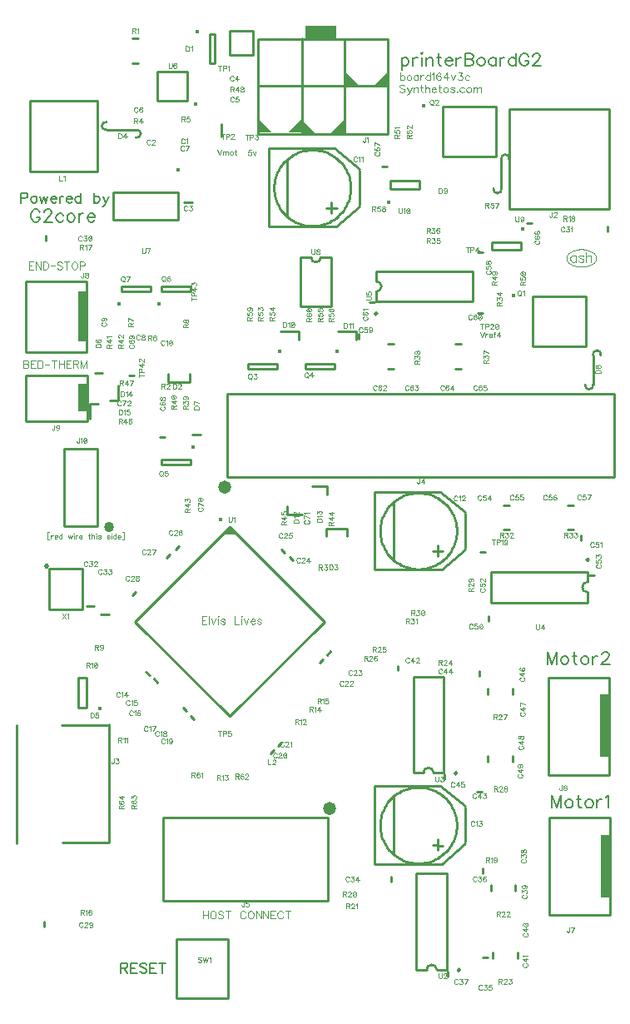
<source format=gbr>
G04 DipTrace 2.4.0.2*
%INTopSilk.gbr*%
%MOIN*%
%ADD10C,0.01*%
%ADD12C,0.003*%
%ADD29C,0.004*%
%ADD30C,0.0406*%
%ADD31O,0.053X0.052*%
%ADD38C,0.0154*%
%ADD63C,0.017*%
%ADD74O,0.0202X0.0208*%
%ADD166C,0.0077*%
%ADD167C,0.0062*%
%ADD168C,0.0044*%
%ADD169C,0.0046*%
%FSLAX44Y44*%
G04*
G70*
G90*
G75*
G01*
%LNTopSilk*%
%LPD*%
X12159Y39383D2*
D10*
Y38872D1*
X10972Y36254D2*
X10658D1*
X14255Y36825D2*
X14259Y36931D1*
X14270Y37037D1*
X14289Y37142D1*
X14314Y37245D1*
X14348Y37347D1*
X14388Y37445D1*
X14435Y37541D1*
X14488Y37633D1*
X14548Y37721D1*
X14614Y37805D1*
X14686Y37884D1*
X14763Y37958D1*
X14845Y38027D1*
X14932Y38089D1*
X15023Y38146D1*
X15117Y38196D1*
X15215Y38239D1*
X15316Y38275D1*
X15419Y38305D1*
X15524Y38327D1*
X15630Y38342D1*
X15737Y38349D1*
X15844D1*
X15951Y38342D1*
X16057Y38327D1*
X16162Y38305D1*
X16265Y38275D1*
X16365Y38239D1*
X16463Y38196D1*
X16558Y38146D1*
X16649Y38089D1*
X16735Y38027D1*
X16817Y37958D1*
X16894Y37884D1*
X16966Y37805D1*
X17032Y37721D1*
X17092Y37633D1*
X17146Y37541D1*
X17193Y37445D1*
X17233Y37347D1*
X17266Y37245D1*
X17292Y37142D1*
X17310Y37037D1*
X17322Y36931D1*
X17325Y36825D1*
X17322Y36719D1*
X17310Y36613D1*
X17292Y36508D1*
X17266Y36405D1*
X17233Y36304D1*
X17193Y36205D1*
X17146Y36109D1*
X17092Y36017D1*
X17032Y35929D1*
X16966Y35845D1*
X16894Y35766D1*
X16817Y35692D1*
X16735Y35623D1*
X16649Y35561D1*
X16558Y35504D1*
X16463Y35454D1*
X16365Y35411D1*
X16265Y35375D1*
X16162Y35345D1*
X16057Y35323D1*
X15951Y35308D1*
X15844Y35301D1*
X15737D1*
X15630Y35308D1*
X15524Y35323D1*
X15419Y35345D1*
X15316Y35375D1*
X15215Y35411D1*
X15117Y35454D1*
X15023Y35504D1*
X14932Y35561D1*
X14845Y35623D1*
X14763Y35692D1*
X14686Y35766D1*
X14614Y35845D1*
X14548Y35929D1*
X14488Y36017D1*
X14435Y36109D1*
X14388Y36205D1*
X14348Y36304D1*
X14314Y36405D1*
X14289Y36508D1*
X14270Y36613D1*
X14259Y36719D1*
X14255Y36825D1*
X16357Y36025D2*
X16772Y36013D1*
X14795Y35650D2*
Y37963D1*
X16559Y35818D2*
X16553Y36263D1*
X16733Y35275D2*
X14045D1*
Y38400D1*
X16670D1*
X17670Y37588D1*
Y37525D2*
Y36150D1*
Y36088D2*
X16733Y35275D1*
X18500Y23088D2*
X18504Y23194D1*
X18515Y23300D1*
X18534Y23405D1*
X18559Y23508D1*
X18593Y23609D1*
X18633Y23708D1*
X18680Y23803D1*
X18733Y23896D1*
X18793Y23984D1*
X18859Y24068D1*
X18931Y24147D1*
X19008Y24221D1*
X19090Y24289D1*
X19177Y24352D1*
X19268Y24408D1*
X19362Y24458D1*
X19460Y24501D1*
X19561Y24538D1*
X19664Y24567D1*
X19769Y24589D1*
X19875Y24604D1*
X19982Y24612D1*
X20089D1*
X20196Y24604D1*
X20302Y24589D1*
X20407Y24567D1*
X20510Y24538D1*
X20610Y24501D1*
X20708Y24458D1*
X20803Y24408D1*
X20894Y24352D1*
X20980Y24289D1*
X21062Y24221D1*
X21139Y24147D1*
X21211Y24068D1*
X21277Y23984D1*
X21337Y23896D1*
X21391Y23803D1*
X21438Y23708D1*
X21478Y23609D1*
X21511Y23508D1*
X21537Y23405D1*
X21555Y23300D1*
X21567Y23194D1*
X21570Y23088D1*
X21567Y22981D1*
X21555Y22875D1*
X21537Y22771D1*
X21511Y22667D1*
X21478Y22566D1*
X21438Y22467D1*
X21391Y22372D1*
X21337Y22279D1*
X21277Y22191D1*
X21211Y22107D1*
X21139Y22028D1*
X21062Y21954D1*
X20980Y21886D1*
X20894Y21823D1*
X20803Y21767D1*
X20708Y21717D1*
X20610Y21674D1*
X20510Y21637D1*
X20407Y21608D1*
X20302Y21586D1*
X20196Y21571D1*
X20089Y21564D1*
X19982D1*
X19875Y21571D1*
X19769Y21586D1*
X19664Y21608D1*
X19561Y21637D1*
X19460Y21674D1*
X19362Y21717D1*
X19268Y21767D1*
X19177Y21823D1*
X19090Y21886D1*
X19008Y21954D1*
X18931Y22028D1*
X18859Y22107D1*
X18793Y22191D1*
X18733Y22279D1*
X18680Y22372D1*
X18633Y22467D1*
X18593Y22566D1*
X18559Y22667D1*
X18534Y22771D1*
X18515Y22875D1*
X18504Y22981D1*
X18500Y23088D1*
X20602Y22288D2*
X21017Y22275D1*
X19040Y21913D2*
Y24225D1*
X20804Y22080D2*
X20798Y22525D1*
X20978Y21538D2*
X18290D1*
Y24663D1*
X20915D1*
X21915Y23850D1*
Y23788D2*
Y22413D1*
Y22350D2*
X20978Y21538D1*
X18500Y11308D2*
X18504Y11414D1*
X18515Y11520D1*
X18534Y11625D1*
X18559Y11728D1*
X18593Y11829D1*
X18633Y11928D1*
X18680Y12023D1*
X18733Y12116D1*
X18793Y12204D1*
X18859Y12288D1*
X18931Y12367D1*
X19008Y12441D1*
X19090Y12509D1*
X19177Y12572D1*
X19268Y12628D1*
X19362Y12678D1*
X19460Y12721D1*
X19561Y12758D1*
X19664Y12787D1*
X19769Y12809D1*
X19875Y12824D1*
X19982Y12832D1*
X20089D1*
X20196Y12824D1*
X20302Y12809D1*
X20407Y12787D1*
X20510Y12758D1*
X20610Y12721D1*
X20708Y12678D1*
X20803Y12628D1*
X20894Y12572D1*
X20980Y12509D1*
X21062Y12441D1*
X21139Y12367D1*
X21211Y12288D1*
X21277Y12204D1*
X21337Y12116D1*
X21391Y12023D1*
X21438Y11928D1*
X21478Y11829D1*
X21511Y11728D1*
X21537Y11625D1*
X21555Y11520D1*
X21567Y11414D1*
X21570Y11308D1*
X21567Y11201D1*
X21555Y11095D1*
X21537Y10991D1*
X21511Y10887D1*
X21478Y10786D1*
X21438Y10687D1*
X21391Y10592D1*
X21337Y10499D1*
X21277Y10411D1*
X21211Y10327D1*
X21139Y10248D1*
X21062Y10174D1*
X20980Y10106D1*
X20894Y10043D1*
X20803Y9987D1*
X20708Y9937D1*
X20610Y9894D1*
X20510Y9857D1*
X20407Y9828D1*
X20302Y9806D1*
X20196Y9791D1*
X20089Y9784D1*
X19982D1*
X19875Y9791D1*
X19769Y9806D1*
X19664Y9828D1*
X19561Y9857D1*
X19460Y9894D1*
X19362Y9937D1*
X19268Y9987D1*
X19177Y10043D1*
X19090Y10106D1*
X19008Y10174D1*
X18931Y10248D1*
X18859Y10327D1*
X18793Y10411D1*
X18733Y10499D1*
X18680Y10592D1*
X18633Y10687D1*
X18593Y10786D1*
X18559Y10887D1*
X18534Y10991D1*
X18515Y11095D1*
X18504Y11201D1*
X18500Y11308D1*
X20602Y10508D2*
X21017Y10495D1*
X19040Y10133D2*
Y12445D1*
X20804Y10300D2*
X20798Y10745D1*
X20978Y9758D2*
X18290D1*
Y12882D1*
X20915D1*
X21915Y12070D1*
Y12008D2*
Y10633D1*
Y10570D2*
X20978Y9758D1*
X9127Y17456D2*
X9266Y17317D1*
X9447Y17166D2*
X9586Y17027D1*
X10607Y16016D2*
X10746Y15877D1*
X10917Y15696D2*
X11056Y15557D1*
X14246Y14323D2*
X14107Y14184D1*
X14556Y14623D2*
X14417Y14484D1*
X16064Y17817D2*
X16203Y17956D1*
X16374Y18127D2*
X16513Y18266D1*
X15003Y21904D2*
X14864Y22043D1*
X14683Y22214D2*
X14544Y22353D1*
X10446Y22473D2*
X10307Y22334D1*
X10096Y22143D2*
X9957Y22004D1*
X8726Y20653D2*
X8587Y20514D1*
X5040Y7242D2*
Y7438D1*
X5115Y34722D2*
Y34918D1*
X27622Y35283D2*
Y35087D1*
X7057Y20079D2*
X6743D1*
X7637Y19739D2*
X7323D1*
X18947Y9253D2*
Y9056D1*
X22618Y6005D2*
X22815D1*
X22617Y9593D2*
Y9396D1*
X21226Y5256D2*
Y5453D1*
X19215Y17502D2*
Y17698D1*
X22580Y12659D2*
X22383D1*
X22492Y17478D2*
Y17281D1*
X21091Y13141D2*
Y13338D1*
X22851Y19674D2*
Y19478D1*
X26555Y22722D2*
Y22918D1*
X22522Y22265D2*
X22718D1*
X27068Y21325D2*
X26872D1*
X22422Y34245D2*
X22618D1*
X17635Y30772D2*
Y30968D1*
X22618Y31825D2*
X22422D1*
X18092Y32253D2*
X18288D1*
X24392Y35405D2*
X24588D1*
X18778Y37695D2*
X18582D1*
X9888Y26849D2*
X9692D1*
X8658Y29318D2*
X8462D1*
D38*
X11178Y43083D3*
X11679Y42991D2*
D10*
Y41810D1*
X11876D1*
Y42991D1*
X11679D1*
X10023Y29060D2*
Y29372D1*
X10055Y29060D2*
X10868D1*
Y29372D2*
Y29060D1*
X17188Y23190D2*
Y22878D1*
X17155Y23190D2*
X16343D1*
Y22878D2*
Y23190D1*
X8731Y39151D2*
G02X8731Y38839I31J-156D01*
G01*
Y39151D2*
X7546D1*
G02X7546Y39464I-31J156D01*
G01*
D38*
X7273Y15967D3*
X6733Y16019D2*
D10*
Y17200D1*
X6418Y16019D2*
Y17200D1*
X6733D2*
X6418D1*
X6733Y16019D2*
X6418D1*
X7385Y29416D2*
X7066D1*
X11315Y26944D2*
X10996D1*
X27030Y30131D2*
G02X27342Y30131I156J31D01*
G01*
X27030D2*
Y28946D1*
G02X26717Y28946I-156J-31D01*
G01*
X23360Y37981D2*
G02X23672Y37981I156J31D01*
G01*
X23360D2*
Y36796D1*
G02X23047Y36796I-156J-31D01*
G01*
X15216Y31081D2*
X14523D1*
X15232Y30754D2*
Y31081D1*
X17519D2*
X16826D1*
X17534Y30754D2*
Y31081D1*
X14792Y23745D2*
Y24080D1*
X15388Y23745D2*
X14787Y23743D1*
X16363Y24892D2*
Y24558D1*
X15767Y24892D2*
X16367Y24894D1*
X8026Y28319D2*
X7692D1*
X8026Y28916D2*
X8028Y28315D1*
X6880Y28168D2*
X7214D1*
X6880Y27572D2*
X6878Y28172D1*
X17090Y39021D2*
X17094Y42793D1*
X15377Y38997D2*
Y42805D1*
X18810Y40899D2*
X13629D1*
G36*
X16751Y42812D2*
X15527D1*
Y43316D1*
X16751D1*
Y42812D1*
G37*
X18827Y38995D2*
D10*
X13627D1*
Y42795D1*
X18827D1*
Y38995D1*
G36*
X14814Y39037D2*
X15346Y39041D1*
Y39568D1*
D1*
X14814Y39037D1*
G37*
G36*
X13649Y39564D2*
X13652Y39033D1*
X14180D1*
D1*
X13649Y39564D1*
G37*
G36*
X15393Y39549D2*
X15397Y39017D1*
X15924D1*
D1*
X15393Y39549D1*
G37*
G36*
X17137Y41454D2*
X17141Y40923D1*
X17668D1*
D1*
X17137Y41454D1*
G37*
G36*
X18267Y40938D2*
X18798Y40942D1*
Y41470D1*
D1*
X18267Y40938D1*
G37*
G36*
X16511Y39009D2*
X17042Y39013D1*
Y39541D1*
D1*
X16511Y39009D1*
G37*
X23690Y35990D2*
D10*
X27690D1*
Y39990D1*
X23690D1*
Y35990D1*
X3931Y15318D2*
Y10588D1*
X5737Y15330D2*
X7659D1*
X7658Y15338D2*
Y10608D1*
X5771D2*
X7659Y10605D1*
X12380Y28580D2*
X27880D1*
Y25260D1*
X12380D1*
Y28580D1*
X16410Y8290D2*
X9810D1*
Y11610D1*
X16410D1*
Y8290D1*
X25256Y13329D2*
X27674D1*
Y17227D1*
X25256D1*
Y13329D1*
G36*
X27311Y14048D2*
X27686D1*
Y16548D1*
X27311D1*
Y14048D1*
G37*
X25296Y7710D2*
D10*
X27714D1*
Y11607D1*
X25296D1*
Y7710D1*
G36*
X27351Y8428D2*
X27726D1*
Y10928D1*
X27351D1*
Y8428D1*
G37*
X4328Y30259D2*
D10*
X6760D1*
Y33094D1*
X4328D1*
Y30259D1*
G36*
X6408Y30693D2*
X6783D1*
Y32692D1*
X6408D1*
Y30693D1*
G37*
X4322Y27481D2*
D10*
X6795D1*
Y29323D1*
X4322D1*
Y27481D1*
G36*
X6411Y27871D2*
X6786D1*
Y28996D1*
X6411D1*
Y27871D1*
G37*
X5833Y23286D2*
D10*
Y26397D1*
X7171D1*
Y23286D1*
X5833D1*
X12470Y43132D2*
X13403D1*
Y42140D1*
X12470D1*
Y43132D1*
X7180Y40308D2*
X4483D1*
Y37493D1*
X7180D1*
Y40308D1*
D38*
X23841Y32531D3*
X26731Y32490D2*
D10*
X24606D1*
Y30490D1*
X26731D1*
Y32490D1*
D38*
X20248Y40110D3*
X23138Y40069D2*
D10*
X21013D1*
Y38069D1*
X23138D1*
Y40069D1*
D38*
X14476Y30287D3*
X14384Y29786D2*
D10*
X13203D1*
Y29589D1*
X14384D1*
Y29786D1*
D38*
X16783Y30290D3*
X16690Y29788D2*
D10*
X15509D1*
Y29592D1*
X16690D1*
Y29788D1*
D38*
X11008Y26457D3*
X10916Y25956D2*
D10*
X9735D1*
Y25759D1*
X10916D1*
Y25956D1*
D38*
X9642Y32183D3*
X9734Y32684D2*
D10*
X10915D1*
Y32881D1*
X9734D1*
Y32684D1*
D38*
X8042Y32183D3*
X8134Y32684D2*
D10*
X9315D1*
Y32881D1*
X8134D1*
Y32684D1*
X8823Y41828D2*
X8587D1*
X8823Y42812D2*
X8587D1*
X23929Y8913D2*
Y8677D1*
X22944Y8913D2*
Y8677D1*
X23024Y5977D2*
Y6213D1*
X24009Y5977D2*
Y6213D1*
X23804Y16798D2*
Y16562D1*
X22819Y16798D2*
Y16562D1*
Y13862D2*
Y14098D1*
X23804Y13862D2*
Y14098D1*
X23450Y24122D2*
X23686D1*
X23450Y23137D2*
X23686D1*
X26258Y23138D2*
X26022D1*
X26258Y24122D2*
X26022D1*
X21748Y29593D2*
X21512D1*
X21748Y30577D2*
X21512D1*
X18812D2*
X19048D1*
X18812Y29593D2*
X19048D1*
X10353Y4375D2*
X12415D1*
Y6750D1*
X10353D1*
Y4375D1*
X12480Y23239D2*
X16266Y19453D1*
X12480Y15666D1*
X8693Y19453D1*
X12480Y23239D1*
G36*
Y23199D2*
X12221Y22940D1*
X12480Y23199D1*
G37*
G36*
Y23239D2*
X12201Y22961D1*
X12759D1*
X12480Y23239D1*
G37*
D63*
X12110Y23533D3*
X21658Y5554D2*
D10*
G02X21658Y5554I0J-49D01*
G01*
X20771Y5515D2*
G03X20363Y5515I-204J0D01*
G01*
X21176D2*
X20771D1*
X20363D2*
X19957D1*
X21176Y9373D2*
X19957D1*
X21176Y5515D2*
Y9373D1*
X19957Y5515D2*
Y9373D1*
X21533Y13439D2*
G02X21533Y13439I0J-49D01*
G01*
X20646Y13400D2*
G03X20238Y13400I-204J0D01*
G01*
X21051D2*
X20646D1*
X20238D2*
X19832D1*
X21051Y17258D2*
X19832D1*
X21051Y13400D2*
Y17258D1*
X19832Y13400D2*
Y17258D1*
X26771Y21931D2*
G02X26771Y21931I49J0D01*
G01*
X26810Y21044D2*
G03X26810Y20636I0J-204D01*
G01*
Y21450D2*
Y21044D1*
Y20636D2*
Y20230D1*
X22951Y21450D2*
Y20230D1*
X26810Y21450D2*
X22951D1*
X26810Y20230D2*
X22951D1*
X18389Y31789D2*
G02X18389Y31789I-49J0D01*
G01*
X18350Y32676D2*
G03X18350Y33084I0J204D01*
G01*
Y32270D2*
Y32676D1*
Y33084D2*
Y33490D1*
X22209Y32270D2*
Y33490D1*
X18350Y32270D2*
X22209D1*
X18350Y33490D2*
X22209D1*
D38*
X11116Y40188D3*
X10777Y40302D2*
D10*
X9590D1*
Y41489D1*
X10777D1*
Y40302D1*
D38*
X10403Y37552D3*
X10414Y36659D2*
D10*
X7815D1*
X10414Y35557D2*
X7815D1*
Y36659D2*
Y35557D1*
X10414Y36659D2*
Y35557D1*
X15302Y34047D2*
Y32078D1*
X16562Y34047D2*
Y32078D1*
X15302D2*
X16562D1*
X15302Y34047D2*
X15735D1*
X16129D2*
X16562D1*
X15735D2*
G03X16129Y34047I197J0D01*
G01*
D38*
X24204Y35196D3*
X24152Y34656D2*
D10*
X22970D1*
X24152Y34341D2*
X22970D1*
Y34656D2*
Y34341D1*
X24152Y34656D2*
Y34341D1*
D38*
X18851Y36254D3*
X18903Y36794D2*
D10*
X20085D1*
X18903Y37109D2*
X20085D1*
Y36794D2*
Y37109D1*
X18903Y36794D2*
Y37109D1*
D74*
X5150Y21684D3*
X6563Y21577D2*
D10*
X5250D1*
Y19952D1*
X6563D1*
Y21577D1*
X25966Y34018D2*
D29*
X25968Y34042D1*
X25972Y34066D1*
X25979Y34090D1*
X25989Y34114D1*
X26002Y34137D1*
X26017Y34160D1*
X26036Y34182D1*
X26056Y34203D1*
X26080Y34223D1*
X26105Y34243D1*
X26133Y34261D1*
X26163Y34278D1*
X26194Y34293D1*
X26228Y34308D1*
X26263Y34321D1*
X26300Y34332D1*
X26337Y34342D1*
X26376Y34351D1*
X26416Y34357D1*
X26457Y34362D1*
X26498Y34366D1*
X26539Y34367D1*
X26581D1*
X26622Y34366D1*
X26663Y34362D1*
X26704Y34357D1*
X26743Y34351D1*
X26782Y34342D1*
X26820Y34332D1*
X26857Y34321D1*
X26892Y34308D1*
X26925Y34293D1*
X26957Y34278D1*
X26987Y34261D1*
X27015Y34243D1*
X27040Y34223D1*
X27063Y34203D1*
X27084Y34182D1*
X27102Y34160D1*
X27118Y34137D1*
X27131Y34114D1*
X27141Y34090D1*
X27148Y34066D1*
X27152Y34042D1*
X27154Y34018D1*
X27152Y33993D1*
X27148Y33969D1*
X27141Y33945D1*
X27131Y33921D1*
X27118Y33898D1*
X27102Y33875D1*
X27084Y33853D1*
X27063Y33832D1*
X27040Y33812D1*
X27015Y33792D1*
X26987Y33774D1*
X26957Y33757D1*
X26925Y33742D1*
X26892Y33727D1*
X26857Y33714D1*
X26820Y33703D1*
X26782Y33693D1*
X26743Y33685D1*
X26704Y33678D1*
X26663Y33673D1*
X26622Y33669D1*
X26581Y33668D1*
X26539D1*
X26498Y33669D1*
X26457Y33673D1*
X26416Y33678D1*
X26376Y33685D1*
X26337Y33693D1*
X26300Y33703D1*
X26263Y33714D1*
X26228Y33727D1*
X26194Y33742D1*
X26163Y33757D1*
X26133Y33774D1*
X26105Y33792D1*
X26080Y33812D1*
X26056Y33832D1*
X26036Y33853D1*
X26017Y33875D1*
X26002Y33898D1*
X25989Y33921D1*
X25979Y33945D1*
X25972Y33969D1*
X25968Y33993D1*
X25966Y34018D1*
D30*
X7642Y23262D3*
D31*
X16465Y11980D3*
X12265Y24860D3*
X10677Y38757D2*
D12*
X10668Y38776D1*
X10648Y38795D1*
X10629Y38804D1*
X10591D1*
X10572Y38795D1*
X10553Y38776D1*
X10543Y38757D1*
X10534Y38728D1*
Y38680D1*
X10543Y38651D1*
X10553Y38632D1*
X10572Y38613D1*
X10591Y38603D1*
X10629D1*
X10648Y38613D1*
X10668Y38632D1*
X10677Y38651D1*
X10739Y38766D2*
X10758Y38776D1*
X10787Y38804D1*
Y38603D1*
X9299Y38718D2*
X9289Y38737D1*
X9270Y38756D1*
X9251Y38765D1*
X9213D1*
X9193Y38756D1*
X9174Y38737D1*
X9165Y38718D1*
X9155Y38689D1*
Y38641D1*
X9165Y38612D1*
X9174Y38593D1*
X9193Y38574D1*
X9213Y38564D1*
X9251D1*
X9270Y38574D1*
X9289Y38593D1*
X9299Y38612D1*
X9370Y38717D2*
Y38727D1*
X9380Y38746D1*
X9389Y38756D1*
X9408Y38765D1*
X9446D1*
X9466Y38756D1*
X9475Y38746D1*
X9485Y38727D1*
Y38708D1*
X9475Y38689D1*
X9456Y38660D1*
X9360Y38564D1*
X9494D1*
X10789Y36068D2*
X10779Y36087D1*
X10760Y36107D1*
X10741Y36116D1*
X10703D1*
X10684Y36107D1*
X10665Y36087D1*
X10655Y36068D1*
X10645Y36040D1*
Y35992D1*
X10655Y35963D1*
X10665Y35944D1*
X10684Y35925D1*
X10703Y35915D1*
X10741D1*
X10760Y35925D1*
X10779Y35944D1*
X10789Y35963D1*
X10870Y36116D2*
X10975D1*
X10918Y36039D1*
X10946D1*
X10965Y36030D1*
X10975Y36020D1*
X10985Y35992D1*
Y35973D1*
X10975Y35944D1*
X10956Y35925D1*
X10927Y35915D1*
X10898D1*
X10870Y35925D1*
X10860Y35934D1*
X10851Y35953D1*
X12635Y41264D2*
X12626Y41283D1*
X12606Y41302D1*
X12587Y41312D1*
X12549D1*
X12530Y41302D1*
X12511Y41283D1*
X12501Y41264D1*
X12492Y41235D1*
Y41187D1*
X12501Y41159D1*
X12511Y41140D1*
X12530Y41121D1*
X12549Y41111D1*
X12587D1*
X12606Y41121D1*
X12626Y41140D1*
X12635Y41159D1*
X12793Y41111D2*
Y41312D1*
X12697Y41178D1*
X12840D1*
X12650Y40427D2*
X12640Y40446D1*
X12621Y40465D1*
X12602Y40474D1*
X12564D1*
X12545Y40465D1*
X12526Y40446D1*
X12516Y40427D1*
X12506Y40398D1*
Y40350D1*
X12516Y40321D1*
X12526Y40302D1*
X12545Y40283D1*
X12564Y40273D1*
X12602D1*
X12621Y40283D1*
X12640Y40302D1*
X12650Y40321D1*
X12826Y40474D2*
X12731D1*
X12721Y40388D1*
X12731Y40398D1*
X12760Y40407D1*
X12788D1*
X12817Y40398D1*
X12836Y40379D1*
X12846Y40350D1*
Y40331D1*
X12836Y40302D1*
X12817Y40283D1*
X12788Y40273D1*
X12760D1*
X12731Y40283D1*
X12721Y40293D1*
X12712Y40312D1*
X8796Y40011D2*
X8786Y40030D1*
X8767Y40049D1*
X8748Y40058D1*
X8710D1*
X8691Y40049D1*
X8672Y40030D1*
X8662Y40011D1*
X8652Y39982D1*
Y39934D1*
X8662Y39905D1*
X8672Y39886D1*
X8691Y39867D1*
X8710Y39857D1*
X8748D1*
X8767Y39867D1*
X8786Y39886D1*
X8796Y39905D1*
X8972Y40030D2*
X8963Y40049D1*
X8934Y40058D1*
X8915D1*
X8886Y40049D1*
X8867Y40020D1*
X8858Y39972D1*
Y39924D1*
X8867Y39886D1*
X8886Y39867D1*
X8915Y39857D1*
X8925D1*
X8953Y39867D1*
X8972Y39886D1*
X8982Y39915D1*
Y39924D1*
X8972Y39953D1*
X8953Y39972D1*
X8925Y39982D1*
X8915D1*
X8886Y39972D1*
X8867Y39953D1*
X8858Y39924D1*
X10660Y38467D2*
X10650Y38486D1*
X10631Y38505D1*
X10612Y38514D1*
X10574D1*
X10555Y38505D1*
X10536Y38486D1*
X10526Y38467D1*
X10516Y38438D1*
Y38390D1*
X10526Y38361D1*
X10536Y38342D1*
X10555Y38323D1*
X10574Y38313D1*
X10612D1*
X10631Y38323D1*
X10650Y38342D1*
X10660Y38361D1*
X10760Y38313D2*
X10856Y38514D1*
X10722D1*
X8884Y30895D2*
X8874Y30914D1*
X8855Y30934D1*
X8836Y30943D1*
X8798D1*
X8779Y30934D1*
X8760Y30914D1*
X8750Y30895D1*
X8741Y30867D1*
Y30819D1*
X8750Y30790D1*
X8760Y30771D1*
X8779Y30752D1*
X8798Y30742D1*
X8836D1*
X8855Y30752D1*
X8874Y30771D1*
X8884Y30790D1*
X8993Y30943D2*
X8965Y30934D1*
X8955Y30914D1*
Y30895D1*
X8965Y30876D1*
X8984Y30867D1*
X9022Y30857D1*
X9051Y30848D1*
X9070Y30828D1*
X9079Y30809D1*
Y30781D1*
X9070Y30762D1*
X9060Y30752D1*
X9032Y30742D1*
X8993D1*
X8965Y30752D1*
X8955Y30762D1*
X8946Y30781D1*
Y30809D1*
X8955Y30828D1*
X8974Y30848D1*
X9003Y30857D1*
X9041Y30867D1*
X9060Y30876D1*
X9070Y30895D1*
Y30914D1*
X9060Y30934D1*
X9032Y30943D1*
X8993D1*
X7385Y31437D2*
X7366Y31428D1*
X7347Y31408D1*
X7337Y31389D1*
Y31351D1*
X7347Y31332D1*
X7366Y31313D1*
X7385Y31303D1*
X7414Y31294D1*
X7462D1*
X7490Y31303D1*
X7509Y31313D1*
X7528Y31332D1*
X7538Y31351D1*
Y31389D1*
X7528Y31408D1*
X7509Y31428D1*
X7490Y31437D1*
X7404Y31623D2*
X7433Y31614D1*
X7452Y31595D1*
X7462Y31566D1*
Y31556D1*
X7452Y31528D1*
X7433Y31509D1*
X7404Y31499D1*
X7395D1*
X7366Y31509D1*
X7347Y31528D1*
X7337Y31556D1*
Y31566D1*
X7347Y31595D1*
X7366Y31614D1*
X7404Y31623D1*
X7452D1*
X7500Y31614D1*
X7529Y31595D1*
X7538Y31566D1*
Y31547D1*
X7529Y31518D1*
X7509Y31509D1*
X9869Y30684D2*
X9860Y30703D1*
X9840Y30722D1*
X9821Y30731D1*
X9783D1*
X9764Y30722D1*
X9745Y30703D1*
X9735Y30684D1*
X9726Y30655D1*
Y30607D1*
X9735Y30578D1*
X9745Y30559D1*
X9764Y30540D1*
X9783Y30530D1*
X9821D1*
X9840Y30540D1*
X9860Y30559D1*
X9869Y30578D1*
X9931Y30693D2*
X9950Y30703D1*
X9979Y30731D1*
Y30530D1*
X10098Y30731D2*
X10069Y30722D1*
X10050Y30693D1*
X10040Y30645D1*
Y30616D1*
X10050Y30569D1*
X10069Y30540D1*
X10098Y30530D1*
X10117D1*
X10146Y30540D1*
X10165Y30569D1*
X10174Y30616D1*
Y30645D1*
X10165Y30693D1*
X10146Y30722D1*
X10117Y30731D1*
X10098D1*
X10165Y30693D2*
X10050Y30569D1*
X17584Y38028D2*
X17574Y38047D1*
X17555Y38066D1*
X17536Y38076D1*
X17498D1*
X17478Y38066D1*
X17459Y38047D1*
X17450Y38028D1*
X17440Y37999D1*
Y37951D1*
X17450Y37923D1*
X17459Y37903D1*
X17478Y37884D1*
X17498Y37875D1*
X17536D1*
X17555Y37884D1*
X17574Y37903D1*
X17584Y37923D1*
X17645Y38037D2*
X17665Y38047D1*
X17693Y38075D1*
Y37875D1*
X17755Y38037D2*
X17774Y38047D1*
X17803Y38075D1*
Y37875D1*
X21606Y24454D2*
X21596Y24473D1*
X21577Y24493D1*
X21558Y24502D1*
X21520D1*
X21500Y24493D1*
X21481Y24473D1*
X21472Y24454D1*
X21462Y24426D1*
Y24378D1*
X21472Y24349D1*
X21481Y24330D1*
X21500Y24311D1*
X21520Y24301D1*
X21558D1*
X21577Y24311D1*
X21596Y24330D1*
X21606Y24349D1*
X21667Y24464D2*
X21687Y24473D1*
X21715Y24502D1*
Y24301D1*
X21787Y24454D2*
Y24464D1*
X21796Y24483D1*
X21806Y24492D1*
X21825Y24502D1*
X21863D1*
X21882Y24492D1*
X21892Y24483D1*
X21902Y24464D1*
Y24445D1*
X21892Y24425D1*
X21873Y24397D1*
X21777Y24301D1*
X21911D1*
X22279Y11423D2*
X22270Y11442D1*
X22251Y11462D1*
X22232Y11471D1*
X22193D1*
X22174Y11462D1*
X22155Y11442D1*
X22146Y11423D1*
X22136Y11395D1*
Y11347D1*
X22146Y11318D1*
X22155Y11299D1*
X22174Y11280D1*
X22193Y11270D1*
X22232D1*
X22251Y11280D1*
X22270Y11299D1*
X22279Y11318D1*
X22341Y11433D2*
X22360Y11442D1*
X22389Y11471D1*
Y11270D1*
X22470Y11471D2*
X22575D1*
X22518Y11394D1*
X22547D1*
X22566Y11385D1*
X22575Y11375D1*
X22585Y11347D1*
Y11328D1*
X22575Y11299D1*
X22556Y11280D1*
X22527Y11270D1*
X22499D1*
X22470Y11280D1*
X22461Y11289D1*
X22451Y11308D1*
X8087Y16594D2*
X8077Y16613D1*
X8058Y16632D1*
X8039Y16642D1*
X8001D1*
X7981Y16632D1*
X7962Y16613D1*
X7953Y16594D1*
X7943Y16565D1*
Y16517D1*
X7953Y16489D1*
X7962Y16469D1*
X7981Y16450D1*
X8001Y16441D1*
X8039D1*
X8058Y16450D1*
X8077Y16469D1*
X8087Y16489D1*
X8148Y16603D2*
X8168Y16613D1*
X8196Y16641D1*
Y16441D1*
X8354D2*
Y16641D1*
X8258Y16508D1*
X8402D1*
X8470Y16266D2*
X8460Y16285D1*
X8441Y16305D1*
X8422Y16314D1*
X8384D1*
X8365Y16305D1*
X8346Y16285D1*
X8336Y16266D1*
X8326Y16238D1*
Y16190D1*
X8336Y16161D1*
X8346Y16142D1*
X8365Y16123D1*
X8384Y16113D1*
X8422D1*
X8441Y16123D1*
X8460Y16142D1*
X8470Y16161D1*
X8532Y16276D2*
X8551Y16285D1*
X8580Y16314D1*
Y16113D1*
X8756Y16314D2*
X8661D1*
X8651Y16228D1*
X8661Y16237D1*
X8689Y16247D1*
X8718D1*
X8747Y16237D1*
X8766Y16218D1*
X8775Y16190D1*
Y16171D1*
X8766Y16142D1*
X8747Y16123D1*
X8718Y16113D1*
X8689D1*
X8661Y16123D1*
X8651Y16132D1*
X8641Y16151D1*
X8597Y15855D2*
X8588Y15874D1*
X8569Y15893D1*
X8549Y15903D1*
X8511D1*
X8492Y15893D1*
X8473Y15874D1*
X8463Y15855D1*
X8454Y15826D1*
Y15778D1*
X8463Y15750D1*
X8473Y15730D1*
X8492Y15711D1*
X8511Y15702D1*
X8549D1*
X8569Y15711D1*
X8588Y15730D1*
X8597Y15750D1*
X8659Y15864D2*
X8678Y15874D1*
X8707Y15902D1*
Y15702D1*
X8883Y15874D2*
X8874Y15893D1*
X8845Y15902D1*
X8826D1*
X8797Y15893D1*
X8778Y15864D1*
X8769Y15816D1*
Y15769D1*
X8778Y15730D1*
X8797Y15711D1*
X8826Y15702D1*
X8836D1*
X8864Y15711D1*
X8883Y15730D1*
X8893Y15759D1*
Y15769D1*
X8883Y15797D1*
X8864Y15816D1*
X8836Y15826D1*
X8826D1*
X8797Y15816D1*
X8778Y15797D1*
X8769Y15769D1*
X9192Y15229D2*
X9183Y15248D1*
X9164Y15267D1*
X9145Y15277D1*
X9106D1*
X9087Y15267D1*
X9068Y15248D1*
X9058Y15229D1*
X9049Y15200D1*
Y15152D1*
X9058Y15124D1*
X9068Y15104D1*
X9087Y15085D1*
X9106Y15076D1*
X9145D1*
X9164Y15085D1*
X9183Y15104D1*
X9192Y15124D1*
X9254Y15238D2*
X9273Y15248D1*
X9302Y15276D1*
Y15076D1*
X9402D2*
X9498Y15276D1*
X9364D1*
X9640Y15030D2*
X9630Y15049D1*
X9611Y15068D1*
X9592Y15078D1*
X9554D1*
X9535Y15068D1*
X9516Y15049D1*
X9506Y15030D1*
X9496Y15001D1*
Y14953D1*
X9506Y14925D1*
X9516Y14905D1*
X9535Y14886D1*
X9554Y14877D1*
X9592D1*
X9611Y14886D1*
X9630Y14905D1*
X9640Y14925D1*
X9702Y15039D2*
X9721Y15049D1*
X9750Y15077D1*
Y14877D1*
X9859Y15077D2*
X9831Y15068D1*
X9821Y15049D1*
Y15030D1*
X9831Y15011D1*
X9850Y15001D1*
X9888Y14991D1*
X9917Y14982D1*
X9936Y14963D1*
X9945Y14944D1*
Y14915D1*
X9936Y14896D1*
X9926Y14886D1*
X9897Y14877D1*
X9859D1*
X9831Y14886D1*
X9821Y14896D1*
X9811Y14915D1*
Y14944D1*
X9821Y14963D1*
X9840Y14982D1*
X9869Y14991D1*
X9907Y15001D1*
X9926Y15011D1*
X9936Y15030D1*
Y15049D1*
X9926Y15068D1*
X9897Y15077D1*
X9859D1*
X9875Y14730D2*
X9865Y14749D1*
X9846Y14768D1*
X9827Y14778D1*
X9789D1*
X9769Y14768D1*
X9750Y14749D1*
X9741Y14730D1*
X9731Y14701D1*
Y14653D1*
X9741Y14625D1*
X9750Y14605D1*
X9769Y14586D1*
X9789Y14577D1*
X9827D1*
X9846Y14586D1*
X9865Y14605D1*
X9875Y14625D1*
X9936Y14739D2*
X9956Y14749D1*
X9984Y14777D1*
Y14577D1*
X10171Y14711D2*
X10161Y14682D1*
X10142Y14663D1*
X10113Y14653D1*
X10104D1*
X10075Y14663D1*
X10056Y14682D1*
X10046Y14711D1*
Y14720D1*
X10056Y14749D1*
X10075Y14768D1*
X10104Y14777D1*
X10113D1*
X10142Y14768D1*
X10161Y14749D1*
X10171Y14711D1*
Y14663D1*
X10161Y14615D1*
X10142Y14586D1*
X10113Y14577D1*
X10094D1*
X10065Y14586D1*
X10056Y14605D1*
X14367Y14158D2*
X14357Y14177D1*
X14338Y14196D1*
X14319Y14206D1*
X14281D1*
X14262Y14196D1*
X14243Y14177D1*
X14233Y14158D1*
X14223Y14129D1*
Y14082D1*
X14233Y14053D1*
X14243Y14034D1*
X14262Y14015D1*
X14281Y14005D1*
X14319D1*
X14338Y14015D1*
X14357Y14034D1*
X14367Y14053D1*
X14438Y14158D2*
Y14168D1*
X14448Y14187D1*
X14457Y14196D1*
X14477Y14206D1*
X14515D1*
X14534Y14196D1*
X14543Y14187D1*
X14553Y14168D1*
Y14148D1*
X14543Y14129D1*
X14524Y14101D1*
X14429Y14005D1*
X14563D1*
X14682Y14206D2*
X14653Y14196D1*
X14634Y14168D1*
X14624Y14120D1*
Y14091D1*
X14634Y14043D1*
X14653Y14015D1*
X14682Y14005D1*
X14701D1*
X14730Y14015D1*
X14749Y14043D1*
X14758Y14091D1*
Y14120D1*
X14749Y14168D1*
X14730Y14196D1*
X14701Y14206D1*
X14682D1*
X14749Y14168D2*
X14634Y14043D1*
X14640Y14608D2*
X14630Y14627D1*
X14611Y14646D1*
X14592Y14656D1*
X14554D1*
X14535Y14646D1*
X14516Y14627D1*
X14506Y14608D1*
X14496Y14579D1*
Y14532D1*
X14506Y14503D1*
X14516Y14484D1*
X14535Y14465D1*
X14554Y14455D1*
X14592D1*
X14611Y14465D1*
X14630Y14484D1*
X14640Y14503D1*
X14711Y14608D2*
Y14618D1*
X14721Y14637D1*
X14730Y14646D1*
X14750Y14656D1*
X14788D1*
X14807Y14646D1*
X14816Y14637D1*
X14826Y14618D1*
Y14598D1*
X14816Y14579D1*
X14797Y14551D1*
X14702Y14455D1*
X14836D1*
X14897Y14618D2*
X14917Y14627D1*
X14945Y14656D1*
Y14455D1*
X17033Y17041D2*
X17023Y17060D1*
X17004Y17079D1*
X16985Y17088D1*
X16947D1*
X16927Y17079D1*
X16908Y17060D1*
X16899Y17041D1*
X16889Y17012D1*
Y16964D1*
X16899Y16935D1*
X16908Y16916D1*
X16927Y16897D1*
X16947Y16887D1*
X16985D1*
X17004Y16897D1*
X17023Y16916D1*
X17033Y16935D1*
X17104Y17040D2*
Y17050D1*
X17114Y17069D1*
X17123Y17079D1*
X17142Y17088D1*
X17181D1*
X17200Y17079D1*
X17209Y17069D1*
X17219Y17050D1*
Y17031D1*
X17209Y17012D1*
X17190Y16983D1*
X17094Y16887D1*
X17228D1*
X17300Y17040D2*
Y17050D1*
X17309Y17069D1*
X17319Y17079D1*
X17338Y17088D1*
X17376D1*
X17395Y17079D1*
X17405Y17069D1*
X17415Y17050D1*
Y17031D1*
X17405Y17012D1*
X17386Y16983D1*
X17290Y16887D1*
X17424D1*
X17375Y17470D2*
X17366Y17489D1*
X17346Y17508D1*
X17327Y17518D1*
X17289D1*
X17270Y17508D1*
X17251Y17489D1*
X17241Y17470D1*
X17232Y17441D1*
Y17393D1*
X17241Y17365D1*
X17251Y17345D1*
X17270Y17326D1*
X17289Y17317D1*
X17327D1*
X17346Y17326D1*
X17366Y17345D1*
X17375Y17365D1*
X17447Y17470D2*
Y17479D1*
X17456Y17498D1*
X17466Y17508D1*
X17485Y17517D1*
X17523D1*
X17542Y17508D1*
X17552Y17498D1*
X17561Y17479D1*
Y17460D1*
X17552Y17441D1*
X17533Y17412D1*
X17437Y17317D1*
X17571D1*
X17652Y17517D2*
X17757D1*
X17700Y17441D1*
X17728D1*
X17747Y17431D1*
X17757Y17422D1*
X17767Y17393D1*
Y17374D1*
X17757Y17345D1*
X17738Y17326D1*
X17709Y17317D1*
X17680D1*
X17652Y17326D1*
X17642Y17336D1*
X17633Y17355D1*
X15298Y21976D2*
X15288Y21995D1*
X15269Y22014D1*
X15250Y22023D1*
X15212D1*
X15193Y22014D1*
X15174Y21995D1*
X15164Y21976D1*
X15154Y21947D1*
Y21899D1*
X15164Y21870D1*
X15174Y21851D1*
X15193Y21832D1*
X15212Y21823D1*
X15250D1*
X15269Y21832D1*
X15288Y21851D1*
X15298Y21870D1*
X15369Y21976D2*
Y21985D1*
X15379Y22004D1*
X15388Y22014D1*
X15408Y22023D1*
X15446D1*
X15465Y22014D1*
X15474Y22004D1*
X15484Y21985D1*
Y21966D1*
X15474Y21947D1*
X15455Y21918D1*
X15360Y21823D1*
X15494D1*
X15651D2*
Y22023D1*
X15555Y21890D1*
X15699D1*
X14595Y22958D2*
X14586Y22977D1*
X14566Y22996D1*
X14547Y23006D1*
X14509D1*
X14490Y22996D1*
X14471Y22977D1*
X14461Y22958D1*
X14452Y22929D1*
Y22882D1*
X14461Y22853D1*
X14471Y22834D1*
X14490Y22815D1*
X14509Y22805D1*
X14547D1*
X14566Y22815D1*
X14586Y22834D1*
X14595Y22853D1*
X14667Y22958D2*
Y22968D1*
X14676Y22987D1*
X14686Y22996D1*
X14705Y23006D1*
X14743D1*
X14762Y22996D1*
X14772Y22987D1*
X14781Y22968D1*
Y22948D1*
X14772Y22929D1*
X14753Y22901D1*
X14657Y22805D1*
X14791D1*
X14967Y23006D2*
X14872D1*
X14862Y22920D1*
X14872Y22929D1*
X14901Y22939D1*
X14929D1*
X14958Y22929D1*
X14977Y22910D1*
X14987Y22882D1*
Y22862D1*
X14977Y22834D1*
X14958Y22815D1*
X14929Y22805D1*
X14901D1*
X14872Y22815D1*
X14862Y22824D1*
X14853Y22843D1*
X10187Y23077D2*
X10178Y23096D1*
X10158Y23116D1*
X10139Y23125D1*
X10101D1*
X10082Y23116D1*
X10063Y23096D1*
X10053Y23077D1*
X10044Y23049D1*
Y23001D1*
X10053Y22972D1*
X10063Y22953D1*
X10082Y22934D1*
X10101Y22924D1*
X10139D1*
X10158Y22934D1*
X10178Y22953D1*
X10187Y22972D1*
X10259Y23077D2*
Y23087D1*
X10268Y23106D1*
X10278Y23115D1*
X10297Y23125D1*
X10335D1*
X10354Y23115D1*
X10364Y23106D1*
X10373Y23087D1*
Y23068D1*
X10364Y23048D1*
X10345Y23020D1*
X10249Y22924D1*
X10383D1*
X10559Y23096D2*
X10550Y23115D1*
X10521Y23125D1*
X10502D1*
X10473Y23115D1*
X10454Y23087D1*
X10445Y23039D1*
Y22991D1*
X10454Y22953D1*
X10473Y22934D1*
X10502Y22924D1*
X10512D1*
X10540Y22934D1*
X10559Y22953D1*
X10569Y22982D1*
Y22991D1*
X10559Y23020D1*
X10540Y23039D1*
X10512Y23048D1*
X10502D1*
X10473Y23039D1*
X10454Y23020D1*
X10445Y22991D1*
X9107Y22308D2*
X9097Y22327D1*
X9078Y22346D1*
X9059Y22356D1*
X9021D1*
X9002Y22346D1*
X8983Y22327D1*
X8973Y22308D1*
X8963Y22279D1*
Y22232D1*
X8973Y22203D1*
X8983Y22184D1*
X9002Y22165D1*
X9021Y22155D1*
X9059D1*
X9078Y22165D1*
X9097Y22184D1*
X9107Y22203D1*
X9178Y22308D2*
Y22318D1*
X9188Y22337D1*
X9197Y22346D1*
X9217Y22356D1*
X9255D1*
X9274Y22346D1*
X9283Y22337D1*
X9293Y22318D1*
Y22298D1*
X9283Y22279D1*
X9264Y22251D1*
X9169Y22155D1*
X9303D1*
X9403D2*
X9498Y22356D1*
X9364D1*
X8457Y21248D2*
X8447Y21267D1*
X8428Y21286D1*
X8409Y21296D1*
X8371D1*
X8352Y21286D1*
X8333Y21267D1*
X8323Y21248D1*
X8313Y21219D1*
Y21172D1*
X8323Y21143D1*
X8333Y21124D1*
X8352Y21105D1*
X8371Y21095D1*
X8409D1*
X8428Y21105D1*
X8447Y21124D1*
X8457Y21143D1*
X8528Y21248D2*
Y21258D1*
X8538Y21277D1*
X8547Y21286D1*
X8567Y21296D1*
X8605D1*
X8624Y21286D1*
X8633Y21277D1*
X8643Y21258D1*
Y21238D1*
X8633Y21219D1*
X8614Y21191D1*
X8519Y21095D1*
X8653D1*
X8762Y21296D2*
X8734Y21286D1*
X8724Y21267D1*
Y21248D1*
X8734Y21229D1*
X8753Y21219D1*
X8791Y21210D1*
X8820Y21200D1*
X8839Y21181D1*
X8848Y21162D1*
Y21133D1*
X8839Y21114D1*
X8829Y21105D1*
X8800Y21095D1*
X8762D1*
X8734Y21105D1*
X8724Y21114D1*
X8714Y21133D1*
Y21162D1*
X8724Y21181D1*
X8743Y21200D1*
X8772Y21210D1*
X8810Y21219D1*
X8829Y21229D1*
X8839Y21248D1*
Y21267D1*
X8829Y21286D1*
X8800Y21296D1*
X8762D1*
X6596Y7376D2*
X6586Y7395D1*
X6567Y7414D1*
X6548Y7424D1*
X6510D1*
X6490Y7414D1*
X6471Y7395D1*
X6462Y7376D1*
X6452Y7347D1*
Y7299D1*
X6462Y7271D1*
X6471Y7252D1*
X6490Y7233D1*
X6510Y7223D1*
X6548D1*
X6567Y7233D1*
X6586Y7252D1*
X6596Y7271D1*
X6667Y7376D2*
Y7385D1*
X6677Y7405D1*
X6686Y7414D1*
X6705Y7424D1*
X6744D1*
X6763Y7414D1*
X6772Y7405D1*
X6782Y7385D1*
Y7366D1*
X6772Y7347D1*
X6753Y7319D1*
X6657Y7223D1*
X6791D1*
X6978Y7357D2*
X6968Y7328D1*
X6949Y7309D1*
X6920Y7299D1*
X6911D1*
X6882Y7309D1*
X6863Y7328D1*
X6853Y7357D1*
Y7366D1*
X6863Y7395D1*
X6882Y7414D1*
X6911Y7424D1*
X6920D1*
X6949Y7414D1*
X6968Y7395D1*
X6978Y7357D1*
Y7309D1*
X6968Y7261D1*
X6949Y7232D1*
X6920Y7223D1*
X6901D1*
X6872Y7232D1*
X6863Y7252D1*
X6563Y34857D2*
X6554Y34876D1*
X6534Y34895D1*
X6515Y34904D1*
X6477D1*
X6458Y34895D1*
X6439Y34876D1*
X6429Y34857D1*
X6420Y34828D1*
Y34780D1*
X6429Y34751D1*
X6439Y34732D1*
X6458Y34713D1*
X6477Y34703D1*
X6515D1*
X6534Y34713D1*
X6554Y34732D1*
X6563Y34751D1*
X6644Y34904D2*
X6749D1*
X6692Y34828D1*
X6721D1*
X6740Y34818D1*
X6749Y34809D1*
X6759Y34780D1*
Y34761D1*
X6749Y34732D1*
X6730Y34713D1*
X6701Y34703D1*
X6673D1*
X6644Y34713D1*
X6635Y34723D1*
X6625Y34742D1*
X6878Y34904D2*
X6849Y34895D1*
X6830Y34866D1*
X6821Y34818D1*
Y34789D1*
X6830Y34742D1*
X6849Y34713D1*
X6878Y34703D1*
X6897D1*
X6926Y34713D1*
X6945Y34742D1*
X6955Y34789D1*
Y34818D1*
X6945Y34866D1*
X6926Y34895D1*
X6897Y34904D1*
X6878D1*
X6945Y34866D2*
X6830Y34742D1*
X25889Y35222D2*
X25880Y35241D1*
X25861Y35260D1*
X25842Y35269D1*
X25803D1*
X25784Y35260D1*
X25765Y35241D1*
X25755Y35222D1*
X25746Y35193D1*
Y35145D1*
X25755Y35116D1*
X25765Y35097D1*
X25784Y35078D1*
X25803Y35068D1*
X25842D1*
X25861Y35078D1*
X25880Y35097D1*
X25889Y35116D1*
X25970Y35269D2*
X26075D1*
X26018Y35193D1*
X26047D1*
X26066Y35183D1*
X26075Y35174D1*
X26085Y35145D1*
Y35126D1*
X26075Y35097D1*
X26056Y35078D1*
X26028Y35068D1*
X25999D1*
X25970Y35078D1*
X25961Y35088D1*
X25951Y35107D1*
X26147Y35231D2*
X26166Y35241D1*
X26195Y35269D1*
Y35068D1*
X6786Y21824D2*
X6777Y21843D1*
X6757Y21862D1*
X6738Y21871D1*
X6700D1*
X6681Y21862D1*
X6662Y21843D1*
X6652Y21824D1*
X6643Y21795D1*
Y21747D1*
X6652Y21718D1*
X6662Y21699D1*
X6681Y21680D1*
X6700Y21670D1*
X6738D1*
X6757Y21680D1*
X6777Y21699D1*
X6786Y21718D1*
X6867Y21871D2*
X6972D1*
X6915Y21795D1*
X6943D1*
X6963Y21785D1*
X6972Y21776D1*
X6982Y21747D1*
Y21728D1*
X6972Y21699D1*
X6953Y21680D1*
X6924Y21670D1*
X6896D1*
X6867Y21680D1*
X6857Y21690D1*
X6848Y21709D1*
X7053Y21823D2*
Y21833D1*
X7063Y21852D1*
X7072Y21862D1*
X7091Y21871D1*
X7130D1*
X7149Y21862D1*
X7158Y21852D1*
X7168Y21833D1*
Y21814D1*
X7158Y21795D1*
X7139Y21766D1*
X7043Y21670D1*
X7177D1*
X7356Y21514D2*
X7347Y21533D1*
X7327Y21552D1*
X7308Y21561D1*
X7270D1*
X7251Y21552D1*
X7232Y21533D1*
X7222Y21514D1*
X7213Y21485D1*
Y21437D1*
X7222Y21408D1*
X7232Y21389D1*
X7251Y21370D1*
X7270Y21360D1*
X7308D1*
X7327Y21370D1*
X7347Y21389D1*
X7356Y21408D1*
X7437Y21561D2*
X7542D1*
X7485Y21485D1*
X7513D1*
X7533Y21475D1*
X7542Y21466D1*
X7552Y21437D1*
Y21418D1*
X7542Y21389D1*
X7523Y21370D1*
X7494Y21360D1*
X7466D1*
X7437Y21370D1*
X7427Y21380D1*
X7418Y21399D1*
X7633Y21561D2*
X7738D1*
X7680Y21485D1*
X7709D1*
X7728Y21475D1*
X7738Y21466D1*
X7747Y21437D1*
Y21418D1*
X7738Y21389D1*
X7719Y21370D1*
X7690Y21360D1*
X7661D1*
X7633Y21370D1*
X7623Y21380D1*
X7613Y21399D1*
X17267Y9211D2*
X17257Y9230D1*
X17238Y9250D1*
X17219Y9259D1*
X17181D1*
X17161Y9250D1*
X17142Y9230D1*
X17133Y9211D1*
X17123Y9183D1*
Y9135D1*
X17133Y9106D1*
X17142Y9087D1*
X17161Y9068D1*
X17181Y9058D1*
X17219D1*
X17238Y9068D1*
X17257Y9087D1*
X17267Y9106D1*
X17348Y9259D2*
X17453D1*
X17395Y9182D1*
X17424D1*
X17443Y9173D1*
X17453Y9163D1*
X17462Y9135D1*
Y9116D1*
X17453Y9087D1*
X17434Y9068D1*
X17405Y9058D1*
X17376D1*
X17348Y9068D1*
X17338Y9077D1*
X17328Y9096D1*
X17620Y9058D2*
Y9259D1*
X17524Y9125D1*
X17668D1*
X22593Y4866D2*
X22583Y4885D1*
X22564Y4904D1*
X22545Y4914D1*
X22507D1*
X22487Y4904D1*
X22468Y4885D1*
X22459Y4866D1*
X22449Y4837D1*
Y4789D1*
X22459Y4761D1*
X22468Y4742D1*
X22487Y4723D1*
X22507Y4713D1*
X22545D1*
X22564Y4723D1*
X22583Y4742D1*
X22593Y4761D1*
X22674Y4914D2*
X22779D1*
X22721Y4837D1*
X22750D1*
X22769Y4828D1*
X22779Y4818D1*
X22788Y4789D1*
Y4770D1*
X22779Y4742D1*
X22760Y4722D1*
X22731Y4713D1*
X22702D1*
X22674Y4722D1*
X22664Y4732D1*
X22654Y4751D1*
X22965Y4914D2*
X22869D1*
X22860Y4828D1*
X22869Y4837D1*
X22898Y4847D1*
X22927D1*
X22955Y4837D1*
X22975Y4818D1*
X22984Y4789D1*
Y4770D1*
X22975Y4742D1*
X22955Y4722D1*
X22927Y4713D1*
X22898D1*
X22869Y4722D1*
X22860Y4732D1*
X22850Y4751D1*
X22366Y9214D2*
X22357Y9233D1*
X22338Y9252D1*
X22319Y9262D1*
X22280D1*
X22261Y9252D1*
X22242Y9233D1*
X22232Y9214D1*
X22223Y9185D1*
Y9137D1*
X22232Y9109D1*
X22242Y9089D1*
X22261Y9070D1*
X22280Y9061D1*
X22319D1*
X22338Y9070D1*
X22357Y9089D1*
X22366Y9109D1*
X22447Y9261D2*
X22552D1*
X22495Y9185D1*
X22524D1*
X22543Y9175D1*
X22552Y9166D1*
X22562Y9137D1*
Y9118D1*
X22552Y9089D1*
X22533Y9070D1*
X22505Y9061D1*
X22476D1*
X22447Y9070D1*
X22438Y9080D1*
X22428Y9099D1*
X22738Y9233D2*
X22729Y9252D1*
X22700Y9261D1*
X22681D1*
X22652Y9252D1*
X22633Y9223D1*
X22624Y9175D1*
Y9128D1*
X22633Y9089D1*
X22652Y9070D1*
X22681Y9061D1*
X22691D1*
X22719Y9070D1*
X22738Y9089D1*
X22748Y9118D1*
Y9128D1*
X22738Y9156D1*
X22719Y9175D1*
X22691Y9185D1*
X22681D1*
X22652Y9175D1*
X22633Y9156D1*
X22624Y9128D1*
X21614Y5101D2*
X21604Y5120D1*
X21585Y5140D1*
X21566Y5149D1*
X21528D1*
X21509Y5140D1*
X21490Y5120D1*
X21480Y5101D1*
X21470Y5073D1*
Y5025D1*
X21480Y4996D1*
X21490Y4977D1*
X21509Y4958D1*
X21528Y4948D1*
X21566D1*
X21585Y4958D1*
X21604Y4977D1*
X21614Y4996D1*
X21695Y5149D2*
X21800D1*
X21743Y5072D1*
X21771D1*
X21790Y5063D1*
X21800Y5053D1*
X21810Y5025D1*
Y5006D1*
X21800Y4977D1*
X21781Y4958D1*
X21752Y4948D1*
X21723D1*
X21695Y4958D1*
X21685Y4967D1*
X21676Y4986D1*
X21910Y4948D2*
X22005Y5149D1*
X21871D1*
X24200Y9950D2*
X24181Y9940D1*
X24162Y9921D1*
X24152Y9902D1*
Y9864D1*
X24162Y9844D1*
X24181Y9825D1*
X24200Y9816D1*
X24229Y9806D1*
X24277D1*
X24305Y9816D1*
X24324Y9825D1*
X24343Y9844D1*
X24353Y9864D1*
Y9902D1*
X24343Y9921D1*
X24324Y9940D1*
X24305Y9950D1*
X24152Y10031D2*
Y10136D1*
X24229Y10078D1*
Y10107D1*
X24238Y10126D1*
X24248Y10136D1*
X24277Y10145D1*
X24296D1*
X24324Y10136D1*
X24344Y10117D1*
X24353Y10088D1*
Y10059D1*
X24344Y10031D1*
X24334Y10021D1*
X24315Y10011D1*
X24152Y10255D2*
X24162Y10226D1*
X24181Y10217D1*
X24200D1*
X24219Y10226D1*
X24229Y10245D1*
X24238Y10284D1*
X24248Y10312D1*
X24267Y10331D1*
X24286Y10341D1*
X24315D1*
X24334Y10331D1*
X24344Y10322D1*
X24353Y10293D1*
Y10255D1*
X24344Y10226D1*
X24334Y10217D1*
X24315Y10207D1*
X24286D1*
X24267Y10217D1*
X24248Y10236D1*
X24238Y10264D1*
X24229Y10303D1*
X24219Y10322D1*
X24200Y10331D1*
X24181D1*
X24162Y10322D1*
X24152Y10293D1*
Y10255D1*
X24230Y8524D2*
X24211Y8515D1*
X24192Y8495D1*
X24182Y8476D1*
Y8438D1*
X24192Y8419D1*
X24211Y8400D1*
X24230Y8390D1*
X24259Y8381D1*
X24307D1*
X24335Y8390D1*
X24354Y8400D1*
X24373Y8419D1*
X24383Y8438D1*
Y8476D1*
X24373Y8495D1*
X24354Y8515D1*
X24335Y8524D1*
X24182Y8605D2*
Y8710D1*
X24259Y8653D1*
Y8682D1*
X24268Y8701D1*
X24278Y8710D1*
X24307Y8720D1*
X24326D1*
X24354Y8710D1*
X24374Y8691D1*
X24383Y8662D1*
Y8634D1*
X24374Y8605D1*
X24364Y8596D1*
X24345Y8586D1*
X24249Y8906D2*
X24278Y8896D1*
X24297Y8877D1*
X24307Y8849D1*
Y8839D1*
X24297Y8810D1*
X24278Y8791D1*
X24249Y8782D1*
X24240D1*
X24211Y8791D1*
X24192Y8810D1*
X24182Y8839D1*
Y8849D1*
X24192Y8877D1*
X24211Y8896D1*
X24249Y8906D1*
X24297D1*
X24345Y8896D1*
X24374Y8877D1*
X24383Y8849D1*
Y8830D1*
X24374Y8801D1*
X24354Y8791D1*
X24272Y6995D2*
X24253Y6986D1*
X24234Y6967D1*
X24225Y6948D1*
Y6909D1*
X24234Y6890D1*
X24253Y6871D1*
X24272Y6861D1*
X24301Y6852D1*
X24349D1*
X24378Y6861D1*
X24397Y6871D1*
X24416Y6890D1*
X24426Y6909D1*
Y6948D1*
X24416Y6967D1*
X24397Y6986D1*
X24378Y6995D1*
X24426Y7153D2*
X24225D1*
X24359Y7057D1*
Y7201D1*
X24225Y7320D2*
X24234Y7291D1*
X24263Y7272D1*
X24311Y7262D1*
X24340D1*
X24387Y7272D1*
X24416Y7291D1*
X24426Y7320D1*
Y7339D1*
X24416Y7368D1*
X24387Y7387D1*
X24340Y7396D1*
X24311D1*
X24263Y7387D1*
X24234Y7368D1*
X24225Y7339D1*
Y7320D1*
X24263Y7387D2*
X24387Y7272D1*
X24255Y5776D2*
X24236Y5766D1*
X24217Y5747D1*
X24207Y5728D1*
Y5690D1*
X24217Y5671D1*
X24236Y5652D1*
X24255Y5642D1*
X24284Y5632D1*
X24332D1*
X24360Y5642D1*
X24379Y5652D1*
X24398Y5671D1*
X24408Y5690D1*
Y5728D1*
X24398Y5747D1*
X24379Y5766D1*
X24360Y5776D1*
X24408Y5933D2*
X24207D1*
X24341Y5838D1*
Y5981D1*
X24246Y6043D2*
X24236Y6062D1*
X24207Y6091D1*
X24408D1*
X19668Y17967D2*
X19659Y17986D1*
X19640Y18005D1*
X19621Y18014D1*
X19582D1*
X19563Y18005D1*
X19544Y17986D1*
X19534Y17967D1*
X19525Y17938D1*
Y17890D1*
X19534Y17861D1*
X19544Y17842D1*
X19563Y17823D1*
X19582Y17813D1*
X19621D1*
X19640Y17823D1*
X19659Y17842D1*
X19668Y17861D1*
X19826Y17813D2*
Y18014D1*
X19730Y17880D1*
X19874D1*
X19945Y17966D2*
Y17976D1*
X19955Y17995D1*
X19964Y18005D1*
X19983Y18014D1*
X20022D1*
X20041Y18005D1*
X20050Y17995D1*
X20060Y17976D1*
Y17957D1*
X20050Y17938D1*
X20031Y17909D1*
X19935Y17813D1*
X20069D1*
X22353Y12544D2*
X22343Y12563D1*
X22324Y12582D1*
X22305Y12591D1*
X22267D1*
X22248Y12582D1*
X22229Y12563D1*
X22219Y12544D1*
X22209Y12515D1*
Y12467D1*
X22219Y12438D1*
X22229Y12419D1*
X22248Y12400D1*
X22267Y12391D1*
X22305D1*
X22324Y12400D1*
X22343Y12419D1*
X22353Y12438D1*
X22510Y12391D2*
Y12591D1*
X22415Y12457D1*
X22558D1*
X22639Y12591D2*
X22744D1*
X22687Y12515D1*
X22716D1*
X22735Y12505D1*
X22744Y12496D1*
X22754Y12467D1*
Y12448D1*
X22744Y12419D1*
X22725Y12400D1*
X22696Y12391D1*
X22668D1*
X22639Y12400D1*
X22630Y12410D1*
X22620Y12429D1*
X20989Y17526D2*
X20980Y17545D1*
X20961Y17565D1*
X20942Y17574D1*
X20903D1*
X20884Y17565D1*
X20865Y17545D1*
X20855Y17526D1*
X20846Y17498D1*
Y17450D1*
X20855Y17421D1*
X20865Y17402D1*
X20884Y17383D1*
X20903Y17373D1*
X20942D1*
X20961Y17383D1*
X20980Y17402D1*
X20989Y17421D1*
X21147Y17373D2*
Y17574D1*
X21051Y17440D1*
X21195D1*
X21352Y17373D2*
Y17574D1*
X21256Y17440D1*
X21400D1*
X21474Y12986D2*
X21465Y13005D1*
X21445Y13025D1*
X21426Y13034D1*
X21388D1*
X21369Y13025D1*
X21350Y13005D1*
X21340Y12986D1*
X21331Y12958D1*
Y12910D1*
X21340Y12881D1*
X21350Y12862D1*
X21369Y12843D1*
X21388Y12833D1*
X21426D1*
X21445Y12843D1*
X21465Y12862D1*
X21474Y12881D1*
X21632Y12833D2*
Y13034D1*
X21536Y12900D1*
X21679D1*
X21856Y13034D2*
X21760D1*
X21751Y12948D1*
X21760Y12957D1*
X21789Y12967D1*
X21818D1*
X21846Y12957D1*
X21866Y12938D1*
X21875Y12910D1*
Y12891D1*
X21866Y12862D1*
X21846Y12843D1*
X21818Y12833D1*
X21789D1*
X21760Y12843D1*
X21751Y12852D1*
X21741Y12871D1*
X24140Y17225D2*
X24121Y17215D1*
X24102Y17196D1*
X24092Y17177D1*
Y17139D1*
X24102Y17119D1*
X24121Y17100D1*
X24140Y17091D1*
X24169Y17081D1*
X24217D1*
X24245Y17091D1*
X24264Y17100D1*
X24283Y17119D1*
X24293Y17139D1*
Y17177D1*
X24283Y17196D1*
X24264Y17215D1*
X24245Y17225D1*
X24293Y17382D2*
X24092D1*
X24226Y17286D1*
Y17430D1*
X24121Y17606D2*
X24102Y17597D1*
X24092Y17568D1*
Y17549D1*
X24102Y17520D1*
X24131Y17501D1*
X24178Y17492D1*
X24226D1*
X24264Y17501D1*
X24284Y17520D1*
X24293Y17549D1*
Y17559D1*
X24284Y17587D1*
X24264Y17606D1*
X24236Y17616D1*
X24226D1*
X24197Y17606D1*
X24178Y17587D1*
X24169Y17559D1*
Y17549D1*
X24178Y17520D1*
X24197Y17501D1*
X24226Y17492D1*
X24150Y15830D2*
X24131Y15820D1*
X24112Y15801D1*
X24102Y15782D1*
Y15744D1*
X24112Y15724D1*
X24131Y15705D1*
X24150Y15696D1*
X24179Y15686D1*
X24227D1*
X24255Y15696D1*
X24274Y15705D1*
X24293Y15724D1*
X24303Y15744D1*
Y15782D1*
X24293Y15801D1*
X24274Y15820D1*
X24255Y15830D1*
X24303Y15987D2*
X24102D1*
X24236Y15891D1*
Y16035D1*
X24303Y16135D2*
X24102Y16231D1*
Y16097D1*
X24090Y14491D2*
X24071Y14481D1*
X24052Y14462D1*
X24042Y14443D1*
Y14405D1*
X24052Y14385D1*
X24071Y14366D1*
X24090Y14357D1*
X24119Y14347D1*
X24167D1*
X24195Y14357D1*
X24214Y14366D1*
X24233Y14385D1*
X24243Y14405D1*
Y14443D1*
X24233Y14462D1*
X24214Y14481D1*
X24195Y14491D1*
X24243Y14648D2*
X24042D1*
X24176Y14552D1*
Y14696D1*
X24042Y14805D2*
X24052Y14777D1*
X24071Y14767D1*
X24090D1*
X24109Y14777D1*
X24119Y14796D1*
X24128Y14834D1*
X24138Y14863D1*
X24157Y14882D1*
X24176Y14891D1*
X24205D1*
X24224Y14882D1*
X24234Y14872D1*
X24243Y14844D1*
Y14805D1*
X24234Y14777D1*
X24224Y14767D1*
X24205Y14758D1*
X24176D1*
X24157Y14767D1*
X24138Y14786D1*
X24128Y14815D1*
X24119Y14853D1*
X24109Y14872D1*
X24090Y14882D1*
X24071D1*
X24052Y14872D1*
X24042Y14844D1*
Y14805D1*
X24050Y13355D2*
X24031Y13346D1*
X24012Y13326D1*
X24002Y13307D1*
Y13269D1*
X24012Y13250D1*
X24031Y13231D1*
X24050Y13221D1*
X24079Y13212D1*
X24127D1*
X24155Y13221D1*
X24174Y13231D1*
X24193Y13250D1*
X24203Y13269D1*
Y13307D1*
X24193Y13326D1*
X24174Y13346D1*
X24155Y13355D1*
X24203Y13513D2*
X24002D1*
X24136Y13417D1*
Y13560D1*
X24069Y13747D2*
X24098Y13737D1*
X24117Y13718D1*
X24127Y13689D1*
Y13680D1*
X24117Y13651D1*
X24098Y13632D1*
X24069Y13622D1*
X24060D1*
X24031Y13632D1*
X24012Y13651D1*
X24002Y13680D1*
Y13689D1*
X24012Y13718D1*
X24031Y13737D1*
X24069Y13747D1*
X24117D1*
X24165Y13737D1*
X24194Y13718D1*
X24203Y13689D1*
Y13670D1*
X24194Y13641D1*
X24174Y13632D1*
X22215Y19323D2*
X22205Y19342D1*
X22186Y19361D1*
X22167Y19370D1*
X22129D1*
X22110Y19361D1*
X22090Y19342D1*
X22081Y19323D1*
X22071Y19294D1*
Y19246D1*
X22081Y19217D1*
X22090Y19198D1*
X22110Y19179D1*
X22129Y19169D1*
X22167D1*
X22186Y19179D1*
X22205Y19198D1*
X22215Y19217D1*
X22391Y19370D2*
X22296D1*
X22286Y19284D1*
X22296Y19294D1*
X22324Y19303D1*
X22353D1*
X22382Y19294D1*
X22401Y19275D1*
X22410Y19246D1*
Y19227D1*
X22401Y19198D1*
X22382Y19179D1*
X22353Y19169D1*
X22324D1*
X22296Y19179D1*
X22286Y19189D1*
X22276Y19208D1*
X22530Y19370D2*
X22501Y19361D1*
X22482Y19332D1*
X22472Y19284D1*
Y19255D1*
X22482Y19208D1*
X22501Y19179D1*
X22530Y19169D1*
X22549D1*
X22577Y19179D1*
X22596Y19208D1*
X22606Y19255D1*
Y19284D1*
X22596Y19332D1*
X22577Y19361D1*
X22549Y19370D1*
X22530D1*
X22596Y19332D2*
X22482Y19208D1*
X27066Y22597D2*
X27057Y22616D1*
X27037Y22635D1*
X27018Y22644D1*
X26980D1*
X26961Y22635D1*
X26942Y22616D1*
X26932Y22597D1*
X26923Y22568D1*
Y22520D1*
X26932Y22491D1*
X26942Y22472D1*
X26961Y22453D1*
X26980Y22443D1*
X27018D1*
X27037Y22453D1*
X27057Y22472D1*
X27066Y22491D1*
X27243Y22644D2*
X27147D1*
X27138Y22558D1*
X27147Y22568D1*
X27176Y22577D1*
X27204D1*
X27233Y22568D1*
X27252Y22549D1*
X27262Y22520D1*
Y22501D1*
X27252Y22472D1*
X27233Y22453D1*
X27204Y22443D1*
X27176D1*
X27147Y22453D1*
X27138Y22463D1*
X27128Y22482D1*
X27324Y22606D2*
X27343Y22616D1*
X27372Y22644D1*
Y22443D1*
X22545Y20797D2*
X22526Y20788D1*
X22507Y20768D1*
X22497Y20749D1*
Y20711D1*
X22507Y20692D1*
X22526Y20673D1*
X22545Y20663D1*
X22574Y20654D1*
X22622D1*
X22650Y20663D1*
X22669Y20673D1*
X22688Y20692D1*
X22698Y20711D1*
Y20749D1*
X22688Y20768D1*
X22669Y20788D1*
X22650Y20797D1*
X22497Y20974D2*
Y20878D1*
X22583Y20869D1*
X22574Y20878D1*
X22564Y20907D1*
Y20935D1*
X22574Y20964D1*
X22593Y20983D1*
X22622Y20993D1*
X22641D1*
X22669Y20983D1*
X22689Y20964D1*
X22698Y20935D1*
Y20907D1*
X22689Y20878D1*
X22679Y20869D1*
X22660Y20859D1*
X22545Y21064D2*
X22536D1*
X22516Y21074D1*
X22507Y21083D1*
X22497Y21102D1*
Y21141D1*
X22507Y21160D1*
X22516Y21169D1*
X22536Y21179D1*
X22555D1*
X22574Y21169D1*
X22602Y21150D1*
X22698Y21055D1*
Y21188D1*
X27205Y21751D2*
X27186Y21742D1*
X27167Y21723D1*
X27157Y21704D1*
Y21665D1*
X27167Y21646D1*
X27186Y21627D1*
X27205Y21617D1*
X27234Y21608D1*
X27282D1*
X27310Y21617D1*
X27329Y21627D1*
X27348Y21646D1*
X27358Y21665D1*
Y21704D1*
X27348Y21723D1*
X27329Y21742D1*
X27310Y21751D1*
X27157Y21928D2*
Y21832D1*
X27243Y21823D1*
X27234Y21832D1*
X27224Y21861D1*
Y21890D1*
X27234Y21918D1*
X27253Y21938D1*
X27282Y21947D1*
X27301D1*
X27329Y21938D1*
X27349Y21918D1*
X27358Y21890D1*
Y21861D1*
X27349Y21832D1*
X27339Y21823D1*
X27320Y21813D1*
X27157Y22028D2*
Y22133D1*
X27234Y22076D1*
Y22105D1*
X27243Y22124D1*
X27253Y22133D1*
X27282Y22143D1*
X27301D1*
X27329Y22133D1*
X27349Y22114D1*
X27358Y22085D1*
Y22057D1*
X27349Y22028D1*
X27339Y22019D1*
X27320Y22009D1*
X22557Y24478D2*
X22547Y24497D1*
X22528Y24516D1*
X22509Y24525D1*
X22471D1*
X22451Y24516D1*
X22432Y24497D1*
X22423Y24478D1*
X22413Y24449D1*
Y24401D1*
X22423Y24372D1*
X22432Y24353D1*
X22451Y24334D1*
X22471Y24324D1*
X22509D1*
X22528Y24334D1*
X22547Y24353D1*
X22557Y24372D1*
X22733Y24525D2*
X22638D1*
X22628Y24439D1*
X22638Y24449D1*
X22666Y24458D1*
X22695D1*
X22724Y24449D1*
X22743Y24430D1*
X22752Y24401D1*
Y24382D1*
X22743Y24353D1*
X22724Y24334D1*
X22695Y24324D1*
X22666D1*
X22638Y24334D1*
X22628Y24344D1*
X22618Y24363D1*
X22910Y24324D2*
Y24525D1*
X22814Y24391D1*
X22958D1*
X23851Y24488D2*
X23841Y24507D1*
X23822Y24526D1*
X23803Y24535D1*
X23765D1*
X23745Y24526D1*
X23726Y24507D1*
X23717Y24488D1*
X23707Y24459D1*
Y24411D1*
X23717Y24382D1*
X23726Y24363D1*
X23745Y24344D1*
X23765Y24334D1*
X23803D1*
X23822Y24344D1*
X23841Y24363D1*
X23851Y24382D1*
X24027Y24535D2*
X23932D1*
X23922Y24449D1*
X23932Y24459D1*
X23960Y24468D1*
X23989D1*
X24018Y24459D1*
X24037Y24440D1*
X24046Y24411D1*
Y24392D1*
X24037Y24363D1*
X24018Y24344D1*
X23989Y24334D1*
X23960D1*
X23932Y24344D1*
X23922Y24354D1*
X23912Y24373D1*
X24223Y24535D2*
X24127D1*
X24118Y24449D1*
X24127Y24459D1*
X24156Y24468D1*
X24185D1*
X24213Y24459D1*
X24233Y24440D1*
X24242Y24411D1*
Y24392D1*
X24233Y24363D1*
X24213Y24344D1*
X24185Y24334D1*
X24156D1*
X24127Y24344D1*
X24118Y24354D1*
X24108Y24373D1*
X25186Y24488D2*
X25176Y24507D1*
X25157Y24526D1*
X25138Y24535D1*
X25100D1*
X25080Y24526D1*
X25061Y24507D1*
X25052Y24488D1*
X25042Y24459D1*
Y24411D1*
X25052Y24382D1*
X25061Y24363D1*
X25080Y24344D1*
X25100Y24334D1*
X25138D1*
X25157Y24344D1*
X25176Y24363D1*
X25186Y24382D1*
X25362Y24535D2*
X25267D1*
X25257Y24449D1*
X25267Y24459D1*
X25295Y24468D1*
X25324D1*
X25353Y24459D1*
X25372Y24440D1*
X25381Y24411D1*
Y24392D1*
X25372Y24363D1*
X25353Y24344D1*
X25324Y24334D1*
X25295D1*
X25267Y24344D1*
X25257Y24354D1*
X25247Y24373D1*
X25558Y24507D2*
X25548Y24526D1*
X25519Y24535D1*
X25500D1*
X25472Y24526D1*
X25453Y24497D1*
X25443Y24449D1*
Y24401D1*
X25453Y24363D1*
X25472Y24344D1*
X25500Y24334D1*
X25510D1*
X25539Y24344D1*
X25558Y24363D1*
X25567Y24392D1*
Y24401D1*
X25558Y24430D1*
X25539Y24449D1*
X25510Y24459D1*
X25500D1*
X25472Y24449D1*
X25453Y24430D1*
X25443Y24401D1*
X26551Y24498D2*
X26541Y24517D1*
X26522Y24536D1*
X26503Y24545D1*
X26465D1*
X26445Y24536D1*
X26426Y24517D1*
X26417Y24498D1*
X26407Y24469D1*
Y24421D1*
X26417Y24392D1*
X26426Y24373D1*
X26445Y24354D1*
X26465Y24344D1*
X26503D1*
X26522Y24354D1*
X26541Y24373D1*
X26551Y24392D1*
X26727Y24545D2*
X26632D1*
X26622Y24459D1*
X26632Y24469D1*
X26660Y24478D1*
X26689D1*
X26718Y24469D1*
X26737Y24450D1*
X26746Y24421D1*
Y24402D1*
X26737Y24373D1*
X26718Y24354D1*
X26689Y24344D1*
X26660D1*
X26632Y24354D1*
X26622Y24364D1*
X26612Y24383D1*
X26846Y24344D2*
X26942Y24545D1*
X26808D1*
X22785Y33517D2*
X22766Y33508D1*
X22747Y33488D1*
X22737Y33469D1*
Y33431D1*
X22747Y33412D1*
X22766Y33393D1*
X22785Y33383D1*
X22814Y33374D1*
X22862D1*
X22890Y33383D1*
X22909Y33393D1*
X22928Y33412D1*
X22938Y33431D1*
Y33469D1*
X22928Y33488D1*
X22909Y33508D1*
X22890Y33517D1*
X22737Y33694D2*
Y33598D1*
X22823Y33589D1*
X22814Y33598D1*
X22804Y33627D1*
Y33655D1*
X22814Y33684D1*
X22833Y33703D1*
X22862Y33713D1*
X22881D1*
X22909Y33703D1*
X22929Y33684D1*
X22938Y33655D1*
Y33627D1*
X22929Y33598D1*
X22919Y33589D1*
X22900Y33579D1*
X22737Y33822D2*
X22747Y33794D1*
X22766Y33784D1*
X22785D1*
X22804Y33794D1*
X22814Y33813D1*
X22823Y33851D1*
X22833Y33880D1*
X22852Y33899D1*
X22871Y33908D1*
X22900D1*
X22919Y33899D1*
X22929Y33889D1*
X22938Y33861D1*
Y33822D1*
X22929Y33794D1*
X22919Y33784D1*
X22900Y33775D1*
X22871D1*
X22852Y33784D1*
X22833Y33803D1*
X22823Y33832D1*
X22814Y33870D1*
X22804Y33889D1*
X22785Y33899D1*
X22766D1*
X22747Y33889D1*
X22737Y33861D1*
Y33822D1*
X17798Y31197D2*
X17788Y31216D1*
X17769Y31235D1*
X17750Y31244D1*
X17712D1*
X17693Y31235D1*
X17674Y31216D1*
X17664Y31197D1*
X17654Y31168D1*
Y31120D1*
X17664Y31091D1*
X17674Y31072D1*
X17693Y31053D1*
X17712Y31043D1*
X17750D1*
X17769Y31053D1*
X17788Y31072D1*
X17798Y31091D1*
X17974Y31244D2*
X17879D1*
X17869Y31158D1*
X17879Y31168D1*
X17908Y31177D1*
X17936D1*
X17965Y31168D1*
X17984Y31149D1*
X17994Y31120D1*
Y31101D1*
X17984Y31072D1*
X17965Y31053D1*
X17936Y31043D1*
X17908D1*
X17879Y31053D1*
X17869Y31063D1*
X17860Y31082D1*
X18180Y31177D2*
X18170Y31149D1*
X18151Y31129D1*
X18122Y31120D1*
X18113D1*
X18084Y31129D1*
X18065Y31149D1*
X18055Y31177D1*
Y31187D1*
X18065Y31216D1*
X18084Y31235D1*
X18113Y31244D1*
X18122D1*
X18151Y31235D1*
X18170Y31216D1*
X18180Y31177D1*
Y31129D1*
X18170Y31082D1*
X18151Y31053D1*
X18122Y31043D1*
X18103D1*
X18075Y31053D1*
X18065Y31072D1*
X22181Y31710D2*
X22171Y31729D1*
X22152Y31748D1*
X22133Y31758D1*
X22095D1*
X22076Y31748D1*
X22057Y31729D1*
X22047Y31710D1*
X22037Y31681D1*
Y31633D1*
X22047Y31605D1*
X22057Y31585D1*
X22076Y31566D1*
X22095Y31557D1*
X22133D1*
X22152Y31566D1*
X22171Y31585D1*
X22181Y31605D1*
X22357Y31729D2*
X22348Y31748D1*
X22319Y31757D1*
X22300D1*
X22271Y31748D1*
X22252Y31719D1*
X22243Y31671D1*
Y31624D1*
X22252Y31585D1*
X22271Y31566D1*
X22300Y31557D1*
X22310D1*
X22338Y31566D1*
X22357Y31585D1*
X22367Y31614D1*
Y31624D1*
X22357Y31652D1*
X22338Y31671D1*
X22310Y31681D1*
X22300D1*
X22271Y31671D1*
X22252Y31652D1*
X22243Y31624D1*
X22486Y31757D2*
X22457Y31748D1*
X22438Y31719D1*
X22429Y31671D1*
Y31643D1*
X22438Y31595D1*
X22457Y31566D1*
X22486Y31557D1*
X22505D1*
X22534Y31566D1*
X22553Y31595D1*
X22563Y31643D1*
Y31671D1*
X22553Y31719D1*
X22534Y31748D1*
X22505Y31757D1*
X22486D1*
X22553Y31719D2*
X22438Y31595D1*
X17852Y31673D2*
X17833Y31664D1*
X17814Y31645D1*
X17805Y31626D1*
Y31587D1*
X17814Y31568D1*
X17833Y31549D1*
X17852Y31539D1*
X17881Y31530D1*
X17929D1*
X17958Y31539D1*
X17977Y31549D1*
X17996Y31568D1*
X18006Y31587D1*
Y31626D1*
X17996Y31645D1*
X17977Y31664D1*
X17958Y31673D1*
X17833Y31850D2*
X17814Y31840D1*
X17805Y31812D1*
Y31793D1*
X17814Y31764D1*
X17843Y31745D1*
X17891Y31735D1*
X17939D1*
X17977Y31745D1*
X17996Y31764D1*
X18006Y31793D1*
Y31802D1*
X17996Y31831D1*
X17977Y31850D1*
X17948Y31859D1*
X17939D1*
X17910Y31850D1*
X17891Y31831D1*
X17881Y31802D1*
Y31793D1*
X17891Y31764D1*
X17910Y31745D1*
X17939Y31735D1*
X17843Y31921D2*
X17833Y31940D1*
X17805Y31969D1*
X18006D1*
X18371Y28878D2*
X18361Y28897D1*
X18342Y28916D1*
X18323Y28925D1*
X18285D1*
X18266Y28916D1*
X18247Y28897D1*
X18237Y28878D1*
X18227Y28849D1*
Y28801D1*
X18237Y28772D1*
X18247Y28753D1*
X18266Y28734D1*
X18285Y28724D1*
X18323D1*
X18342Y28734D1*
X18361Y28753D1*
X18371Y28772D1*
X18547Y28897D2*
X18538Y28916D1*
X18509Y28925D1*
X18490D1*
X18461Y28916D1*
X18442Y28887D1*
X18433Y28839D1*
Y28791D1*
X18442Y28753D1*
X18461Y28734D1*
X18490Y28724D1*
X18500D1*
X18528Y28734D1*
X18547Y28753D1*
X18557Y28782D1*
Y28791D1*
X18547Y28820D1*
X18528Y28839D1*
X18500Y28849D1*
X18490D1*
X18461Y28839D1*
X18442Y28820D1*
X18433Y28791D1*
X18628Y28877D2*
Y28887D1*
X18638Y28906D1*
X18647Y28916D1*
X18667Y28925D1*
X18705D1*
X18724Y28916D1*
X18733Y28906D1*
X18743Y28887D1*
Y28868D1*
X18733Y28849D1*
X18714Y28820D1*
X18619Y28724D1*
X18753D1*
X19641Y28878D2*
X19631Y28897D1*
X19612Y28916D1*
X19593Y28925D1*
X19555D1*
X19536Y28916D1*
X19517Y28897D1*
X19507Y28878D1*
X19497Y28849D1*
Y28801D1*
X19507Y28772D1*
X19517Y28753D1*
X19536Y28734D1*
X19555Y28724D1*
X19593D1*
X19612Y28734D1*
X19631Y28753D1*
X19641Y28772D1*
X19817Y28897D2*
X19808Y28916D1*
X19779Y28925D1*
X19760D1*
X19731Y28916D1*
X19712Y28887D1*
X19703Y28839D1*
Y28791D1*
X19712Y28753D1*
X19731Y28734D1*
X19760Y28724D1*
X19770D1*
X19798Y28734D1*
X19817Y28753D1*
X19827Y28782D1*
Y28791D1*
X19817Y28820D1*
X19798Y28839D1*
X19770Y28849D1*
X19760D1*
X19731Y28839D1*
X19712Y28820D1*
X19703Y28791D1*
X19908Y28925D2*
X20013D1*
X19956Y28849D1*
X19984D1*
X20003Y28839D1*
X20013Y28830D1*
X20023Y28801D1*
Y28782D1*
X20013Y28753D1*
X19994Y28734D1*
X19965Y28724D1*
X19936D1*
X19908Y28734D1*
X19898Y28744D1*
X19889Y28763D1*
X21066Y28878D2*
X21057Y28897D1*
X21037Y28916D1*
X21018Y28925D1*
X20980D1*
X20961Y28916D1*
X20942Y28897D1*
X20932Y28878D1*
X20923Y28849D1*
Y28801D1*
X20932Y28772D1*
X20942Y28753D1*
X20961Y28734D1*
X20980Y28724D1*
X21018D1*
X21037Y28734D1*
X21057Y28753D1*
X21066Y28772D1*
X21243Y28897D2*
X21233Y28916D1*
X21204Y28925D1*
X21185D1*
X21157Y28916D1*
X21137Y28887D1*
X21128Y28839D1*
Y28791D1*
X21137Y28753D1*
X21157Y28734D1*
X21185Y28724D1*
X21195D1*
X21223Y28734D1*
X21243Y28753D1*
X21252Y28782D1*
Y28791D1*
X21243Y28820D1*
X21223Y28839D1*
X21195Y28849D1*
X21185D1*
X21157Y28839D1*
X21137Y28820D1*
X21128Y28791D1*
X21410Y28724D2*
Y28925D1*
X21314Y28791D1*
X21457D1*
X22391Y28878D2*
X22381Y28897D1*
X22362Y28916D1*
X22343Y28925D1*
X22305D1*
X22286Y28916D1*
X22267Y28897D1*
X22257Y28878D1*
X22247Y28849D1*
Y28801D1*
X22257Y28772D1*
X22267Y28753D1*
X22286Y28734D1*
X22305Y28724D1*
X22343D1*
X22362Y28734D1*
X22381Y28753D1*
X22391Y28772D1*
X22567Y28897D2*
X22558Y28916D1*
X22529Y28925D1*
X22510D1*
X22481Y28916D1*
X22462Y28887D1*
X22453Y28839D1*
Y28791D1*
X22462Y28753D1*
X22481Y28734D1*
X22510Y28724D1*
X22520D1*
X22548Y28734D1*
X22567Y28753D1*
X22577Y28782D1*
Y28791D1*
X22567Y28820D1*
X22548Y28839D1*
X22520Y28849D1*
X22510D1*
X22481Y28839D1*
X22462Y28820D1*
X22453Y28791D1*
X22753Y28925D2*
X22658D1*
X22648Y28839D1*
X22658Y28849D1*
X22687Y28858D1*
X22715D1*
X22744Y28849D1*
X22763Y28830D1*
X22773Y28801D1*
Y28782D1*
X22763Y28753D1*
X22744Y28734D1*
X22715Y28724D1*
X22687D1*
X22658Y28734D1*
X22648Y28744D1*
X22639Y28763D1*
X24735Y34727D2*
X24716Y34717D1*
X24697Y34698D1*
X24687Y34679D1*
Y34641D1*
X24697Y34622D1*
X24716Y34603D1*
X24735Y34593D1*
X24764Y34583D1*
X24812D1*
X24840Y34593D1*
X24859Y34603D1*
X24878Y34622D1*
X24888Y34641D1*
Y34679D1*
X24878Y34698D1*
X24859Y34717D1*
X24840Y34727D1*
X24716Y34903D2*
X24697Y34894D1*
X24687Y34865D1*
Y34846D1*
X24697Y34817D1*
X24726Y34798D1*
X24773Y34789D1*
X24821D1*
X24859Y34798D1*
X24879Y34817D1*
X24888Y34846D1*
Y34856D1*
X24879Y34884D1*
X24859Y34903D1*
X24831Y34913D1*
X24821D1*
X24792Y34903D1*
X24773Y34884D1*
X24764Y34856D1*
Y34846D1*
X24773Y34817D1*
X24792Y34798D1*
X24821Y34789D1*
X24716Y35089D2*
X24697Y35080D1*
X24687Y35051D1*
Y35032D1*
X24697Y35003D1*
X24726Y34984D1*
X24773Y34975D1*
X24821D1*
X24859Y34984D1*
X24879Y35003D1*
X24888Y35032D1*
Y35042D1*
X24879Y35070D1*
X24859Y35089D1*
X24831Y35099D1*
X24821D1*
X24792Y35089D1*
X24773Y35070D1*
X24764Y35042D1*
Y35032D1*
X24773Y35003D1*
X24792Y34984D1*
X24821Y34975D1*
X18332Y38261D2*
X18313Y38252D1*
X18294Y38233D1*
X18285Y38214D1*
Y38175D1*
X18294Y38156D1*
X18313Y38137D1*
X18332Y38127D1*
X18361Y38118D1*
X18409D1*
X18438Y38127D1*
X18457Y38137D1*
X18476Y38156D1*
X18486Y38175D1*
Y38214D1*
X18476Y38233D1*
X18457Y38252D1*
X18438Y38261D1*
X18313Y38438D2*
X18294Y38428D1*
X18285Y38400D1*
Y38380D1*
X18294Y38352D1*
X18323Y38333D1*
X18371Y38323D1*
X18419D1*
X18457Y38333D1*
X18476Y38352D1*
X18486Y38380D1*
Y38390D1*
X18476Y38419D1*
X18457Y38438D1*
X18428Y38447D1*
X18419D1*
X18390Y38438D1*
X18371Y38419D1*
X18361Y38390D1*
Y38380D1*
X18371Y38352D1*
X18390Y38333D1*
X18419Y38323D1*
X18486Y38547D2*
X18285Y38643D1*
Y38509D1*
X9735Y28073D2*
X9716Y28063D1*
X9697Y28044D1*
X9687Y28025D1*
Y27987D1*
X9697Y27968D1*
X9716Y27949D1*
X9735Y27939D1*
X9764Y27929D1*
X9812D1*
X9840Y27939D1*
X9859Y27949D1*
X9878Y27968D1*
X9888Y27987D1*
Y28025D1*
X9878Y28044D1*
X9859Y28063D1*
X9840Y28073D1*
X9716Y28249D2*
X9697Y28240D1*
X9687Y28211D1*
Y28192D1*
X9697Y28163D1*
X9726Y28144D1*
X9773Y28135D1*
X9821D1*
X9859Y28144D1*
X9879Y28163D1*
X9888Y28192D1*
Y28202D1*
X9879Y28230D1*
X9859Y28249D1*
X9831Y28259D1*
X9821D1*
X9792Y28249D1*
X9773Y28230D1*
X9764Y28202D1*
Y28192D1*
X9773Y28163D1*
X9792Y28144D1*
X9821Y28135D1*
X9687Y28368D2*
X9697Y28340D1*
X9716Y28330D1*
X9735D1*
X9754Y28340D1*
X9764Y28359D1*
X9773Y28397D1*
X9783Y28426D1*
X9802Y28445D1*
X9821Y28454D1*
X9850D1*
X9869Y28445D1*
X9879Y28435D1*
X9888Y28407D1*
Y28368D1*
X9879Y28340D1*
X9869Y28330D1*
X9850Y28321D1*
X9821D1*
X9802Y28330D1*
X9783Y28349D1*
X9773Y28378D1*
X9764Y28416D1*
X9754Y28435D1*
X9735Y28445D1*
X9716D1*
X9697Y28435D1*
X9687Y28407D1*
Y28368D1*
X8487Y30554D2*
X8468Y30544D1*
X8449Y30525D1*
X8440Y30506D1*
Y30468D1*
X8449Y30448D1*
X8468Y30429D1*
X8487Y30420D1*
X8516Y30410D1*
X8564D1*
X8593Y30420D1*
X8612Y30429D1*
X8631Y30448D1*
X8641Y30468D1*
Y30506D1*
X8631Y30525D1*
X8612Y30544D1*
X8593Y30554D1*
X8468Y30730D2*
X8449Y30721D1*
X8440Y30692D1*
Y30673D1*
X8449Y30644D1*
X8478Y30625D1*
X8526Y30615D1*
X8574D1*
X8612Y30625D1*
X8631Y30644D1*
X8641Y30673D1*
Y30682D1*
X8631Y30711D1*
X8612Y30730D1*
X8583Y30740D1*
X8574D1*
X8545Y30730D1*
X8526Y30711D1*
X8516Y30682D1*
Y30673D1*
X8526Y30644D1*
X8545Y30625D1*
X8574Y30615D1*
X8507Y30926D2*
X8535Y30916D1*
X8555Y30897D1*
X8564Y30868D1*
Y30859D1*
X8555Y30830D1*
X8535Y30811D1*
X8507Y30801D1*
X8497D1*
X8468Y30811D1*
X8449Y30830D1*
X8440Y30859D1*
Y30868D1*
X8449Y30897D1*
X8468Y30916D1*
X8507Y30926D1*
X8555D1*
X8602Y30916D1*
X8631Y30897D1*
X8641Y30868D1*
Y30849D1*
X8631Y30821D1*
X8612Y30811D1*
X11245Y24029D2*
X11226Y24019D1*
X11207Y24000D1*
X11197Y23981D1*
Y23943D1*
X11207Y23924D1*
X11226Y23905D1*
X11245Y23895D1*
X11274Y23885D1*
X11322D1*
X11350Y23895D1*
X11369Y23905D1*
X11388Y23924D1*
X11398Y23943D1*
Y23981D1*
X11388Y24000D1*
X11369Y24019D1*
X11350Y24029D1*
X11398Y24129D2*
X11197Y24225D1*
Y24091D1*
Y24344D2*
X11207Y24315D1*
X11236Y24296D1*
X11283Y24286D1*
X11312D1*
X11360Y24296D1*
X11389Y24315D1*
X11398Y24344D1*
Y24363D1*
X11389Y24392D1*
X11360Y24411D1*
X11312Y24420D1*
X11283D1*
X11236Y24411D1*
X11207Y24392D1*
X11197Y24363D1*
Y24344D1*
X11236Y24411D2*
X11360Y24296D1*
X15510Y23514D2*
X15491Y23505D1*
X15472Y23486D1*
X15462Y23467D1*
Y23428D1*
X15472Y23409D1*
X15491Y23390D1*
X15510Y23380D1*
X15539Y23371D1*
X15587D1*
X15615Y23380D1*
X15634Y23390D1*
X15653Y23409D1*
X15663Y23428D1*
Y23467D1*
X15653Y23486D1*
X15634Y23505D1*
X15615Y23514D1*
X15663Y23614D2*
X15462Y23710D1*
Y23576D1*
X15501Y23772D2*
X15491Y23791D1*
X15462Y23820D1*
X15663D1*
X8127Y28257D2*
X8117Y28276D1*
X8098Y28295D1*
X8079Y28305D1*
X8041D1*
X8021Y28295D1*
X8002Y28276D1*
X7993Y28257D1*
X7983Y28228D1*
Y28180D1*
X7993Y28152D1*
X8002Y28133D1*
X8021Y28114D1*
X8041Y28104D1*
X8079D1*
X8098Y28114D1*
X8117Y28133D1*
X8127Y28152D1*
X8227Y28104D2*
X8322Y28305D1*
X8188D1*
X8394Y28257D2*
Y28266D1*
X8403Y28286D1*
X8413Y28295D1*
X8432Y28305D1*
X8470D1*
X8489Y28295D1*
X8499Y28286D1*
X8509Y28266D1*
Y28247D1*
X8499Y28228D1*
X8480Y28200D1*
X8384Y28104D1*
X8518D1*
X10727Y42503D2*
Y42302D1*
X10794D1*
X10823Y42312D1*
X10842Y42331D1*
X10852Y42350D1*
X10861Y42379D1*
Y42427D1*
X10852Y42456D1*
X10842Y42475D1*
X10823Y42494D1*
X10794Y42503D1*
X10727D1*
X10923Y42465D2*
X10942Y42475D1*
X10971Y42503D1*
Y42302D1*
X10210Y28982D2*
Y28781D1*
X10277D1*
X10306Y28791D1*
X10325Y28810D1*
X10335Y28829D1*
X10344Y28858D1*
Y28906D1*
X10335Y28934D1*
X10325Y28953D1*
X10306Y28973D1*
X10277Y28982D1*
X10210D1*
X10416Y28934D2*
Y28944D1*
X10425Y28963D1*
X10435Y28972D1*
X10454Y28982D1*
X10492D1*
X10511Y28972D1*
X10521Y28963D1*
X10530Y28944D1*
Y28925D1*
X10521Y28905D1*
X10502Y28877D1*
X10406Y28781D1*
X10540D1*
X16470Y21742D2*
Y21541D1*
X16537D1*
X16566Y21551D1*
X16585Y21570D1*
X16595Y21589D1*
X16604Y21618D1*
Y21666D1*
X16595Y21694D1*
X16585Y21713D1*
X16566Y21733D1*
X16537Y21742D1*
X16470D1*
X16685D2*
X16790D1*
X16733Y21665D1*
X16762D1*
X16781Y21656D1*
X16790Y21646D1*
X16800Y21618D1*
Y21599D1*
X16790Y21570D1*
X16771Y21551D1*
X16742Y21541D1*
X16714D1*
X16685Y21551D1*
X16676Y21560D1*
X16666Y21579D1*
X8029Y39008D2*
Y38807D1*
X8096D1*
X8125Y38817D1*
X8144Y38836D1*
X8154Y38855D1*
X8163Y38884D1*
Y38932D1*
X8154Y38960D1*
X8144Y38979D1*
X8125Y38998D1*
X8096Y39008D1*
X8029D1*
X8321Y38807D2*
Y39008D1*
X8225Y38874D1*
X8368D1*
X6899Y15817D2*
Y15616D1*
X6966D1*
X6995Y15626D1*
X7014Y15645D1*
X7024Y15664D1*
X7033Y15692D1*
Y15740D1*
X7024Y15769D1*
X7014Y15788D1*
X6995Y15807D1*
X6966Y15817D1*
X6899D1*
X7210D2*
X7114D1*
X7105Y15731D1*
X7114Y15740D1*
X7143Y15750D1*
X7171D1*
X7200Y15740D1*
X7219Y15721D1*
X7229Y15692D1*
Y15673D1*
X7219Y15645D1*
X7200Y15625D1*
X7171Y15616D1*
X7143D1*
X7114Y15625D1*
X7105Y15635D1*
X7095Y15654D1*
X7118Y30443D2*
X7319D1*
Y30510D1*
X7309Y30538D1*
X7290Y30558D1*
X7271Y30567D1*
X7242Y30577D1*
X7194D1*
X7165Y30567D1*
X7146Y30558D1*
X7127Y30538D1*
X7118Y30510D1*
Y30443D1*
X7146Y30753D2*
X7127Y30744D1*
X7118Y30715D1*
Y30696D1*
X7127Y30667D1*
X7156Y30648D1*
X7204Y30638D1*
X7252D1*
X7290Y30648D1*
X7309Y30667D1*
X7319Y30696D1*
Y30705D1*
X7309Y30734D1*
X7290Y30753D1*
X7261Y30763D1*
X7252D1*
X7223Y30753D1*
X7204Y30734D1*
X7194Y30705D1*
Y30696D1*
X7204Y30667D1*
X7223Y30648D1*
X7252Y30638D1*
X11048Y27965D2*
X11249D1*
Y28032D1*
X11239Y28061D1*
X11220Y28080D1*
X11201Y28090D1*
X11172Y28099D1*
X11124D1*
X11095Y28090D1*
X11076Y28080D1*
X11057Y28061D1*
X11048Y28032D1*
Y27965D1*
X11249Y28199D2*
X11048Y28295D1*
Y28161D1*
X27129Y29404D2*
X27330D1*
Y29471D1*
X27321Y29500D1*
X27302Y29519D1*
X27282Y29529D1*
X27254Y29538D1*
X27206D1*
X27177Y29529D1*
X27158Y29519D1*
X27139Y29500D1*
X27129Y29471D1*
Y29404D1*
X27130Y29648D2*
X27139Y29619D1*
X27158Y29609D1*
X27177D1*
X27196Y29619D1*
X27206Y29638D1*
X27216Y29676D1*
X27225Y29705D1*
X27244Y29724D1*
X27263Y29734D1*
X27292D1*
X27311Y29724D1*
X27321Y29715D1*
X27330Y29686D1*
Y29648D1*
X27321Y29619D1*
X27311Y29609D1*
X27292Y29600D1*
X27263D1*
X27244Y29609D1*
X27225Y29629D1*
X27216Y29657D1*
X27206Y29695D1*
X27196Y29715D1*
X27177Y29724D1*
X27158D1*
X27139Y29715D1*
X27130Y29686D1*
Y29648D1*
X20862Y36822D2*
Y36621D1*
X20929D1*
X20958Y36631D1*
X20977Y36650D1*
X20987Y36669D1*
X20996Y36698D1*
Y36746D1*
X20987Y36775D1*
X20977Y36794D1*
X20958Y36813D1*
X20929Y36822D1*
X20862D1*
X21183Y36755D2*
X21173Y36727D1*
X21154Y36707D1*
X21125Y36698D1*
X21116D1*
X21087Y36707D1*
X21068Y36727D1*
X21058Y36755D1*
Y36765D1*
X21068Y36794D1*
X21087Y36813D1*
X21116Y36822D1*
X21125D1*
X21154Y36813D1*
X21173Y36794D1*
X21183Y36755D1*
Y36707D1*
X21173Y36660D1*
X21154Y36631D1*
X21125Y36621D1*
X21106D1*
X21077Y36631D1*
X21068Y36650D1*
X14628Y31446D2*
Y31245D1*
X14695D1*
X14724Y31255D1*
X14743Y31274D1*
X14752Y31293D1*
X14762Y31322D1*
Y31370D1*
X14752Y31399D1*
X14743Y31418D1*
X14724Y31437D1*
X14695Y31446D1*
X14628D1*
X14824Y31408D2*
X14843Y31418D1*
X14871Y31446D1*
Y31245D1*
X14991Y31446D2*
X14962Y31437D1*
X14943Y31408D1*
X14933Y31360D1*
Y31331D1*
X14943Y31284D1*
X14962Y31255D1*
X14991Y31245D1*
X15010D1*
X15038Y31255D1*
X15057Y31284D1*
X15067Y31331D1*
Y31360D1*
X15057Y31408D1*
X15038Y31437D1*
X15010Y31446D1*
X14991D1*
X15057Y31408D2*
X14943Y31284D1*
X17053Y31417D2*
Y31216D1*
X17120D1*
X17149Y31225D1*
X17168Y31245D1*
X17178Y31264D1*
X17187Y31292D1*
Y31340D1*
X17178Y31369D1*
X17168Y31388D1*
X17149Y31407D1*
X17120Y31417D1*
X17053D1*
X17249Y31378D2*
X17268Y31388D1*
X17297Y31417D1*
Y31216D1*
X17359Y31378D2*
X17378Y31388D1*
X17407Y31417D1*
Y31216D1*
X15035Y23426D2*
X15236D1*
Y23493D1*
X15226Y23522D1*
X15207Y23541D1*
X15188Y23550D1*
X15160Y23560D1*
X15112D1*
X15083Y23550D1*
X15064Y23541D1*
X15045Y23522D1*
X15035Y23493D1*
Y23426D1*
X15074Y23622D2*
X15064Y23641D1*
X15035Y23670D1*
X15236D1*
X15083Y23741D2*
X15074D1*
X15054Y23751D1*
X15045Y23760D1*
X15035Y23779D1*
Y23818D1*
X15045Y23837D1*
X15054Y23846D1*
X15074Y23856D1*
X15093D1*
X15112Y23846D1*
X15140Y23827D1*
X15236Y23731D1*
Y23865D1*
X15964Y23453D2*
X16165D1*
Y23520D1*
X16155Y23549D1*
X16136Y23568D1*
X16117Y23578D1*
X16089Y23587D1*
X16041D1*
X16012Y23578D1*
X15993Y23568D1*
X15974Y23549D1*
X15964Y23520D1*
Y23453D1*
X16003Y23649D2*
X15993Y23668D1*
X15964Y23697D1*
X16165D1*
X15964Y23778D2*
Y23883D1*
X16041Y23826D1*
Y23855D1*
X16050Y23874D1*
X16060Y23883D1*
X16089Y23893D1*
X16108D1*
X16136Y23883D1*
X16156Y23864D1*
X16165Y23835D1*
Y23807D1*
X16156Y23778D1*
X16146Y23769D1*
X16127Y23759D1*
X8120Y28675D2*
Y28474D1*
X8187D1*
X8216Y28484D1*
X8235Y28503D1*
X8245Y28522D1*
X8254Y28551D1*
Y28599D1*
X8245Y28627D1*
X8235Y28646D1*
X8216Y28666D1*
X8187Y28675D1*
X8120D1*
X8316Y28637D2*
X8335Y28646D1*
X8364Y28675D1*
Y28474D1*
X8522D2*
Y28675D1*
X8426Y28541D1*
X8569D1*
X8038Y27952D2*
Y27751D1*
X8105D1*
X8134Y27761D1*
X8153Y27780D1*
X8163Y27799D1*
X8172Y27827D1*
Y27875D1*
X8163Y27904D1*
X8153Y27923D1*
X8134Y27942D1*
X8105Y27952D1*
X8038D1*
X8234Y27913D2*
X8253Y27923D1*
X8282Y27952D1*
Y27751D1*
X8458Y27952D2*
X8363D1*
X8353Y27866D1*
X8363Y27875D1*
X8392Y27885D1*
X8420D1*
X8449Y27875D1*
X8468Y27856D1*
X8478Y27827D1*
Y27808D1*
X8468Y27780D1*
X8449Y27760D1*
X8420Y27751D1*
X8392D1*
X8363Y27760D1*
X8353Y27770D1*
X8344Y27789D1*
X17908Y38865D2*
Y38712D1*
X17898Y38683D1*
X17889Y38673D1*
X17870Y38664D1*
X17851D1*
X17832Y38673D1*
X17822Y38683D1*
X17812Y38712D1*
Y38731D1*
X17970Y38826D2*
X17989Y38836D1*
X18018Y38864D1*
Y38664D1*
X25387Y35862D2*
Y35709D1*
X25377Y35680D1*
X25367Y35670D1*
X25348Y35661D1*
X25329D1*
X25310Y35670D1*
X25301Y35680D1*
X25291Y35709D1*
Y35728D1*
X25458Y35814D2*
Y35823D1*
X25468Y35842D1*
X25477Y35852D1*
X25496Y35861D1*
X25534D1*
X25554Y35852D1*
X25563Y35842D1*
X25573Y35823D1*
Y35804D1*
X25563Y35785D1*
X25544Y35756D1*
X25448Y35661D1*
X25582D1*
X7835Y13985D2*
Y13832D1*
X7825Y13803D1*
X7816Y13794D1*
X7797Y13784D1*
X7777D1*
X7758Y13794D1*
X7749Y13803D1*
X7739Y13832D1*
Y13851D1*
X7916Y13985D2*
X8021D1*
X7964Y13908D1*
X7992D1*
X8011Y13899D1*
X8021Y13889D1*
X8030Y13860D1*
Y13841D1*
X8021Y13813D1*
X8002Y13794D1*
X7973Y13784D1*
X7944D1*
X7916Y13794D1*
X7906Y13803D1*
X7897Y13822D1*
X20075Y25192D2*
Y25039D1*
X20066Y25010D1*
X20056Y25001D1*
X20037Y24991D1*
X20018D1*
X19999Y25001D1*
X19989Y25010D1*
X19980Y25039D1*
Y25058D1*
X20233Y24991D2*
Y25192D1*
X20137Y25058D1*
X20280D1*
X13050Y8252D2*
Y8099D1*
X13040Y8070D1*
X13031Y8061D1*
X13012Y8051D1*
X12993D1*
X12974Y8061D1*
X12964Y8070D1*
X12954Y8099D1*
Y8118D1*
X13226Y8252D2*
X13131D1*
X13121Y8166D1*
X13131Y8175D1*
X13160Y8185D1*
X13188D1*
X13217Y8175D1*
X13236Y8156D1*
X13246Y8128D1*
Y8109D1*
X13236Y8080D1*
X13217Y8061D1*
X13188Y8051D1*
X13160D1*
X13131Y8061D1*
X13121Y8070D1*
X13112Y8089D1*
X25790Y12907D2*
Y12754D1*
X25781Y12725D1*
X25771Y12715D1*
X25752Y12706D1*
X25733D1*
X25714Y12715D1*
X25704Y12725D1*
X25695Y12754D1*
Y12773D1*
X25967Y12878D2*
X25957Y12897D1*
X25929Y12906D1*
X25910D1*
X25881Y12897D1*
X25862Y12868D1*
X25852Y12820D1*
Y12773D1*
X25862Y12734D1*
X25881Y12715D1*
X25910Y12706D1*
X25919D1*
X25948Y12715D1*
X25967Y12734D1*
X25976Y12763D1*
Y12773D1*
X25967Y12801D1*
X25948Y12820D1*
X25919Y12830D1*
X25910D1*
X25881Y12820D1*
X25862Y12801D1*
X25852Y12773D1*
X26076Y7224D2*
Y7071D1*
X26066Y7043D1*
X26056Y7033D1*
X26037Y7023D1*
X26018D1*
X25999Y7033D1*
X25990Y7043D1*
X25980Y7071D1*
Y7090D1*
X26176Y7023D2*
X26271Y7224D1*
X26137D1*
X6621Y33431D2*
Y33278D1*
X6611Y33249D1*
X6602Y33240D1*
X6583Y33230D1*
X6563D1*
X6544Y33240D1*
X6535Y33249D1*
X6525Y33278D1*
Y33297D1*
X6730Y33431D2*
X6702Y33421D1*
X6692Y33402D1*
Y33383D1*
X6702Y33364D1*
X6721Y33354D1*
X6759Y33345D1*
X6788Y33335D1*
X6807Y33316D1*
X6816Y33297D1*
Y33268D1*
X6807Y33249D1*
X6797Y33240D1*
X6769Y33230D1*
X6730D1*
X6702Y33240D1*
X6692Y33249D1*
X6683Y33268D1*
Y33297D1*
X6692Y33316D1*
X6711Y33335D1*
X6740Y33345D1*
X6778Y33354D1*
X6797Y33364D1*
X6807Y33383D1*
Y33402D1*
X6797Y33421D1*
X6769Y33431D1*
X6730D1*
X5458Y27330D2*
Y27177D1*
X5449Y27149D1*
X5439Y27139D1*
X5420Y27129D1*
X5401D1*
X5382Y27139D1*
X5372Y27149D1*
X5363Y27177D1*
Y27196D1*
X5645Y27263D2*
X5635Y27235D1*
X5616Y27215D1*
X5587Y27206D1*
X5578D1*
X5549Y27215D1*
X5530Y27235D1*
X5520Y27263D1*
Y27273D1*
X5530Y27302D1*
X5549Y27321D1*
X5578Y27330D1*
X5587D1*
X5616Y27321D1*
X5635Y27302D1*
X5645Y27263D1*
Y27215D1*
X5635Y27168D1*
X5616Y27139D1*
X5587Y27129D1*
X5568D1*
X5539Y27139D1*
X5530Y27158D1*
X6451Y26816D2*
Y26663D1*
X6441Y26634D1*
X6432Y26625D1*
X6413Y26615D1*
X6393D1*
X6374Y26625D1*
X6365Y26634D1*
X6355Y26663D1*
Y26682D1*
X6513Y26778D2*
X6532Y26787D1*
X6560Y26816D1*
Y26615D1*
X6680Y26816D2*
X6651Y26806D1*
X6632Y26778D1*
X6622Y26730D1*
Y26701D1*
X6632Y26653D1*
X6651Y26625D1*
X6680Y26615D1*
X6699D1*
X6727Y26625D1*
X6746Y26653D1*
X6756Y26701D1*
Y26730D1*
X6746Y26778D1*
X6727Y26806D1*
X6699Y26816D1*
X6680D1*
X6746Y26778D2*
X6632Y26653D1*
X5649Y37315D2*
Y37114D1*
X5764D1*
X5826Y37276D2*
X5845Y37286D1*
X5874Y37315D1*
Y37114D1*
X14014Y13937D2*
Y13737D1*
X14128D1*
X14200Y13889D2*
Y13899D1*
X14209Y13918D1*
X14219Y13928D1*
X14238Y13937D1*
X14276D1*
X14295Y13928D1*
X14305Y13918D1*
X14315Y13899D1*
Y13880D1*
X14305Y13861D1*
X14286Y13832D1*
X14190Y13737D1*
X14324D1*
X24064Y32722D2*
X24045Y32713D1*
X24025Y32694D1*
X24016Y32674D1*
X24006Y32646D1*
Y32598D1*
X24016Y32569D1*
X24025Y32550D1*
X24045Y32531D1*
X24064Y32521D1*
X24102D1*
X24121Y32531D1*
X24140Y32550D1*
X24150Y32569D1*
X24159Y32598D1*
Y32646D1*
X24150Y32674D1*
X24140Y32694D1*
X24121Y32713D1*
X24102Y32722D1*
X24064D1*
X24092Y32560D2*
X24150Y32502D1*
X24221Y32684D2*
X24240Y32693D1*
X24269Y32722D1*
Y32521D1*
X20552Y40361D2*
X20533Y40352D1*
X20514Y40332D1*
X20505Y40313D1*
X20495Y40284D1*
Y40237D1*
X20505Y40208D1*
X20514Y40189D1*
X20533Y40170D1*
X20552Y40160D1*
X20591D1*
X20610Y40170D1*
X20629Y40189D1*
X20638Y40208D1*
X20648Y40237D1*
Y40284D1*
X20638Y40313D1*
X20629Y40332D1*
X20610Y40352D1*
X20591Y40361D1*
X20552D1*
X20581Y40198D2*
X20638Y40141D1*
X20720Y40313D2*
Y40322D1*
X20729Y40342D1*
X20739Y40351D1*
X20758Y40361D1*
X20796D1*
X20815Y40351D1*
X20825Y40342D1*
X20834Y40322D1*
Y40303D1*
X20825Y40284D1*
X20806Y40256D1*
X20710Y40160D1*
X20844D1*
X13273Y29382D2*
X13254Y29373D1*
X13235Y29354D1*
X13226Y29335D1*
X13216Y29306D1*
Y29258D1*
X13226Y29229D1*
X13235Y29210D1*
X13254Y29191D1*
X13273Y29182D1*
X13312D1*
X13331Y29191D1*
X13350Y29210D1*
X13359Y29229D1*
X13369Y29258D1*
Y29306D1*
X13359Y29335D1*
X13350Y29354D1*
X13331Y29373D1*
X13312Y29382D1*
X13273D1*
X13302Y29220D2*
X13359Y29162D1*
X13450Y29382D2*
X13555D1*
X13498Y29306D1*
X13527D1*
X13546Y29296D1*
X13555Y29287D1*
X13565Y29258D1*
Y29239D1*
X13555Y29210D1*
X13536Y29191D1*
X13507Y29181D1*
X13479D1*
X13450Y29191D1*
X13441Y29201D1*
X13431Y29220D1*
X15535Y29435D2*
X15516Y29426D1*
X15497Y29407D1*
X15487Y29387D1*
X15478Y29359D1*
Y29311D1*
X15487Y29282D1*
X15497Y29263D1*
X15516Y29244D1*
X15535Y29234D1*
X15573D1*
X15593Y29244D1*
X15612Y29263D1*
X15621Y29282D1*
X15631Y29311D1*
Y29359D1*
X15621Y29387D1*
X15612Y29407D1*
X15593Y29426D1*
X15573Y29435D1*
X15535D1*
X15564Y29273D2*
X15621Y29215D1*
X15788Y29234D2*
Y29435D1*
X15693Y29301D1*
X15836D1*
X9711Y25498D2*
X9692Y25488D1*
X9673Y25469D1*
X9663Y25450D1*
X9653Y25421D1*
Y25373D1*
X9663Y25345D1*
X9673Y25326D1*
X9692Y25306D1*
X9711Y25297D1*
X9749D1*
X9768Y25306D1*
X9787Y25326D1*
X9797Y25345D1*
X9807Y25373D1*
Y25421D1*
X9797Y25450D1*
X9787Y25469D1*
X9768Y25488D1*
X9749Y25498D1*
X9711D1*
X9740Y25335D2*
X9797Y25278D1*
X9983Y25497D2*
X9888D1*
X9878Y25411D1*
X9888Y25421D1*
X9916Y25431D1*
X9945D1*
X9974Y25421D1*
X9993Y25402D1*
X10002Y25373D1*
Y25354D1*
X9993Y25325D1*
X9974Y25306D1*
X9945Y25297D1*
X9916D1*
X9888Y25306D1*
X9878Y25316D1*
X9868Y25335D1*
X9817Y33298D2*
X9798Y33289D1*
X9779Y33269D1*
X9770Y33250D1*
X9760Y33221D1*
Y33174D1*
X9770Y33145D1*
X9779Y33126D1*
X9798Y33107D1*
X9817Y33097D1*
X9856D1*
X9875Y33107D1*
X9894Y33126D1*
X9903Y33145D1*
X9913Y33174D1*
Y33221D1*
X9903Y33250D1*
X9894Y33269D1*
X9875Y33289D1*
X9856Y33298D1*
X9817D1*
X9846Y33135D2*
X9903Y33078D1*
X10090Y33269D2*
X10080Y33288D1*
X10051Y33298D1*
X10032D1*
X10004Y33288D1*
X9984Y33259D1*
X9975Y33212D1*
Y33164D1*
X9984Y33126D1*
X10004Y33107D1*
X10032Y33097D1*
X10042D1*
X10070Y33107D1*
X10090Y33126D1*
X10099Y33154D1*
Y33164D1*
X10090Y33193D1*
X10070Y33212D1*
X10042Y33221D1*
X10032D1*
X10004Y33212D1*
X9984Y33193D1*
X9975Y33164D1*
X8183Y33288D2*
X8164Y33279D1*
X8144Y33259D1*
X8135Y33240D1*
X8125Y33211D1*
Y33164D1*
X8135Y33135D1*
X8144Y33116D1*
X8164Y33097D1*
X8183Y33087D1*
X8221D1*
X8240Y33097D1*
X8259Y33116D1*
X8269Y33135D1*
X8278Y33164D1*
Y33211D1*
X8269Y33240D1*
X8259Y33259D1*
X8240Y33279D1*
X8221Y33288D1*
X8183D1*
X8211Y33125D2*
X8269Y33068D1*
X8378Y33087D2*
X8474Y33288D1*
X8340D1*
X8573Y43125D2*
X8659D1*
X8688Y43135D1*
X8698Y43144D1*
X8707Y43163D1*
Y43182D1*
X8698Y43201D1*
X8688Y43211D1*
X8659Y43221D1*
X8573D1*
Y43020D1*
X8640Y43125D2*
X8707Y43020D1*
X8769Y43182D2*
X8788Y43192D1*
X8817Y43220D1*
Y43020D1*
X9745Y28890D2*
X9831D1*
X9860Y28900D1*
X9870Y28909D1*
X9879Y28928D1*
Y28947D1*
X9870Y28966D1*
X9860Y28976D1*
X9831Y28986D1*
X9745D1*
Y28785D1*
X9812Y28890D2*
X9879Y28785D1*
X9951Y28938D2*
Y28947D1*
X9960Y28966D1*
X9970Y28976D1*
X9989Y28986D1*
X10027D1*
X10046Y28976D1*
X10056Y28966D1*
X10065Y28947D1*
Y28928D1*
X10056Y28909D1*
X10037Y28880D1*
X9941Y28785D1*
X10075D1*
X16058Y21637D2*
X16144D1*
X16172Y21647D1*
X16182Y21657D1*
X16192Y21676D1*
Y21695D1*
X16182Y21714D1*
X16172Y21724D1*
X16144Y21733D1*
X16058D1*
Y21532D1*
X16125Y21637D2*
X16192Y21532D1*
X16273Y21733D2*
X16378D1*
X16320Y21656D1*
X16349D1*
X16368Y21647D1*
X16378Y21637D1*
X16387Y21609D1*
Y21590D1*
X16378Y21561D1*
X16359Y21542D1*
X16330Y21532D1*
X16301D1*
X16273Y21542D1*
X16263Y21551D1*
X16253Y21570D1*
X8658Y39505D2*
X8744D1*
X8772Y39515D1*
X8782Y39524D1*
X8792Y39543D1*
Y39563D1*
X8782Y39582D1*
X8772Y39591D1*
X8744Y39601D1*
X8658D1*
Y39400D1*
X8725Y39505D2*
X8792Y39400D1*
X8949D2*
Y39601D1*
X8853Y39467D1*
X8997D1*
X10551Y39589D2*
X10637D1*
X10666Y39598D1*
X10676Y39608D1*
X10685Y39627D1*
Y39646D1*
X10676Y39665D1*
X10666Y39675D1*
X10637Y39684D1*
X10551D1*
Y39483D1*
X10618Y39589D2*
X10685Y39483D1*
X10862Y39684D2*
X10766D1*
X10757Y39598D1*
X10766Y39608D1*
X10795Y39617D1*
X10823D1*
X10852Y39608D1*
X10871Y39589D1*
X10881Y39560D1*
Y39541D1*
X10871Y39512D1*
X10852Y39493D1*
X10823Y39483D1*
X10795D1*
X10766Y39493D1*
X10757Y39503D1*
X10747Y39522D1*
X9220Y30828D2*
X9306D1*
X9335Y30837D1*
X9344Y30847D1*
X9354Y30866D1*
Y30885D1*
X9344Y30904D1*
X9335Y30914D1*
X9306Y30923D1*
X9220D1*
Y30722D1*
X9287Y30828D2*
X9354Y30722D1*
X9530Y30894D2*
X9521Y30914D1*
X9492Y30923D1*
X9473D1*
X9444Y30914D1*
X9425Y30885D1*
X9416Y30837D1*
Y30789D1*
X9425Y30751D1*
X9444Y30732D1*
X9473Y30722D1*
X9483D1*
X9511Y30732D1*
X9530Y30751D1*
X9540Y30780D1*
Y30789D1*
X9530Y30818D1*
X9511Y30837D1*
X9483Y30847D1*
X9473D1*
X9444Y30837D1*
X9425Y30818D1*
X9416Y30789D1*
X8523Y31285D2*
Y31371D1*
X8513Y31400D1*
X8504Y31410D1*
X8485Y31419D1*
X8465D1*
X8446Y31410D1*
X8437Y31400D1*
X8427Y31371D1*
Y31285D1*
X8628D1*
X8523Y31352D2*
X8628Y31419D1*
Y31519D2*
X8427Y31615D1*
Y31481D1*
X10723Y31234D2*
Y31320D1*
X10713Y31349D1*
X10704Y31358D1*
X10685Y31368D1*
X10665D1*
X10646Y31358D1*
X10637Y31349D1*
X10627Y31320D1*
Y31234D1*
X10828D1*
X10723Y31301D2*
X10828Y31368D1*
X10627Y31477D2*
X10637Y31449D1*
X10656Y31439D1*
X10675D1*
X10694Y31449D1*
X10704Y31468D1*
X10713Y31506D1*
X10723Y31535D1*
X10742Y31554D1*
X10761Y31563D1*
X10790D1*
X10809Y31554D1*
X10819Y31544D1*
X10828Y31516D1*
Y31477D1*
X10819Y31449D1*
X10809Y31439D1*
X10790Y31430D1*
X10761D1*
X10742Y31439D1*
X10723Y31458D1*
X10713Y31487D1*
X10704Y31525D1*
X10694Y31544D1*
X10675Y31554D1*
X10656D1*
X10637Y31544D1*
X10627Y31516D1*
Y31477D1*
X7088Y18434D2*
X7174D1*
X7202Y18443D1*
X7212Y18453D1*
X7221Y18472D1*
Y18491D1*
X7212Y18510D1*
X7202Y18520D1*
X7174Y18529D1*
X7088D1*
Y18328D1*
X7154Y18434D2*
X7221Y18328D1*
X7408Y18462D2*
X7398Y18434D1*
X7379Y18414D1*
X7350Y18405D1*
X7341D1*
X7312Y18414D1*
X7293Y18434D1*
X7283Y18462D1*
Y18472D1*
X7293Y18501D1*
X7312Y18520D1*
X7341Y18529D1*
X7350D1*
X7379Y18520D1*
X7398Y18501D1*
X7408Y18462D1*
Y18414D1*
X7398Y18367D1*
X7379Y18338D1*
X7350Y18328D1*
X7331D1*
X7302Y18338D1*
X7293Y18357D1*
X6732Y17713D2*
X6818D1*
X6847Y17723D1*
X6857Y17732D1*
X6866Y17751D1*
Y17770D1*
X6857Y17789D1*
X6847Y17799D1*
X6818Y17809D1*
X6732D1*
Y17608D1*
X6799Y17713D2*
X6866Y17608D1*
X6928Y17770D2*
X6947Y17780D1*
X6976Y17808D1*
Y17608D1*
X7095Y17808D2*
X7066Y17799D1*
X7047Y17770D1*
X7038Y17722D1*
Y17694D1*
X7047Y17646D1*
X7066Y17617D1*
X7095Y17608D1*
X7114D1*
X7143Y17617D1*
X7162Y17646D1*
X7172Y17694D1*
Y17722D1*
X7162Y17770D1*
X7143Y17799D1*
X7114Y17808D1*
X7095D1*
X7162Y17770D2*
X7047Y17646D1*
X8019Y14725D2*
X8105D1*
X8134Y14735D1*
X8144Y14744D1*
X8153Y14764D1*
Y14783D1*
X8144Y14802D1*
X8134Y14811D1*
X8105Y14821D1*
X8019D1*
Y14620D1*
X8086Y14725D2*
X8153Y14620D1*
X8215Y14783D2*
X8234Y14792D1*
X8263Y14821D1*
Y14620D1*
X8325Y14783D2*
X8344Y14792D1*
X8373Y14821D1*
Y14620D1*
X15097Y15462D2*
X15183D1*
X15212Y15472D1*
X15221Y15482D1*
X15231Y15501D1*
Y15520D1*
X15221Y15539D1*
X15212Y15549D1*
X15183Y15558D1*
X15097D1*
Y15357D1*
X15164Y15462D2*
X15231Y15357D1*
X15293Y15520D2*
X15312Y15529D1*
X15341Y15558D1*
Y15357D1*
X15412Y15510D2*
Y15520D1*
X15422Y15539D1*
X15431Y15548D1*
X15450Y15558D1*
X15489D1*
X15508Y15548D1*
X15517Y15539D1*
X15527Y15520D1*
Y15501D1*
X15517Y15481D1*
X15498Y15453D1*
X15402Y15357D1*
X15536D1*
X11970Y13230D2*
X12056D1*
X12085Y13240D1*
X12095Y13249D1*
X12104Y13268D1*
Y13287D1*
X12095Y13306D1*
X12085Y13316D1*
X12056Y13326D1*
X11970D1*
Y13125D1*
X12037Y13230D2*
X12104Y13125D1*
X12166Y13287D2*
X12185Y13297D1*
X12214Y13326D1*
Y13125D1*
X12295Y13326D2*
X12400D1*
X12343Y13249D1*
X12371D1*
X12390Y13240D1*
X12400Y13230D1*
X12410Y13201D1*
Y13182D1*
X12400Y13154D1*
X12381Y13134D1*
X12352Y13125D1*
X12323D1*
X12295Y13134D1*
X12285Y13144D1*
X12276Y13163D1*
X15685Y15964D2*
X15771D1*
X15799Y15973D1*
X15809Y15983D1*
X15819Y16002D1*
Y16021D1*
X15809Y16040D1*
X15799Y16050D1*
X15771Y16059D1*
X15685D1*
Y15858D1*
X15752Y15964D2*
X15819Y15858D1*
X15880Y16021D2*
X15900Y16031D1*
X15928Y16059D1*
Y15858D1*
X16086D2*
Y16059D1*
X15990Y15925D1*
X16134D1*
X15999Y16284D2*
X16085D1*
X16114Y16293D1*
X16124Y16303D1*
X16133Y16322D1*
Y16341D1*
X16124Y16360D1*
X16114Y16370D1*
X16085Y16379D1*
X15999D1*
Y16178D1*
X16066Y16284D2*
X16133Y16178D1*
X16195Y16341D2*
X16214Y16351D1*
X16243Y16379D1*
Y16178D1*
X16420Y16379D2*
X16324D1*
X16315Y16293D1*
X16324Y16303D1*
X16353Y16312D1*
X16381D1*
X16410Y16303D1*
X16429Y16284D1*
X16439Y16255D1*
Y16236D1*
X16429Y16207D1*
X16410Y16188D1*
X16381Y16178D1*
X16353D1*
X16324Y16188D1*
X16315Y16198D1*
X16305Y16217D1*
X6517Y7824D2*
X6603D1*
X6632Y7833D1*
X6642Y7843D1*
X6651Y7862D1*
Y7881D1*
X6642Y7900D1*
X6632Y7910D1*
X6603Y7919D1*
X6517D1*
Y7719D1*
X6584Y7824D2*
X6651Y7719D1*
X6713Y7881D2*
X6732Y7891D1*
X6761Y7919D1*
Y7719D1*
X6938Y7891D2*
X6928Y7910D1*
X6899Y7919D1*
X6880D1*
X6852Y7910D1*
X6832Y7881D1*
X6823Y7833D1*
Y7786D1*
X6832Y7747D1*
X6852Y7728D1*
X6880Y7719D1*
X6890D1*
X6918Y7728D1*
X6938Y7747D1*
X6947Y7776D1*
Y7786D1*
X6938Y7814D1*
X6918Y7833D1*
X6890Y7843D1*
X6880D1*
X6852Y7833D1*
X6832Y7814D1*
X6823Y7786D1*
X6494Y34459D2*
X6580D1*
X6609Y34468D1*
X6619Y34478D1*
X6628Y34497D1*
Y34516D1*
X6619Y34535D1*
X6609Y34545D1*
X6580Y34554D1*
X6494D1*
Y34353D1*
X6561Y34459D2*
X6628Y34353D1*
X6690Y34516D2*
X6709Y34526D1*
X6738Y34554D1*
Y34353D1*
X6838D2*
X6934Y34554D1*
X6800D1*
X25854Y35604D2*
X25940D1*
X25969Y35613D1*
X25978Y35623D1*
X25988Y35642D1*
Y35661D1*
X25978Y35680D1*
X25969Y35690D1*
X25940Y35699D1*
X25854D1*
Y35498D1*
X25921Y35604D2*
X25988Y35498D1*
X26050Y35661D2*
X26069Y35671D1*
X26097Y35699D1*
Y35498D1*
X26207Y35699D2*
X26178Y35690D1*
X26169Y35671D1*
Y35651D1*
X26178Y35632D1*
X26197Y35623D1*
X26236Y35613D1*
X26264Y35604D1*
X26283Y35584D1*
X26293Y35565D1*
Y35537D1*
X26283Y35518D1*
X26274Y35508D1*
X26245Y35498D1*
X26207D1*
X26178Y35508D1*
X26169Y35518D1*
X26159Y35537D1*
Y35565D1*
X26169Y35584D1*
X26188Y35604D1*
X26217Y35613D1*
X26255Y35623D1*
X26274Y35632D1*
X26283Y35651D1*
Y35671D1*
X26274Y35690D1*
X26245Y35699D1*
X26207D1*
X22744Y9931D2*
X22830D1*
X22859Y9941D1*
X22869Y9950D1*
X22878Y9969D1*
Y9988D1*
X22869Y10007D1*
X22859Y10017D1*
X22830Y10027D1*
X22744D1*
Y9826D1*
X22811Y9931D2*
X22878Y9826D1*
X22940Y9988D2*
X22959Y9998D1*
X22988Y10026D1*
Y9826D1*
X23174Y9960D2*
X23164Y9931D1*
X23145Y9912D1*
X23117Y9902D1*
X23107D1*
X23078Y9912D1*
X23059Y9931D1*
X23050Y9960D1*
Y9969D1*
X23059Y9998D1*
X23078Y10017D1*
X23107Y10026D1*
X23117D1*
X23145Y10017D1*
X23164Y9998D1*
X23174Y9960D1*
Y9912D1*
X23164Y9864D1*
X23145Y9835D1*
X23117Y9826D1*
X23098D1*
X23069Y9835D1*
X23059Y9854D1*
X17016Y8558D2*
X17102D1*
X17131Y8568D1*
X17141Y8578D1*
X17150Y8597D1*
Y8616D1*
X17141Y8635D1*
X17131Y8645D1*
X17102Y8654D1*
X17016D1*
Y8453D1*
X17083Y8558D2*
X17150Y8453D1*
X17222Y8606D2*
Y8616D1*
X17231Y8635D1*
X17241Y8644D1*
X17260Y8654D1*
X17298D1*
X17317Y8644D1*
X17327Y8635D1*
X17337Y8616D1*
Y8597D1*
X17327Y8577D1*
X17308Y8549D1*
X17212Y8453D1*
X17346D1*
X17465Y8654D2*
X17437Y8644D1*
X17417Y8616D1*
X17408Y8568D1*
Y8539D1*
X17417Y8491D1*
X17437Y8463D1*
X17465Y8453D1*
X17484D1*
X17513Y8463D1*
X17532Y8491D1*
X17542Y8539D1*
Y8568D1*
X17532Y8616D1*
X17513Y8644D1*
X17484Y8654D1*
X17465D1*
X17532Y8616D2*
X17417Y8491D1*
X17147Y8073D2*
X17233D1*
X17262Y8083D1*
X17271Y8093D1*
X17281Y8112D1*
Y8131D1*
X17271Y8150D1*
X17262Y8160D1*
X17233Y8169D1*
X17147D1*
Y7968D1*
X17214Y8073D2*
X17281Y7968D1*
X17352Y8121D2*
Y8131D1*
X17362Y8150D1*
X17371Y8159D1*
X17391Y8169D1*
X17429D1*
X17448Y8159D1*
X17457Y8150D1*
X17467Y8131D1*
Y8112D1*
X17457Y8092D1*
X17438Y8064D1*
X17343Y7968D1*
X17477D1*
X17538Y8131D2*
X17558Y8140D1*
X17586Y8169D1*
Y7968D1*
X23174Y7765D2*
X23260D1*
X23289Y7775D1*
X23298Y7784D1*
X23308Y7803D1*
Y7823D1*
X23298Y7842D1*
X23289Y7851D1*
X23260Y7861D1*
X23174D1*
Y7660D1*
X23241Y7765D2*
X23308Y7660D1*
X23379Y7813D2*
Y7822D1*
X23389Y7842D1*
X23398Y7851D1*
X23418Y7861D1*
X23456D1*
X23475Y7851D1*
X23484Y7842D1*
X23494Y7822D1*
Y7803D1*
X23484Y7784D1*
X23465Y7756D1*
X23370Y7660D1*
X23504D1*
X23575Y7813D2*
Y7822D1*
X23585Y7842D1*
X23594Y7851D1*
X23613Y7861D1*
X23652D1*
X23671Y7851D1*
X23680Y7842D1*
X23690Y7822D1*
Y7803D1*
X23680Y7784D1*
X23661Y7756D1*
X23565Y7660D1*
X23699D1*
X23254Y5065D2*
X23340D1*
X23369Y5075D1*
X23378Y5084D1*
X23388Y5103D1*
Y5123D1*
X23378Y5142D1*
X23369Y5151D1*
X23340Y5161D1*
X23254D1*
Y4960D1*
X23321Y5065D2*
X23388Y4960D1*
X23459Y5113D2*
Y5122D1*
X23469Y5142D1*
X23478Y5151D1*
X23498Y5161D1*
X23536D1*
X23555Y5151D1*
X23564Y5142D1*
X23574Y5122D1*
Y5103D1*
X23564Y5084D1*
X23545Y5056D1*
X23450Y4960D1*
X23584D1*
X23665Y5161D2*
X23770D1*
X23712Y5084D1*
X23741D1*
X23760Y5075D1*
X23770Y5065D1*
X23779Y5036D1*
Y5017D1*
X23770Y4989D1*
X23751Y4969D1*
X23722Y4960D1*
X23693D1*
X23665Y4969D1*
X23655Y4979D1*
X23645Y4998D1*
X20849Y17836D2*
X20935D1*
X20964Y17846D1*
X20974Y17855D1*
X20983Y17874D1*
Y17893D1*
X20974Y17912D1*
X20964Y17922D1*
X20935Y17932D1*
X20849D1*
Y17731D1*
X20916Y17836D2*
X20983Y17731D1*
X21055Y17884D2*
Y17893D1*
X21064Y17912D1*
X21074Y17922D1*
X21093Y17931D1*
X21131D1*
X21150Y17922D1*
X21160Y17912D1*
X21169Y17893D1*
Y17874D1*
X21160Y17855D1*
X21141Y17826D1*
X21045Y17731D1*
X21179D1*
X21336D2*
Y17931D1*
X21241Y17798D1*
X21384D1*
X18206Y18354D2*
X18292D1*
X18321Y18363D1*
X18331Y18373D1*
X18340Y18392D1*
Y18411D1*
X18331Y18430D1*
X18321Y18440D1*
X18292Y18449D1*
X18206D1*
Y18248D1*
X18273Y18354D2*
X18340Y18248D1*
X18412Y18401D2*
Y18411D1*
X18421Y18430D1*
X18431Y18440D1*
X18450Y18449D1*
X18488D1*
X18507Y18440D1*
X18517Y18430D1*
X18527Y18411D1*
Y18392D1*
X18517Y18373D1*
X18498Y18344D1*
X18402Y18248D1*
X18536D1*
X18713Y18449D2*
X18617D1*
X18608Y18363D1*
X18617Y18373D1*
X18646Y18382D1*
X18674D1*
X18703Y18373D1*
X18722Y18354D1*
X18732Y18325D1*
Y18306D1*
X18722Y18277D1*
X18703Y18258D1*
X18674Y18248D1*
X18646D1*
X18617Y18258D1*
X18608Y18268D1*
X18598Y18287D1*
X17863Y18002D2*
X17949D1*
X17978Y18012D1*
X17988Y18021D1*
X17997Y18040D1*
Y18059D1*
X17988Y18078D1*
X17978Y18088D1*
X17949Y18098D1*
X17863D1*
Y17897D1*
X17930Y18002D2*
X17997Y17897D1*
X18069Y18050D2*
Y18059D1*
X18078Y18078D1*
X18088Y18088D1*
X18107Y18097D1*
X18145D1*
X18164Y18088D1*
X18174Y18078D1*
X18183Y18059D1*
Y18040D1*
X18174Y18021D1*
X18155Y17992D1*
X18059Y17897D1*
X18193D1*
X18369Y18069D2*
X18360Y18088D1*
X18331Y18097D1*
X18312D1*
X18283Y18088D1*
X18264Y18059D1*
X18255Y18011D1*
Y17964D1*
X18264Y17925D1*
X18283Y17906D1*
X18312Y17897D1*
X18322D1*
X18350Y17906D1*
X18369Y17925D1*
X18379Y17954D1*
Y17964D1*
X18369Y17992D1*
X18350Y18011D1*
X18322Y18021D1*
X18312D1*
X18283Y18011D1*
X18264Y17992D1*
X18255Y17964D1*
X23049Y15650D2*
X23135D1*
X23164Y15660D1*
X23173Y15669D1*
X23183Y15688D1*
Y15708D1*
X23173Y15727D1*
X23164Y15736D1*
X23135Y15746D1*
X23049D1*
Y15545D1*
X23116Y15650D2*
X23183Y15545D1*
X23254Y15698D2*
Y15707D1*
X23264Y15727D1*
X23273Y15736D1*
X23293Y15746D1*
X23331D1*
X23350Y15736D1*
X23359Y15727D1*
X23369Y15707D1*
Y15688D1*
X23359Y15669D1*
X23340Y15641D1*
X23245Y15545D1*
X23379D1*
X23479D2*
X23574Y15746D1*
X23440D1*
X23069Y12770D2*
X23155D1*
X23184Y12780D1*
X23194Y12789D1*
X23203Y12808D1*
Y12828D1*
X23194Y12847D1*
X23184Y12856D1*
X23155Y12866D1*
X23069D1*
Y12665D1*
X23136Y12770D2*
X23203Y12665D1*
X23274Y12818D2*
Y12827D1*
X23284Y12847D1*
X23294Y12856D1*
X23313Y12866D1*
X23351D1*
X23370Y12856D1*
X23380Y12847D1*
X23389Y12827D1*
Y12808D1*
X23380Y12789D1*
X23360Y12761D1*
X23265Y12665D1*
X23399D1*
X23508Y12866D2*
X23480Y12856D1*
X23470Y12837D1*
Y12818D1*
X23480Y12799D1*
X23499Y12789D1*
X23537Y12780D1*
X23566Y12770D1*
X23585Y12751D1*
X23594Y12732D1*
Y12703D1*
X23585Y12684D1*
X23575Y12674D1*
X23546Y12665D1*
X23508D1*
X23480Y12674D1*
X23470Y12684D1*
X23460Y12703D1*
Y12732D1*
X23470Y12751D1*
X23489Y12770D1*
X23518Y12780D1*
X23556Y12789D1*
X23575Y12799D1*
X23585Y12818D1*
Y12837D1*
X23575Y12856D1*
X23546Y12866D1*
X23508D1*
X22133Y20673D2*
Y20759D1*
X22123Y20788D1*
X22114Y20798D1*
X22095Y20807D1*
X22075D1*
X22056Y20798D1*
X22047Y20788D1*
X22037Y20759D1*
Y20673D1*
X22238D1*
X22133Y20740D2*
X22238Y20807D1*
X22085Y20879D2*
X22076D1*
X22056Y20888D1*
X22047Y20898D1*
X22037Y20917D1*
Y20955D1*
X22047Y20974D1*
X22056Y20984D1*
X22076Y20993D1*
X22095D1*
X22114Y20984D1*
X22142Y20965D1*
X22238Y20869D1*
Y21003D1*
X22104Y21189D2*
X22133Y21179D1*
X22152Y21160D1*
X22162Y21132D1*
Y21122D1*
X22152Y21093D1*
X22133Y21074D1*
X22104Y21065D1*
X22095D1*
X22066Y21074D1*
X22047Y21093D1*
X22037Y21122D1*
Y21132D1*
X22047Y21160D1*
X22066Y21179D1*
X22104Y21189D1*
X22152D1*
X22200Y21179D1*
X22229Y21160D1*
X22238Y21132D1*
Y21112D1*
X22229Y21084D1*
X22209Y21074D1*
X19756Y19814D2*
X19842D1*
X19871Y19823D1*
X19881Y19833D1*
X19890Y19852D1*
Y19871D1*
X19881Y19890D1*
X19871Y19900D1*
X19842Y19909D1*
X19756D1*
Y19708D1*
X19823Y19814D2*
X19890Y19708D1*
X19971Y19909D2*
X20076D1*
X20019Y19833D1*
X20048D1*
X20067Y19823D1*
X20076Y19814D1*
X20086Y19785D1*
Y19766D1*
X20076Y19737D1*
X20057Y19718D1*
X20029Y19708D1*
X20000D1*
X19971Y19718D1*
X19962Y19728D1*
X19952Y19747D1*
X20205Y19909D2*
X20177Y19900D1*
X20157Y19871D1*
X20148Y19823D1*
Y19794D1*
X20157Y19747D1*
X20177Y19718D1*
X20205Y19708D1*
X20224D1*
X20253Y19718D1*
X20272Y19747D1*
X20282Y19794D1*
Y19823D1*
X20272Y19871D1*
X20253Y19900D1*
X20224Y19909D1*
X20205D1*
X20272Y19871D2*
X20157Y19747D1*
X19541Y19482D2*
X19627D1*
X19656Y19492D1*
X19666Y19501D1*
X19675Y19520D1*
Y19539D1*
X19666Y19558D1*
X19656Y19568D1*
X19627Y19578D1*
X19541D1*
Y19377D1*
X19608Y19482D2*
X19675Y19377D1*
X19756Y19577D2*
X19861D1*
X19804Y19501D1*
X19833D1*
X19852Y19491D1*
X19861Y19482D1*
X19871Y19453D1*
Y19434D1*
X19861Y19405D1*
X19842Y19386D1*
X19813Y19377D1*
X19785D1*
X19756Y19386D1*
X19747Y19396D1*
X19737Y19415D1*
X19933Y19539D2*
X19952Y19549D1*
X19981Y19577D1*
Y19377D1*
X23305Y22935D2*
X23391D1*
X23420Y22944D1*
X23430Y22954D1*
X23439Y22973D1*
Y22992D1*
X23430Y23011D1*
X23420Y23021D1*
X23391Y23030D1*
X23305D1*
Y22829D1*
X23372Y22935D2*
X23439Y22829D1*
X23520Y23030D2*
X23625D1*
X23568Y22954D1*
X23597D1*
X23616Y22944D1*
X23625Y22935D1*
X23635Y22906D1*
Y22887D1*
X23625Y22858D1*
X23606Y22839D1*
X23578Y22829D1*
X23549D1*
X23520Y22839D1*
X23511Y22849D1*
X23501Y22868D1*
X23707Y22982D2*
Y22992D1*
X23716Y23011D1*
X23726Y23021D1*
X23745Y23030D1*
X23783D1*
X23802Y23021D1*
X23812Y23011D1*
X23821Y22992D1*
Y22973D1*
X23812Y22954D1*
X23793Y22925D1*
X23697Y22829D1*
X23831D1*
X25877Y22935D2*
X25963D1*
X25992Y22945D1*
X26002Y22954D1*
X26011Y22973D1*
Y22992D1*
X26002Y23011D1*
X25992Y23021D1*
X25963Y23031D1*
X25877D1*
Y22830D1*
X25944Y22935D2*
X26011Y22830D1*
X26092Y23030D2*
X26197D1*
X26140Y22954D1*
X26169D1*
X26188Y22944D1*
X26197Y22935D1*
X26207Y22906D1*
Y22887D1*
X26197Y22858D1*
X26178Y22839D1*
X26150Y22830D1*
X26121D1*
X26092Y22839D1*
X26083Y22849D1*
X26073Y22868D1*
X26288Y23030D2*
X26393D1*
X26336Y22954D1*
X26364D1*
X26383Y22944D1*
X26393Y22935D1*
X26403Y22906D1*
Y22887D1*
X26393Y22858D1*
X26374Y22839D1*
X26345Y22830D1*
X26316D1*
X26288Y22839D1*
X26278Y22849D1*
X26269Y22868D1*
X23285Y32115D2*
Y32201D1*
X23276Y32230D1*
X23266Y32240D1*
X23247Y32249D1*
X23228D1*
X23209Y32240D1*
X23199Y32230D1*
X23190Y32201D1*
Y32115D1*
X23391D1*
X23285Y32182D2*
X23391Y32249D1*
X23190Y32330D2*
Y32435D1*
X23266Y32378D1*
Y32407D1*
X23276Y32426D1*
X23285Y32435D1*
X23314Y32445D1*
X23333D1*
X23362Y32435D1*
X23381Y32416D1*
X23391Y32388D1*
Y32359D1*
X23381Y32330D1*
X23371Y32321D1*
X23352Y32311D1*
X23391Y32603D2*
X23190D1*
X23324Y32507D1*
Y32650D1*
X20373Y34719D2*
X20459D1*
X20488Y34728D1*
X20498Y34738D1*
X20507Y34757D1*
Y34776D1*
X20498Y34795D1*
X20488Y34805D1*
X20459Y34814D1*
X20373D1*
Y34613D1*
X20440Y34719D2*
X20507Y34613D1*
X20588Y34814D2*
X20693D1*
X20636Y34738D1*
X20665D1*
X20684Y34728D1*
X20693Y34719D1*
X20703Y34690D1*
Y34671D1*
X20693Y34642D1*
X20674Y34623D1*
X20645Y34613D1*
X20617D1*
X20588Y34623D1*
X20579Y34633D1*
X20569Y34652D1*
X20879Y34814D2*
X20784D1*
X20774Y34728D1*
X20784Y34738D1*
X20813Y34747D1*
X20841D1*
X20870Y34738D1*
X20889Y34719D1*
X20899Y34690D1*
Y34671D1*
X20889Y34642D1*
X20870Y34623D1*
X20841Y34613D1*
X20813D1*
X20784Y34623D1*
X20774Y34633D1*
X20765Y34652D1*
X20366Y35119D2*
X20452D1*
X20481Y35128D1*
X20491Y35138D1*
X20500Y35157D1*
Y35176D1*
X20491Y35195D1*
X20481Y35205D1*
X20452Y35214D1*
X20366D1*
Y35013D1*
X20433Y35119D2*
X20500Y35013D1*
X20581Y35214D2*
X20686D1*
X20629Y35138D1*
X20658D1*
X20677Y35128D1*
X20686Y35119D1*
X20696Y35090D1*
Y35071D1*
X20686Y35042D1*
X20667Y35023D1*
X20638Y35013D1*
X20610D1*
X20581Y35023D1*
X20572Y35033D1*
X20562Y35052D1*
X20872Y35186D2*
X20863Y35205D1*
X20834Y35214D1*
X20815D1*
X20786Y35205D1*
X20767Y35176D1*
X20758Y35128D1*
Y35080D1*
X20767Y35042D1*
X20786Y35023D1*
X20815Y35013D1*
X20825D1*
X20853Y35023D1*
X20872Y35042D1*
X20882Y35071D1*
Y35080D1*
X20872Y35109D1*
X20853Y35128D1*
X20825Y35138D1*
X20815D1*
X20786Y35128D1*
X20767Y35109D1*
X20758Y35080D1*
X22733Y29801D2*
Y29887D1*
X22723Y29916D1*
X22714Y29925D1*
X22695Y29935D1*
X22675D1*
X22656Y29925D1*
X22647Y29916D1*
X22637Y29887D1*
Y29801D1*
X22838D1*
X22733Y29868D2*
X22838Y29935D1*
X22637Y30016D2*
Y30121D1*
X22714Y30063D1*
Y30092D1*
X22723Y30111D1*
X22733Y30121D1*
X22762Y30130D1*
X22781D1*
X22809Y30121D1*
X22829Y30102D1*
X22838Y30073D1*
Y30044D1*
X22829Y30016D1*
X22819Y30006D1*
X22800Y29997D1*
X22838Y30230D2*
X22637Y30326D1*
Y30192D1*
X19983Y29781D2*
Y29867D1*
X19973Y29896D1*
X19964Y29905D1*
X19945Y29915D1*
X19925D1*
X19906Y29905D1*
X19897Y29896D1*
X19887Y29867D1*
Y29781D1*
X20088D1*
X19983Y29848D2*
X20088Y29915D1*
X19887Y29996D2*
Y30101D1*
X19964Y30044D1*
Y30072D1*
X19973Y30091D1*
X19983Y30101D1*
X20012Y30111D1*
X20031D1*
X20059Y30101D1*
X20079Y30082D1*
X20088Y30053D1*
Y30024D1*
X20079Y29996D1*
X20069Y29986D1*
X20050Y29977D1*
X19887Y30220D2*
X19897Y30192D1*
X19916Y30182D1*
X19935D1*
X19954Y30192D1*
X19964Y30211D1*
X19973Y30249D1*
X19983Y30278D1*
X20002Y30297D1*
X20021Y30306D1*
X20050D1*
X20069Y30297D1*
X20079Y30287D1*
X20088Y30258D1*
Y30220D1*
X20079Y30192D1*
X20069Y30182D1*
X20050Y30172D1*
X20021D1*
X20002Y30182D1*
X19983Y30201D1*
X19973Y30230D1*
X19964Y30268D1*
X19954Y30287D1*
X19935Y30297D1*
X19916D1*
X19897Y30287D1*
X19887Y30258D1*
Y30220D1*
X10703Y27969D2*
Y28055D1*
X10693Y28084D1*
X10684Y28093D1*
X10665Y28103D1*
X10645D1*
X10626Y28093D1*
X10617Y28084D1*
X10607Y28055D1*
Y27969D1*
X10808D1*
X10703Y28036D2*
X10808Y28103D1*
X10607Y28184D2*
Y28289D1*
X10684Y28232D1*
Y28260D1*
X10693Y28279D1*
X10703Y28289D1*
X10732Y28299D1*
X10751D1*
X10779Y28289D1*
X10799Y28270D1*
X10808Y28241D1*
Y28212D1*
X10799Y28184D1*
X10789Y28174D1*
X10770Y28165D1*
X10674Y28485D2*
X10703Y28475D1*
X10722Y28456D1*
X10732Y28427D1*
Y28418D1*
X10722Y28389D1*
X10703Y28370D1*
X10674Y28360D1*
X10665D1*
X10636Y28370D1*
X10617Y28389D1*
X10607Y28418D1*
Y28427D1*
X10617Y28456D1*
X10636Y28475D1*
X10674Y28485D1*
X10722D1*
X10770Y28475D1*
X10799Y28456D1*
X10808Y28427D1*
Y28408D1*
X10799Y28380D1*
X10779Y28370D1*
X10225Y27977D2*
Y28063D1*
X10216Y28092D1*
X10206Y28101D1*
X10187Y28111D1*
X10168D1*
X10149Y28101D1*
X10139Y28092D1*
X10130Y28063D1*
Y27977D1*
X10331D1*
X10225Y28044D2*
X10331Y28111D1*
Y28268D2*
X10130D1*
X10264Y28173D1*
Y28316D1*
X10130Y28435D2*
X10139Y28407D1*
X10168Y28387D1*
X10216Y28378D1*
X10245D1*
X10292Y28387D1*
X10321Y28407D1*
X10331Y28435D1*
Y28454D1*
X10321Y28483D1*
X10292Y28502D1*
X10245Y28512D1*
X10216D1*
X10168Y28502D1*
X10139Y28483D1*
X10130Y28454D1*
Y28435D1*
X10168Y28502D2*
X10292Y28387D1*
X7653Y30431D2*
Y30517D1*
X7643Y30546D1*
X7634Y30555D1*
X7615Y30565D1*
X7595D1*
X7576Y30555D1*
X7567Y30546D1*
X7557Y30517D1*
Y30431D1*
X7758D1*
X7653Y30498D2*
X7758Y30565D1*
Y30722D2*
X7557D1*
X7691Y30627D1*
Y30770D1*
X7596Y30832D2*
X7586Y30851D1*
X7557Y30880D1*
X7758D1*
X8108Y30418D2*
Y30504D1*
X8098Y30533D1*
X8089Y30542D1*
X8070Y30552D1*
X8050D1*
X8031Y30542D1*
X8022Y30533D1*
X8012Y30504D1*
Y30418D1*
X8213D1*
X8108Y30485D2*
X8213Y30552D1*
Y30709D2*
X8012D1*
X8146Y30614D1*
Y30757D1*
X8060Y30829D2*
X8051D1*
X8031Y30838D1*
X8022Y30848D1*
X8012Y30867D1*
Y30905D1*
X8022Y30924D1*
X8031Y30934D1*
X8051Y30943D1*
X8070D1*
X8089Y30934D1*
X8117Y30915D1*
X8213Y30819D1*
Y30953D1*
X10783Y23845D2*
Y23931D1*
X10773Y23960D1*
X10764Y23970D1*
X10745Y23979D1*
X10725D1*
X10706Y23970D1*
X10697Y23960D1*
X10687Y23931D1*
Y23845D1*
X10888D1*
X10783Y23912D2*
X10888Y23979D1*
Y24137D2*
X10687D1*
X10821Y24041D1*
Y24185D1*
X10687Y24266D2*
Y24371D1*
X10764Y24313D1*
Y24342D1*
X10773Y24361D1*
X10783Y24371D1*
X10812Y24380D1*
X10831D1*
X10859Y24371D1*
X10879Y24352D1*
X10888Y24323D1*
Y24294D1*
X10879Y24266D1*
X10869Y24256D1*
X10850Y24246D1*
X16538Y23316D2*
Y23402D1*
X16528Y23431D1*
X16519Y23441D1*
X16500Y23450D1*
X16480D1*
X16461Y23441D1*
X16452Y23431D1*
X16442Y23402D1*
Y23316D1*
X16643D1*
X16538Y23383D2*
X16643Y23450D1*
Y23608D2*
X16442D1*
X16576Y23512D1*
Y23656D1*
X16643Y23813D2*
X16442D1*
X16576Y23717D1*
Y23861D1*
X14653Y23340D2*
Y23426D1*
X14643Y23455D1*
X14634Y23465D1*
X14615Y23474D1*
X14595D1*
X14576Y23465D1*
X14567Y23455D1*
X14557Y23426D1*
Y23340D1*
X14758D1*
X14653Y23407D2*
X14758Y23474D1*
Y23632D2*
X14557D1*
X14691Y23536D1*
Y23680D1*
X14557Y23856D2*
Y23761D1*
X14643Y23751D1*
X14634Y23761D1*
X14624Y23789D1*
Y23818D1*
X14634Y23847D1*
X14653Y23866D1*
X14682Y23875D1*
X14701D1*
X14729Y23866D1*
X14749Y23847D1*
X14758Y23818D1*
Y23789D1*
X14749Y23761D1*
X14739Y23751D1*
X14720Y23741D1*
X8032Y27489D2*
X8118D1*
X8147Y27499D1*
X8157Y27508D1*
X8166Y27527D1*
Y27547D1*
X8157Y27566D1*
X8147Y27575D1*
X8118Y27585D1*
X8032D1*
Y27384D1*
X8099Y27489D2*
X8166Y27384D1*
X8324D2*
Y27585D1*
X8228Y27451D1*
X8371D1*
X8548Y27556D2*
X8538Y27575D1*
X8510Y27585D1*
X8491D1*
X8462Y27575D1*
X8443Y27546D1*
X8433Y27499D1*
Y27451D1*
X8443Y27413D1*
X8462Y27393D1*
X8491Y27384D1*
X8500D1*
X8529Y27393D1*
X8548Y27413D1*
X8557Y27441D1*
Y27451D1*
X8548Y27480D1*
X8529Y27499D1*
X8500Y27508D1*
X8491D1*
X8462Y27499D1*
X8443Y27480D1*
X8433Y27451D1*
X8077Y29027D2*
X8163D1*
X8192Y29036D1*
X8202Y29046D1*
X8211Y29065D1*
Y29084D1*
X8202Y29103D1*
X8192Y29113D1*
X8163Y29122D1*
X8077D1*
Y28921D1*
X8144Y29027D2*
X8211Y28921D1*
X8369D2*
Y29122D1*
X8273Y28988D1*
X8416D1*
X8516Y28921D2*
X8612Y29122D1*
X8478D1*
X12507Y40779D2*
X12593D1*
X12621Y40788D1*
X12631Y40798D1*
X12641Y40817D1*
Y40836D1*
X12631Y40855D1*
X12621Y40865D1*
X12593Y40874D1*
X12507D1*
Y40673D1*
X12574Y40779D2*
X12641Y40673D1*
X12798D2*
Y40874D1*
X12702Y40740D1*
X12846D1*
X12955Y40874D2*
X12927Y40865D1*
X12917Y40846D1*
Y40826D1*
X12927Y40807D1*
X12946Y40798D1*
X12984Y40788D1*
X13013Y40779D1*
X13032Y40759D1*
X13041Y40740D1*
Y40712D1*
X13032Y40693D1*
X13022Y40683D1*
X12994Y40673D1*
X12955D1*
X12927Y40683D1*
X12917Y40693D1*
X12908Y40712D1*
Y40740D1*
X12917Y40759D1*
X12936Y40779D1*
X12965Y40788D1*
X13003Y40798D1*
X13022Y40807D1*
X13032Y40826D1*
Y40846D1*
X13022Y40865D1*
X12994Y40874D1*
X12955D1*
X23078Y32950D2*
Y33036D1*
X23068Y33065D1*
X23059Y33075D1*
X23040Y33084D1*
X23020D1*
X23001Y33075D1*
X22992Y33065D1*
X22982Y33036D1*
Y32950D1*
X23183D1*
X23078Y33017D2*
X23183Y33084D1*
Y33242D2*
X22982D1*
X23116Y33146D1*
Y33289D1*
X23049Y33476D2*
X23078Y33466D1*
X23097Y33447D1*
X23107Y33418D1*
Y33409D1*
X23097Y33380D1*
X23078Y33361D1*
X23049Y33351D1*
X23040D1*
X23011Y33361D1*
X22992Y33380D1*
X22982Y33409D1*
Y33418D1*
X22992Y33447D1*
X23011Y33466D1*
X23049Y33476D1*
X23097D1*
X23145Y33466D1*
X23174Y33447D1*
X23183Y33418D1*
Y33399D1*
X23174Y33370D1*
X23154Y33361D1*
X24218Y32940D2*
Y33026D1*
X24208Y33055D1*
X24199Y33065D1*
X24180Y33074D1*
X24160D1*
X24141Y33065D1*
X24132Y33055D1*
X24122Y33026D1*
Y32940D1*
X24323D1*
X24218Y33007D2*
X24323Y33074D1*
X24122Y33251D2*
Y33155D1*
X24208Y33146D1*
X24199Y33155D1*
X24189Y33184D1*
Y33212D1*
X24199Y33241D1*
X24218Y33260D1*
X24247Y33270D1*
X24266D1*
X24294Y33260D1*
X24314Y33241D1*
X24323Y33212D1*
Y33184D1*
X24314Y33155D1*
X24304Y33146D1*
X24285Y33136D1*
X24122Y33389D2*
X24132Y33360D1*
X24161Y33341D1*
X24208Y33332D1*
X24237D1*
X24285Y33341D1*
X24314Y33360D1*
X24323Y33389D1*
Y33408D1*
X24314Y33437D1*
X24285Y33456D1*
X24237Y33466D1*
X24208D1*
X24161Y33456D1*
X24132Y33437D1*
X24122Y33408D1*
Y33389D1*
X24161Y33456D2*
X24285Y33341D1*
X19178Y38824D2*
Y38910D1*
X19168Y38939D1*
X19159Y38948D1*
X19140Y38958D1*
X19120D1*
X19101Y38948D1*
X19092Y38939D1*
X19082Y38910D1*
Y38824D1*
X19283D1*
X19178Y38891D2*
X19283Y38958D1*
X19082Y39134D2*
Y39039D1*
X19168Y39029D1*
X19159Y39039D1*
X19149Y39068D1*
Y39096D1*
X19159Y39125D1*
X19178Y39144D1*
X19207Y39154D1*
X19226D1*
X19254Y39144D1*
X19274Y39125D1*
X19283Y39096D1*
Y39068D1*
X19274Y39039D1*
X19264Y39029D1*
X19245Y39020D1*
X19121Y39215D2*
X19111Y39235D1*
X19082Y39263D1*
X19283D1*
X19660Y38811D2*
Y38897D1*
X19651Y38926D1*
X19641Y38935D1*
X19622Y38945D1*
X19603D1*
X19584Y38935D1*
X19574Y38926D1*
X19565Y38897D1*
Y38811D1*
X19766D1*
X19660Y38878D2*
X19766Y38945D1*
X19565Y39121D2*
Y39026D1*
X19651Y39016D1*
X19641Y39026D1*
X19632Y39055D1*
Y39083D1*
X19641Y39112D1*
X19660Y39131D1*
X19689Y39141D1*
X19708D1*
X19737Y39131D1*
X19756Y39112D1*
X19766Y39083D1*
Y39055D1*
X19756Y39026D1*
X19746Y39016D1*
X19727Y39007D1*
X19613Y39212D2*
X19603D1*
X19584Y39221D1*
X19574Y39231D1*
X19565Y39250D1*
Y39288D1*
X19574Y39307D1*
X19584Y39317D1*
X19603Y39327D1*
X19622D1*
X19641Y39317D1*
X19670Y39298D1*
X19766Y39202D1*
Y39336D1*
X13700Y31524D2*
Y31610D1*
X13691Y31639D1*
X13681Y31649D1*
X13662Y31658D1*
X13643D1*
X13624Y31649D1*
X13614Y31639D1*
X13605Y31610D1*
Y31524D1*
X13806D1*
X13700Y31591D2*
X13806Y31658D1*
X13605Y31835D2*
Y31739D1*
X13691Y31730D1*
X13681Y31739D1*
X13672Y31768D1*
Y31796D1*
X13681Y31825D1*
X13700Y31844D1*
X13729Y31854D1*
X13748D1*
X13777Y31844D1*
X13796Y31825D1*
X13806Y31796D1*
Y31768D1*
X13796Y31739D1*
X13786Y31730D1*
X13767Y31720D1*
X13605Y31935D2*
Y32040D1*
X13681Y31983D1*
Y32011D1*
X13691Y32030D1*
X13700Y32040D1*
X13729Y32050D1*
X13748D1*
X13777Y32040D1*
X13796Y32021D1*
X13806Y31992D1*
Y31963D1*
X13796Y31935D1*
X13786Y31925D1*
X13767Y31916D1*
X14170Y31529D2*
Y31615D1*
X14161Y31644D1*
X14151Y31654D1*
X14132Y31663D1*
X14113D1*
X14094Y31654D1*
X14084Y31644D1*
X14075Y31615D1*
Y31529D1*
X14276D1*
X14170Y31596D2*
X14276Y31663D1*
X14075Y31840D2*
Y31744D1*
X14161Y31735D1*
X14151Y31744D1*
X14142Y31773D1*
Y31802D1*
X14151Y31830D1*
X14170Y31850D1*
X14199Y31859D1*
X14218D1*
X14247Y31850D1*
X14266Y31830D1*
X14276Y31802D1*
Y31773D1*
X14266Y31744D1*
X14256Y31735D1*
X14237Y31725D1*
X14276Y32017D2*
X14075D1*
X14209Y31921D1*
Y32064D1*
X16093Y31484D2*
Y31570D1*
X16083Y31599D1*
X16074Y31609D1*
X16055Y31618D1*
X16035D1*
X16016Y31609D1*
X16007Y31599D1*
X15997Y31570D1*
Y31484D1*
X16198D1*
X16093Y31551D2*
X16198Y31618D1*
X15997Y31795D2*
Y31699D1*
X16083Y31690D1*
X16074Y31699D1*
X16064Y31728D1*
Y31756D1*
X16074Y31785D1*
X16093Y31804D1*
X16122Y31814D1*
X16141D1*
X16169Y31804D1*
X16189Y31785D1*
X16198Y31756D1*
Y31728D1*
X16189Y31699D1*
X16179Y31690D1*
X16160Y31680D1*
X15997Y31990D2*
Y31895D1*
X16083Y31885D1*
X16074Y31895D1*
X16064Y31924D1*
Y31952D1*
X16074Y31981D1*
X16093Y32000D1*
X16122Y32010D1*
X16141D1*
X16169Y32000D1*
X16189Y31981D1*
X16198Y31952D1*
Y31924D1*
X16189Y31895D1*
X16179Y31885D1*
X16160Y31876D1*
X16533Y31479D2*
Y31565D1*
X16523Y31594D1*
X16514Y31604D1*
X16495Y31613D1*
X16475D1*
X16456Y31604D1*
X16447Y31594D1*
X16437Y31565D1*
Y31479D1*
X16638D1*
X16533Y31546D2*
X16638Y31613D1*
X16437Y31790D2*
Y31694D1*
X16523Y31685D1*
X16514Y31694D1*
X16504Y31723D1*
Y31751D1*
X16514Y31780D1*
X16533Y31799D1*
X16562Y31809D1*
X16581D1*
X16609Y31799D1*
X16629Y31780D1*
X16638Y31751D1*
Y31723D1*
X16629Y31694D1*
X16619Y31685D1*
X16600Y31675D1*
X16466Y31985D2*
X16447Y31976D1*
X16437Y31947D1*
Y31928D1*
X16447Y31899D1*
X16476Y31880D1*
X16523Y31871D1*
X16571D1*
X16609Y31880D1*
X16629Y31899D1*
X16638Y31928D1*
Y31938D1*
X16629Y31966D1*
X16609Y31985D1*
X16581Y31995D1*
X16571D1*
X16542Y31985D1*
X16523Y31966D1*
X16514Y31938D1*
Y31928D1*
X16523Y31899D1*
X16542Y31880D1*
X16571Y31871D1*
X22726Y36134D2*
X22812D1*
X22841Y36144D1*
X22851Y36153D1*
X22860Y36172D1*
Y36192D1*
X22851Y36211D1*
X22841Y36220D1*
X22812Y36230D1*
X22726D1*
Y36029D1*
X22793Y36134D2*
X22860Y36029D1*
X23037Y36230D2*
X22941D1*
X22932Y36144D1*
X22941Y36153D1*
X22970Y36163D1*
X22998D1*
X23027Y36153D1*
X23046Y36134D1*
X23056Y36105D1*
Y36086D1*
X23046Y36058D1*
X23027Y36038D1*
X22998Y36029D1*
X22970D1*
X22941Y36038D1*
X22932Y36048D1*
X22922Y36067D1*
X23156Y36029D2*
X23252Y36230D1*
X23118D1*
X18187Y35997D2*
X18273D1*
X18302Y36007D1*
X18312Y36017D1*
X18321Y36036D1*
Y36055D1*
X18312Y36074D1*
X18302Y36084D1*
X18273Y36093D1*
X18187D1*
Y35892D1*
X18254Y35997D2*
X18321Y35892D1*
X18498Y36093D2*
X18402D1*
X18393Y36007D1*
X18402Y36016D1*
X18431Y36026D1*
X18460D1*
X18488Y36016D1*
X18508Y35997D1*
X18517Y35969D1*
Y35950D1*
X18508Y35921D1*
X18488Y35902D1*
X18460Y35892D1*
X18431D1*
X18402Y35902D1*
X18393Y35911D1*
X18383Y35930D1*
X18627Y36093D2*
X18598Y36083D1*
X18588Y36064D1*
Y36045D1*
X18598Y36026D1*
X18617Y36016D1*
X18655Y36007D1*
X18684Y35997D1*
X18703Y35978D1*
X18713Y35959D1*
Y35930D1*
X18703Y35911D1*
X18694Y35902D1*
X18665Y35892D1*
X18627D1*
X18598Y35902D1*
X18588Y35911D1*
X18579Y35930D1*
Y35959D1*
X18588Y35978D1*
X18608Y35997D1*
X18636Y36007D1*
X18674Y36016D1*
X18694Y36026D1*
X18703Y36045D1*
Y36064D1*
X18694Y36083D1*
X18665Y36093D1*
X18627D1*
X13270Y31519D2*
Y31605D1*
X13261Y31634D1*
X13251Y31643D1*
X13232Y31653D1*
X13213D1*
X13194Y31643D1*
X13184Y31634D1*
X13175Y31605D1*
Y31519D1*
X13376D1*
X13270Y31586D2*
X13376Y31653D1*
X13175Y31829D2*
Y31734D1*
X13261Y31724D1*
X13251Y31734D1*
X13242Y31763D1*
Y31791D1*
X13251Y31820D1*
X13270Y31839D1*
X13299Y31849D1*
X13318D1*
X13347Y31839D1*
X13366Y31820D1*
X13376Y31791D1*
Y31763D1*
X13366Y31734D1*
X13356Y31724D1*
X13337Y31715D1*
X13242Y32035D2*
X13270Y32025D1*
X13290Y32006D1*
X13299Y31977D1*
Y31968D1*
X13290Y31939D1*
X13270Y31920D1*
X13242Y31910D1*
X13232D1*
X13203Y31920D1*
X13184Y31939D1*
X13175Y31968D1*
Y31977D1*
X13184Y32006D1*
X13203Y32025D1*
X13242Y32035D1*
X13290D1*
X13337Y32025D1*
X13366Y32006D1*
X13376Y31977D1*
Y31958D1*
X13366Y31930D1*
X13347Y31920D1*
X15653Y31489D2*
Y31575D1*
X15643Y31604D1*
X15634Y31614D1*
X15615Y31623D1*
X15595D1*
X15576Y31614D1*
X15567Y31604D1*
X15557Y31575D1*
Y31489D1*
X15758D1*
X15653Y31556D2*
X15758Y31623D1*
X15586Y31800D2*
X15567Y31790D1*
X15557Y31761D1*
Y31742D1*
X15567Y31714D1*
X15596Y31694D1*
X15643Y31685D1*
X15691D1*
X15729Y31694D1*
X15749Y31714D1*
X15758Y31742D1*
Y31752D1*
X15749Y31780D1*
X15729Y31800D1*
X15701Y31809D1*
X15691D1*
X15662Y31800D1*
X15643Y31780D1*
X15634Y31752D1*
Y31742D1*
X15643Y31714D1*
X15662Y31694D1*
X15691Y31685D1*
X15557Y31928D2*
X15567Y31900D1*
X15596Y31880D1*
X15643Y31871D1*
X15672D1*
X15720Y31880D1*
X15749Y31900D1*
X15758Y31928D1*
Y31947D1*
X15749Y31976D1*
X15720Y31995D1*
X15672Y32005D1*
X15643D1*
X15596Y31995D1*
X15567Y31976D1*
X15557Y31947D1*
Y31928D1*
X15596Y31995D2*
X15720Y31880D1*
X10960Y13326D2*
X11046D1*
X11075Y13336D1*
X11085Y13345D1*
X11094Y13364D1*
Y13383D1*
X11085Y13402D1*
X11075Y13412D1*
X11046Y13422D1*
X10960D1*
Y13221D1*
X11027Y13326D2*
X11094Y13221D1*
X11271Y13393D2*
X11261Y13412D1*
X11232Y13421D1*
X11213D1*
X11185Y13412D1*
X11165Y13383D1*
X11156Y13335D1*
Y13288D1*
X11165Y13249D1*
X11185Y13230D1*
X11213Y13221D1*
X11223D1*
X11251Y13230D1*
X11271Y13249D1*
X11280Y13278D1*
Y13288D1*
X11271Y13316D1*
X11251Y13335D1*
X11223Y13345D1*
X11213D1*
X11185Y13335D1*
X11165Y13316D1*
X11156Y13288D1*
X11342Y13383D2*
X11361Y13393D1*
X11390Y13421D1*
Y13221D1*
X12712Y13271D2*
X12798D1*
X12827Y13280D1*
X12837Y13290D1*
X12846Y13309D1*
Y13328D1*
X12837Y13347D1*
X12827Y13357D1*
X12798Y13366D1*
X12712D1*
Y13165D1*
X12779Y13271D2*
X12846Y13165D1*
X13023Y13338D2*
X13013Y13357D1*
X12984Y13366D1*
X12965D1*
X12937Y13357D1*
X12917Y13328D1*
X12908Y13280D1*
Y13232D1*
X12917Y13194D1*
X12937Y13175D1*
X12965Y13165D1*
X12975D1*
X13003Y13175D1*
X13023Y13194D1*
X13032Y13223D1*
Y13232D1*
X13023Y13261D1*
X13003Y13280D1*
X12975Y13290D1*
X12965D1*
X12937Y13280D1*
X12917Y13261D1*
X12908Y13232D1*
X13104Y13318D2*
Y13328D1*
X13113Y13347D1*
X13123Y13357D1*
X13142Y13366D1*
X13180D1*
X13199Y13357D1*
X13209Y13347D1*
X13218Y13328D1*
Y13309D1*
X13209Y13290D1*
X13190Y13261D1*
X13094Y13165D1*
X13228D1*
X8633Y11983D2*
Y12069D1*
X8623Y12098D1*
X8614Y12108D1*
X8595Y12117D1*
X8575D1*
X8556Y12108D1*
X8547Y12098D1*
X8537Y12069D1*
Y11983D1*
X8738D1*
X8633Y12050D2*
X8738Y12117D1*
X8566Y12294D2*
X8547Y12284D1*
X8537Y12255D1*
Y12236D1*
X8547Y12208D1*
X8576Y12188D1*
X8623Y12179D1*
X8671D1*
X8709Y12188D1*
X8729Y12208D1*
X8738Y12236D1*
Y12246D1*
X8729Y12274D1*
X8709Y12294D1*
X8681Y12303D1*
X8671D1*
X8642Y12294D1*
X8623Y12274D1*
X8614Y12246D1*
Y12236D1*
X8623Y12208D1*
X8642Y12188D1*
X8671Y12179D1*
X8537Y12384D2*
Y12489D1*
X8614Y12432D1*
Y12461D1*
X8623Y12480D1*
X8633Y12489D1*
X8662Y12499D1*
X8681D1*
X8709Y12489D1*
X8729Y12470D1*
X8738Y12441D1*
Y12413D1*
X8729Y12384D1*
X8719Y12375D1*
X8700Y12365D1*
X8133Y11968D2*
Y12054D1*
X8123Y12083D1*
X8114Y12093D1*
X8095Y12102D1*
X8075D1*
X8056Y12093D1*
X8047Y12083D1*
X8037Y12054D1*
Y11968D1*
X8238D1*
X8133Y12035D2*
X8238Y12102D1*
X8066Y12279D2*
X8047Y12269D1*
X8037Y12241D1*
Y12222D1*
X8047Y12193D1*
X8076Y12174D1*
X8123Y12164D1*
X8171D1*
X8209Y12174D1*
X8229Y12193D1*
X8238Y12222D1*
Y12231D1*
X8229Y12260D1*
X8209Y12279D1*
X8181Y12288D1*
X8171D1*
X8142Y12279D1*
X8123Y12260D1*
X8114Y12231D1*
Y12222D1*
X8123Y12193D1*
X8142Y12174D1*
X8171Y12164D1*
X8238Y12446D2*
X8037D1*
X8171Y12350D1*
Y12494D1*
X11348Y6003D2*
X11329Y6022D1*
X11300Y6032D1*
X11262D1*
X11233Y6022D1*
X11214Y6003D1*
Y5984D1*
X11224Y5965D1*
X11233Y5955D1*
X11252Y5946D1*
X11310Y5927D1*
X11329Y5917D1*
X11339Y5908D1*
X11348Y5889D1*
Y5860D1*
X11329Y5841D1*
X11300Y5831D1*
X11262D1*
X11233Y5841D1*
X11214Y5860D1*
X11410Y6032D2*
X11458Y5831D1*
X11506Y6032D1*
X11553Y5831D1*
X11601Y6032D1*
X11663Y5994D2*
X11682Y6003D1*
X11711Y6032D1*
Y5831D1*
X12087Y41712D2*
Y41511D1*
X12020Y41712D2*
X12154D1*
X12216Y41607D2*
X12302D1*
X12331Y41616D1*
X12340Y41626D1*
X12350Y41645D1*
Y41674D1*
X12340Y41693D1*
X12331Y41703D1*
X12302Y41712D1*
X12216D1*
Y41511D1*
X12412Y41674D2*
X12431Y41683D1*
X12460Y41712D1*
Y41511D1*
X12204Y38982D2*
Y38781D1*
X12137Y38982D2*
X12271D1*
X12333Y38877D2*
X12419D1*
X12448Y38886D1*
X12457Y38896D1*
X12467Y38915D1*
Y38944D1*
X12457Y38963D1*
X12448Y38973D1*
X12419Y38982D1*
X12333D1*
Y38781D1*
X12538Y38934D2*
Y38944D1*
X12548Y38963D1*
X12557Y38972D1*
X12577Y38982D1*
X12615D1*
X12634Y38972D1*
X12643Y38963D1*
X12653Y38944D1*
Y38925D1*
X12643Y38905D1*
X12624Y38877D1*
X12529Y38781D1*
X12663D1*
X11995Y38343D2*
X12072Y38142D1*
X12148Y38343D1*
X12210Y38276D2*
Y38142D1*
Y38238D2*
X12239Y38266D1*
X12258Y38276D1*
X12286D1*
X12306Y38266D1*
X12315Y38238D1*
Y38142D1*
Y38238D2*
X12344Y38266D1*
X12363Y38276D1*
X12392D1*
X12411Y38266D1*
X12420Y38238D1*
Y38142D1*
X12530Y38276D2*
X12511Y38266D1*
X12492Y38247D1*
X12482Y38218D1*
Y38199D1*
X12492Y38171D1*
X12511Y38152D1*
X12530Y38142D1*
X12559D1*
X12578Y38152D1*
X12597Y38171D1*
X12607Y38199D1*
Y38218D1*
X12597Y38247D1*
X12578Y38266D1*
X12559Y38276D1*
X12530D1*
X12697Y38343D2*
Y38180D1*
X12707Y38152D1*
X12726Y38142D1*
X12745D1*
X12668Y38276D2*
X12735D1*
X13164Y38962D2*
Y38761D1*
X13097Y38962D2*
X13231D1*
X13293Y38857D2*
X13379D1*
X13408Y38866D1*
X13417Y38876D1*
X13427Y38895D1*
Y38924D1*
X13417Y38943D1*
X13408Y38953D1*
X13379Y38962D1*
X13293D1*
Y38761D1*
X13508Y38962D2*
X13613D1*
X13556Y38885D1*
X13584D1*
X13603Y38876D1*
X13613Y38866D1*
X13623Y38838D1*
Y38819D1*
X13613Y38790D1*
X13594Y38771D1*
X13565Y38761D1*
X13536D1*
X13508Y38771D1*
X13498Y38780D1*
X13489Y38799D1*
X13330Y38333D2*
X13234D1*
X13224Y38247D1*
X13234Y38256D1*
X13263Y38266D1*
X13291D1*
X13320Y38256D1*
X13339Y38237D1*
X13349Y38208D1*
Y38189D1*
X13339Y38161D1*
X13320Y38141D1*
X13291Y38132D1*
X13263D1*
X13234Y38141D1*
X13224Y38151D1*
X13215Y38170D1*
X13410Y38266D2*
X13468Y38132D1*
X13525Y38266D1*
X22000Y34462D2*
Y34261D1*
X21933Y34462D2*
X22067D1*
X22128Y34357D2*
X22214D1*
X22243Y34366D1*
X22253Y34376D1*
X22262Y34395D1*
Y34424D1*
X22253Y34443D1*
X22243Y34453D1*
X22214Y34462D1*
X22128D1*
Y34261D1*
X22420D2*
Y34462D1*
X22324Y34328D1*
X22467D1*
X12084Y15072D2*
Y14871D1*
X12017Y15072D2*
X12151D1*
X12213Y14967D2*
X12299D1*
X12328Y14976D1*
X12337Y14986D1*
X12347Y15005D1*
Y15034D1*
X12337Y15053D1*
X12328Y15063D1*
X12299Y15072D1*
X12213D1*
Y14871D1*
X12523Y15072D2*
X12428D1*
X12418Y14986D1*
X12428Y14995D1*
X12457Y15005D1*
X12485D1*
X12514Y14995D1*
X12533Y14976D1*
X12543Y14948D1*
Y14929D1*
X12533Y14900D1*
X12514Y14881D1*
X12485Y14871D1*
X12457D1*
X12428Y14881D1*
X12418Y14890D1*
X12409Y14909D1*
X23034Y22742D2*
Y22541D1*
X22967Y22742D2*
X23101D1*
X23163Y22637D2*
X23249D1*
X23278Y22646D1*
X23287Y22656D1*
X23297Y22675D1*
Y22704D1*
X23287Y22723D1*
X23278Y22733D1*
X23249Y22742D1*
X23163D1*
Y22541D1*
X23359Y22704D2*
X23378Y22713D1*
X23407Y22742D1*
Y22541D1*
X23593Y22675D2*
X23583Y22646D1*
X23564Y22627D1*
X23535Y22618D1*
X23526D1*
X23497Y22627D1*
X23478Y22646D1*
X23468Y22675D1*
Y22685D1*
X23478Y22713D1*
X23497Y22732D1*
X23526Y22742D1*
X23535D1*
X23564Y22732D1*
X23583Y22713D1*
X23593Y22675D1*
Y22627D1*
X23583Y22579D1*
X23564Y22551D1*
X23535Y22541D1*
X23516D1*
X23488Y22551D1*
X23478Y22570D1*
X22586Y31382D2*
Y31181D1*
X22519Y31382D2*
X22653D1*
X22715Y31277D2*
X22801D1*
X22830Y31286D1*
X22840Y31296D1*
X22849Y31315D1*
Y31344D1*
X22840Y31363D1*
X22830Y31373D1*
X22801Y31382D1*
X22715D1*
Y31181D1*
X22921Y31334D2*
Y31344D1*
X22930Y31363D1*
X22940Y31372D1*
X22959Y31382D1*
X22997D1*
X23016Y31372D1*
X23026Y31363D1*
X23035Y31344D1*
Y31325D1*
X23026Y31305D1*
X23007Y31277D1*
X22911Y31181D1*
X23045D1*
X23164Y31382D2*
X23135Y31372D1*
X23116Y31344D1*
X23107Y31296D1*
Y31267D1*
X23116Y31219D1*
X23135Y31191D1*
X23164Y31181D1*
X23183D1*
X23212Y31191D1*
X23231Y31219D1*
X23241Y31267D1*
Y31296D1*
X23231Y31344D1*
X23212Y31372D1*
X23183Y31382D1*
X23164D1*
X23231Y31344D2*
X23116Y31219D1*
X22514Y31053D2*
X22591Y30852D1*
X22667Y31053D1*
X22729Y30986D2*
Y30852D1*
Y30928D2*
X22739Y30957D1*
X22758Y30976D1*
X22777Y30986D1*
X22806D1*
X22867Y30928D2*
X22982D1*
Y30948D1*
X22973Y30967D1*
X22963Y30976D1*
X22944Y30986D1*
X22915D1*
X22896Y30976D1*
X22877Y30957D1*
X22867Y30928D1*
Y30909D1*
X22877Y30881D1*
X22896Y30862D1*
X22915Y30852D1*
X22944D1*
X22963Y30862D1*
X22982Y30881D1*
X23120Y31053D2*
X23101D1*
X23082Y31043D1*
X23073Y31015D1*
Y30852D1*
X23044Y30986D2*
X23111D1*
X23278Y30852D2*
Y31053D1*
X23182Y30919D1*
X23326D1*
X8837Y29332D2*
X9038D1*
X8837Y29265D2*
Y29399D1*
X8942Y29460D2*
Y29547D1*
X8933Y29575D1*
X8923Y29585D1*
X8904Y29594D1*
X8875D1*
X8856Y29585D1*
X8847Y29575D1*
X8837Y29547D1*
Y29460D1*
X9038D1*
Y29752D2*
X8837D1*
X8971Y29656D1*
Y29800D1*
X8885Y29871D2*
X8876D1*
X8856Y29881D1*
X8847Y29890D1*
X8837Y29909D1*
Y29948D1*
X8847Y29967D1*
X8856Y29976D1*
X8876Y29986D1*
X8895D1*
X8914Y29976D1*
X8942Y29957D1*
X9038Y29861D1*
Y29995D1*
X10937Y32372D2*
X11138D1*
X10937Y32305D2*
Y32439D1*
X11042Y32500D2*
Y32587D1*
X11033Y32615D1*
X11023Y32625D1*
X11004Y32634D1*
X10975D1*
X10956Y32625D1*
X10947Y32615D1*
X10937Y32587D1*
Y32500D1*
X11138D1*
Y32792D2*
X10937D1*
X11071Y32696D1*
Y32840D1*
X10937Y32921D2*
Y33026D1*
X11014Y32968D1*
Y32997D1*
X11023Y33016D1*
X11033Y33026D1*
X11062Y33035D1*
X11081D1*
X11109Y33026D1*
X11129Y33007D1*
X11138Y32978D1*
Y32949D1*
X11129Y32921D1*
X11119Y32911D1*
X11100Y32901D1*
X12430Y23646D2*
Y23502D1*
X12440Y23473D1*
X12459Y23454D1*
X12488Y23445D1*
X12507D1*
X12536Y23454D1*
X12555Y23473D1*
X12564Y23502D1*
Y23646D1*
X12626Y23607D2*
X12645Y23617D1*
X12674Y23645D1*
Y23445D1*
X20842Y5378D2*
Y5235D1*
X20851Y5206D1*
X20871Y5187D1*
X20899Y5177D1*
X20918D1*
X20947Y5187D1*
X20966Y5206D1*
X20976Y5235D1*
Y5378D1*
X21047Y5330D2*
Y5340D1*
X21057Y5359D1*
X21066Y5369D1*
X21086Y5378D1*
X21124D1*
X21143Y5369D1*
X21152Y5359D1*
X21162Y5340D1*
Y5321D1*
X21152Y5302D1*
X21133Y5273D1*
X21038Y5177D1*
X21172D1*
X20717Y13263D2*
Y13120D1*
X20726Y13091D1*
X20746Y13072D1*
X20774Y13062D1*
X20793D1*
X20822Y13072D1*
X20841Y13091D1*
X20851Y13120D1*
Y13263D1*
X20932D2*
X21037D1*
X20980Y13187D1*
X21008D1*
X21027Y13177D1*
X21037Y13168D1*
X21046Y13139D1*
Y13120D1*
X21037Y13091D1*
X21018Y13072D1*
X20989Y13062D1*
X20960D1*
X20932Y13072D1*
X20922Y13082D1*
X20913Y13101D1*
X24740Y19355D2*
Y19211D1*
X24750Y19182D1*
X24769Y19163D1*
X24798Y19154D1*
X24817D1*
X24846Y19163D1*
X24865Y19182D1*
X24874Y19211D1*
Y19355D1*
X25032Y19154D2*
Y19354D1*
X24936Y19221D1*
X25080D1*
X17957Y32348D2*
X18101D1*
X18129Y32357D1*
X18148Y32376D1*
X18158Y32405D1*
Y32424D1*
X18148Y32453D1*
X18129Y32472D1*
X18101Y32482D1*
X17957D1*
Y32658D2*
Y32563D1*
X18043Y32553D1*
X18034Y32563D1*
X18024Y32591D1*
Y32620D1*
X18034Y32649D1*
X18053Y32668D1*
X18082Y32677D1*
X18101D1*
X18129Y32668D1*
X18149Y32649D1*
X18158Y32620D1*
Y32591D1*
X18149Y32563D1*
X18139Y32553D1*
X18120Y32543D1*
X10033Y41823D2*
Y41680D1*
X10042Y41651D1*
X10061Y41632D1*
X10090Y41622D1*
X10109D1*
X10138Y41632D1*
X10157Y41651D1*
X10166Y41680D1*
Y41823D1*
X10343Y41795D2*
X10333Y41814D1*
X10305Y41823D1*
X10286D1*
X10257Y41814D1*
X10238Y41785D1*
X10228Y41737D1*
Y41689D1*
X10238Y41651D1*
X10257Y41632D1*
X10286Y41622D1*
X10295D1*
X10324Y41632D1*
X10343Y41651D1*
X10352Y41680D1*
Y41689D1*
X10343Y41718D1*
X10324Y41737D1*
X10295Y41747D1*
X10286D1*
X10257Y41737D1*
X10238Y41718D1*
X10228Y41689D1*
X8963Y34405D2*
Y34262D1*
X8973Y34233D1*
X8992Y34214D1*
X9020Y34205D1*
X9039D1*
X9068Y34214D1*
X9087Y34233D1*
X9097Y34262D1*
Y34405D1*
X9197Y34205D2*
X9293Y34405D1*
X9159D1*
X15757Y34367D2*
Y34223D1*
X15766Y34195D1*
X15786Y34176D1*
X15814Y34166D1*
X15833D1*
X15862Y34176D1*
X15881Y34195D1*
X15891Y34223D1*
Y34367D1*
X16000D2*
X15972Y34357D1*
X15962Y34338D1*
Y34319D1*
X15972Y34300D1*
X15991Y34290D1*
X16029Y34281D1*
X16058Y34271D1*
X16077Y34252D1*
X16086Y34233D1*
Y34204D1*
X16077Y34185D1*
X16067Y34175D1*
X16039Y34166D1*
X16000D1*
X15972Y34175D1*
X15962Y34185D1*
X15953Y34204D1*
Y34233D1*
X15962Y34252D1*
X15981Y34271D1*
X16010Y34281D1*
X16048Y34290D1*
X16067Y34300D1*
X16077Y34319D1*
Y34338D1*
X16067Y34357D1*
X16039Y34367D1*
X16000D1*
X23926Y35673D2*
Y35529D1*
X23935Y35500D1*
X23954Y35481D1*
X23983Y35472D1*
X24002D1*
X24031Y35481D1*
X24050Y35500D1*
X24060Y35529D1*
Y35673D1*
X24246Y35606D2*
X24236Y35577D1*
X24217Y35558D1*
X24188Y35548D1*
X24179D1*
X24150Y35558D1*
X24131Y35577D1*
X24121Y35606D1*
Y35615D1*
X24131Y35644D1*
X24150Y35663D1*
X24179Y35672D1*
X24188D1*
X24217Y35663D1*
X24236Y35644D1*
X24246Y35606D1*
Y35558D1*
X24236Y35510D1*
X24217Y35481D1*
X24188Y35472D1*
X24169D1*
X24141Y35481D1*
X24131Y35500D1*
X19252Y36006D2*
Y35863D1*
X19261Y35834D1*
X19281Y35815D1*
X19309Y35805D1*
X19328D1*
X19357Y35815D1*
X19376Y35834D1*
X19386Y35863D1*
Y36006D1*
X19448Y35968D2*
X19467Y35978D1*
X19496Y36006D1*
Y35805D1*
X19615Y36006D2*
X19586Y35997D1*
X19567Y35968D1*
X19557Y35920D1*
Y35891D1*
X19567Y35844D1*
X19586Y35815D1*
X19615Y35805D1*
X19634D1*
X19663Y35815D1*
X19682Y35844D1*
X19691Y35891D1*
Y35920D1*
X19682Y35968D1*
X19663Y35997D1*
X19634Y36006D1*
X19615D1*
X19682Y35968D2*
X19567Y35844D1*
X5774Y19784D2*
X5908Y19583D1*
Y19784D2*
X5774Y19583D1*
X5970Y19746D2*
X5989Y19755D1*
X6017Y19784D1*
Y19583D1*
X19363Y42045D2*
D166*
Y41543D1*
Y41974D2*
X19411Y42021D1*
X19459Y42045D1*
X19531D1*
X19579Y42021D1*
X19626Y41974D1*
X19651Y41902D1*
Y41854D1*
X19626Y41782D1*
X19579Y41734D1*
X19531Y41710D1*
X19459D1*
X19411Y41734D1*
X19363Y41782D1*
X19805Y42045D2*
Y41710D1*
Y41902D2*
X19829Y41974D1*
X19877Y42022D1*
X19925Y42045D1*
X19997D1*
X20151Y42213D2*
X20175Y42189D1*
X20199Y42213D1*
X20175Y42237D1*
X20151Y42213D1*
X20175Y42045D2*
Y41710D1*
X20354Y42045D2*
Y41710D1*
Y41950D2*
X20426Y42022D1*
X20474Y42045D1*
X20545D1*
X20593Y42022D1*
X20617Y41950D1*
Y41710D1*
X20843Y42213D2*
Y41806D1*
X20867Y41735D1*
X20915Y41710D1*
X20962D1*
X20771Y42045D2*
X20939D1*
X21117Y41902D2*
X21404D1*
Y41950D1*
X21380Y41998D1*
X21356Y42022D1*
X21308Y42045D1*
X21236D1*
X21189Y42022D1*
X21141Y41974D1*
X21117Y41902D1*
Y41854D1*
X21141Y41782D1*
X21189Y41735D1*
X21236Y41710D1*
X21308D1*
X21356Y41735D1*
X21404Y41782D1*
X21558Y42045D2*
Y41710D1*
Y41902D2*
X21582Y41974D1*
X21630Y42022D1*
X21678Y42045D1*
X21750D1*
X21904Y42213D2*
Y41710D1*
X22120D1*
X22192Y41735D1*
X22215Y41759D1*
X22239Y41806D1*
Y41878D1*
X22215Y41926D1*
X22192Y41950D1*
X22120Y41974D1*
X22192Y41998D1*
X22215Y42022D1*
X22239Y42069D1*
Y42117D1*
X22215Y42165D1*
X22192Y42189D1*
X22120Y42213D1*
X21904D1*
Y41974D2*
X22120D1*
X22513Y42045D2*
X22465Y42022D1*
X22417Y41974D1*
X22394Y41902D1*
Y41854D1*
X22417Y41782D1*
X22465Y41735D1*
X22513Y41710D1*
X22585D1*
X22633Y41735D1*
X22680Y41782D1*
X22705Y41854D1*
Y41902D1*
X22680Y41974D1*
X22633Y42022D1*
X22585Y42045D1*
X22513D1*
X23146D2*
Y41710D1*
Y41974D2*
X23098Y42022D1*
X23050Y42045D1*
X22979D1*
X22931Y42022D1*
X22883Y41974D1*
X22859Y41902D1*
Y41854D1*
X22883Y41782D1*
X22931Y41735D1*
X22979Y41710D1*
X23050D1*
X23098Y41735D1*
X23146Y41782D1*
X23300Y42045D2*
Y41710D1*
Y41902D2*
X23325Y41974D1*
X23372Y42022D1*
X23420Y42045D1*
X23492D1*
X23933Y42213D2*
Y41710D1*
Y41974D2*
X23886Y42022D1*
X23838Y42045D1*
X23766D1*
X23718Y42022D1*
X23670Y41974D1*
X23647Y41902D1*
Y41854D1*
X23670Y41782D1*
X23718Y41735D1*
X23766Y41710D1*
X23838D1*
X23886Y41735D1*
X23933Y41782D1*
X24446Y42093D2*
X24423Y42141D1*
X24375Y42189D1*
X24327Y42213D1*
X24231D1*
X24183Y42189D1*
X24136Y42141D1*
X24112Y42093D1*
X24088Y42022D1*
Y41902D1*
X24112Y41830D1*
X24136Y41782D1*
X24183Y41735D1*
X24231Y41710D1*
X24327D1*
X24375Y41735D1*
X24423Y41782D1*
X24446Y41830D1*
Y41902D1*
X24327D1*
X24625Y42093D2*
Y42117D1*
X24649Y42165D1*
X24673Y42189D1*
X24721Y42212D1*
X24816D1*
X24864Y42189D1*
X24888Y42165D1*
X24912Y42117D1*
Y42069D1*
X24888Y42021D1*
X24840Y41950D1*
X24601Y41710D1*
X24936D1*
X8128Y5596D2*
D167*
X8300D1*
X8357Y5615D1*
X8377Y5634D1*
X8396Y5672D1*
Y5711D1*
X8377Y5749D1*
X8357Y5768D1*
X8300Y5787D1*
X8128D1*
Y5385D1*
X8262Y5596D2*
X8396Y5385D1*
X8768Y5787D2*
X8519D1*
Y5385D1*
X8768D1*
X8519Y5596D2*
X8672D1*
X9159Y5730D2*
X9121Y5768D1*
X9064Y5787D1*
X8987D1*
X8930Y5768D1*
X8891Y5730D1*
Y5692D1*
X8911Y5653D1*
X8930Y5634D1*
X8968Y5615D1*
X9083Y5577D1*
X9121Y5558D1*
X9140Y5538D1*
X9159Y5500D1*
Y5443D1*
X9121Y5405D1*
X9064Y5385D1*
X8987D1*
X8930Y5405D1*
X8891Y5443D1*
X9531Y5787D2*
X9283D1*
Y5385D1*
X9531D1*
X9283Y5596D2*
X9436D1*
X9789Y5787D2*
Y5385D1*
X9655Y5787D2*
X9922D1*
X26358Y34131D2*
D168*
Y33864D1*
Y34074D2*
X26320Y34112D1*
X26281Y34131D1*
X26224D1*
X26186Y34112D1*
X26148Y34074D1*
X26128Y34017D1*
Y33978D1*
X26148Y33921D1*
X26186Y33883D1*
X26224Y33864D1*
X26281D1*
X26320Y33883D1*
X26358Y33921D1*
X26656Y34074D2*
X26637Y34112D1*
X26579Y34131D1*
X26522D1*
X26464Y34112D1*
X26445Y34074D1*
X26464Y34036D1*
X26503Y34017D1*
X26598Y33998D1*
X26637Y33978D1*
X26656Y33940D1*
Y33921D1*
X26637Y33883D1*
X26579Y33864D1*
X26522D1*
X26464Y33883D1*
X26445Y33921D1*
X26743Y34265D2*
Y33864D1*
Y34055D2*
X26801Y34112D1*
X26839Y34131D1*
X26897D1*
X26935Y34112D1*
X26954Y34055D1*
Y33864D1*
X4120Y36420D2*
D167*
X4293D1*
X4350Y36439D1*
X4369Y36458D1*
X4388Y36496D1*
Y36554D1*
X4369Y36592D1*
X4350Y36611D1*
X4293Y36630D1*
X4120D1*
Y36228D1*
X4607Y36496D2*
X4569Y36477D1*
X4531Y36439D1*
X4512Y36381D1*
Y36343D1*
X4531Y36286D1*
X4569Y36248D1*
X4607Y36228D1*
X4665D1*
X4703Y36248D1*
X4741Y36286D1*
X4760Y36343D1*
Y36381D1*
X4741Y36439D1*
X4703Y36477D1*
X4665Y36496D1*
X4607D1*
X4884D2*
X4960Y36228D1*
X5037Y36496D1*
X5113Y36228D1*
X5190Y36496D1*
X5313Y36381D2*
X5543D1*
Y36420D1*
X5524Y36458D1*
X5505Y36477D1*
X5466Y36496D1*
X5409D1*
X5371Y36477D1*
X5332Y36439D1*
X5313Y36381D1*
Y36343D1*
X5332Y36286D1*
X5371Y36248D1*
X5409Y36228D1*
X5466D1*
X5505Y36248D1*
X5543Y36286D1*
X5666Y36496D2*
Y36228D1*
Y36381D2*
X5686Y36439D1*
X5724Y36477D1*
X5762Y36496D1*
X5820D1*
X5943Y36381D2*
X6173D1*
Y36420D1*
X6154Y36458D1*
X6135Y36477D1*
X6096Y36496D1*
X6039D1*
X6001Y36477D1*
X5962Y36439D1*
X5943Y36381D1*
Y36343D1*
X5962Y36286D1*
X6001Y36248D1*
X6039Y36228D1*
X6096D1*
X6135Y36248D1*
X6173Y36286D1*
X6526Y36630D2*
Y36228D1*
Y36439D2*
X6488Y36477D1*
X6449Y36496D1*
X6392D1*
X6354Y36477D1*
X6315Y36439D1*
X6296Y36381D1*
Y36343D1*
X6315Y36286D1*
X6354Y36248D1*
X6392Y36228D1*
X6449D1*
X6488Y36248D1*
X6526Y36286D1*
X7038Y36630D2*
Y36228D1*
Y36439D2*
X7077Y36477D1*
X7115Y36496D1*
X7172D1*
X7210Y36477D1*
X7249Y36439D1*
X7268Y36381D1*
Y36343D1*
X7249Y36286D1*
X7210Y36248D1*
X7172Y36228D1*
X7115D1*
X7077Y36248D1*
X7038Y36286D1*
X7411Y36496D2*
X7525Y36228D1*
X7487Y36152D1*
X7449Y36113D1*
X7411Y36094D1*
X7391D1*
X7640Y36496D2*
X7525Y36228D1*
X19308Y41438D2*
D169*
Y41137D1*
Y41295D2*
X19337Y41323D1*
X19365Y41338D1*
X19409D1*
X19437Y41323D1*
X19466Y41295D1*
X19480Y41251D1*
Y41223D1*
X19466Y41180D1*
X19437Y41151D1*
X19409Y41137D1*
X19365D1*
X19337Y41151D1*
X19308Y41180D1*
X19644Y41338D2*
X19616Y41323D1*
X19587Y41295D1*
X19573Y41251D1*
Y41223D1*
X19587Y41180D1*
X19616Y41151D1*
X19644Y41137D1*
X19688D1*
X19716Y41151D1*
X19745Y41180D1*
X19759Y41223D1*
Y41251D1*
X19745Y41295D1*
X19716Y41323D1*
X19688Y41338D1*
X19644D1*
X20024D2*
Y41137D1*
Y41295D2*
X19996Y41323D1*
X19967Y41338D1*
X19924D1*
X19895Y41323D1*
X19867Y41295D1*
X19852Y41251D1*
Y41223D1*
X19867Y41180D1*
X19895Y41151D1*
X19924Y41137D1*
X19967D1*
X19996Y41151D1*
X20024Y41180D1*
X20117Y41338D2*
Y41137D1*
Y41251D2*
X20131Y41295D1*
X20160Y41323D1*
X20189Y41338D1*
X20232D1*
X20497Y41438D2*
Y41137D1*
Y41295D2*
X20468Y41323D1*
X20439Y41338D1*
X20396D1*
X20368Y41323D1*
X20339Y41295D1*
X20325Y41251D1*
Y41223D1*
X20339Y41180D1*
X20368Y41151D1*
X20396Y41137D1*
X20439D1*
X20468Y41151D1*
X20497Y41180D1*
X20589Y41380D2*
X20618Y41395D1*
X20661Y41438D1*
Y41137D1*
X20926Y41395D2*
X20912Y41424D1*
X20869Y41438D1*
X20840D1*
X20797Y41424D1*
X20768Y41380D1*
X20754Y41309D1*
Y41237D1*
X20768Y41180D1*
X20797Y41151D1*
X20840Y41137D1*
X20854D1*
X20897Y41151D1*
X20926Y41180D1*
X20940Y41223D1*
Y41237D1*
X20926Y41280D1*
X20897Y41309D1*
X20854Y41323D1*
X20840D1*
X20797Y41309D1*
X20768Y41280D1*
X20754Y41237D1*
X21177Y41137D2*
Y41438D1*
X21033Y41237D1*
X21248D1*
X21341Y41338D2*
X21427Y41137D1*
X21513Y41338D1*
X21634Y41438D2*
X21792D1*
X21706Y41323D1*
X21749D1*
X21778Y41309D1*
X21792Y41295D1*
X21806Y41251D1*
Y41223D1*
X21792Y41180D1*
X21763Y41151D1*
X21720Y41137D1*
X21677D1*
X21634Y41151D1*
X21620Y41166D1*
X21606Y41194D1*
X22072Y41295D2*
X22043Y41323D1*
X22014Y41338D1*
X21971D1*
X21942Y41323D1*
X21914Y41295D1*
X21899Y41251D1*
Y41223D1*
X21914Y41180D1*
X21942Y41151D1*
X21971Y41137D1*
X22014D1*
X22043Y41151D1*
X22072Y41180D1*
X25758Y12003D2*
D166*
Y12506D1*
X25567Y12003D1*
X25375Y12506D1*
Y12003D1*
X26032Y12338D2*
X25984Y12314D1*
X25936Y12266D1*
X25912Y12194D1*
Y12147D1*
X25936Y12075D1*
X25984Y12028D1*
X26032Y12003D1*
X26103D1*
X26152Y12028D1*
X26199Y12075D1*
X26223Y12147D1*
Y12194D1*
X26199Y12266D1*
X26152Y12314D1*
X26103Y12338D1*
X26032D1*
X26450Y12506D2*
Y12099D1*
X26473Y12028D1*
X26521Y12003D1*
X26569D1*
X26378Y12338D2*
X26545D1*
X26843D2*
X26795Y12314D1*
X26747Y12266D1*
X26723Y12194D1*
Y12147D1*
X26747Y12075D1*
X26795Y12028D1*
X26843Y12003D1*
X26915D1*
X26963Y12028D1*
X27010Y12075D1*
X27035Y12147D1*
Y12194D1*
X27010Y12266D1*
X26963Y12314D1*
X26915Y12338D1*
X26843D1*
X27189D2*
Y12003D1*
Y12194D2*
X27213Y12266D1*
X27261Y12314D1*
X27309Y12338D1*
X27381D1*
X27535Y12409D2*
X27583Y12434D1*
X27655Y12505D1*
Y12003D1*
X25585Y17752D2*
Y18254D1*
X25394Y17752D1*
X25202Y18254D1*
Y17752D1*
X25859Y18087D2*
X25811Y18063D1*
X25763Y18015D1*
X25739Y17943D1*
Y17895D1*
X25763Y17823D1*
X25811Y17776D1*
X25859Y17752D1*
X25931D1*
X25979Y17776D1*
X26026Y17823D1*
X26051Y17895D1*
Y17943D1*
X26026Y18015D1*
X25979Y18063D1*
X25931Y18087D1*
X25859D1*
X26277Y18254D2*
Y17847D1*
X26301Y17776D1*
X26349Y17752D1*
X26396D1*
X26205Y18087D2*
X26372D1*
X26670D2*
X26622Y18063D1*
X26574Y18015D1*
X26551Y17943D1*
Y17895D1*
X26574Y17823D1*
X26622Y17776D1*
X26670Y17752D1*
X26742D1*
X26790Y17776D1*
X26837Y17823D1*
X26862Y17895D1*
Y17943D1*
X26837Y18015D1*
X26790Y18063D1*
X26742Y18087D1*
X26670D1*
X27016D2*
Y17752D1*
Y17943D2*
X27040Y18015D1*
X27088Y18063D1*
X27136Y18087D1*
X27208D1*
X27387Y18134D2*
Y18158D1*
X27410Y18206D1*
X27434Y18230D1*
X27482Y18253D1*
X27578D1*
X27625Y18230D1*
X27649Y18206D1*
X27673Y18158D1*
Y18110D1*
X27649Y18062D1*
X27602Y17991D1*
X27362Y17752D1*
X27697D1*
X4627Y33866D2*
D169*
X4441D1*
Y33564D1*
X4627D1*
X4441Y33722D2*
X4555D1*
X4921Y33866D2*
Y33564D1*
X4720Y33866D1*
Y33564D1*
X5013Y33866D2*
Y33564D1*
X5114D1*
X5157Y33579D1*
X5186Y33607D1*
X5200Y33636D1*
X5214Y33679D1*
Y33751D1*
X5200Y33794D1*
X5186Y33823D1*
X5157Y33851D1*
X5114Y33866D1*
X5013D1*
X5307Y33715D2*
X5473D1*
X5766Y33823D2*
X5738Y33851D1*
X5695Y33866D1*
X5637D1*
X5594Y33851D1*
X5565Y33823D1*
Y33794D1*
X5580Y33765D1*
X5594Y33751D1*
X5623Y33737D1*
X5709Y33708D1*
X5738Y33694D1*
X5752Y33679D1*
X5766Y33650D1*
Y33607D1*
X5738Y33579D1*
X5695Y33564D1*
X5637D1*
X5594Y33579D1*
X5565Y33607D1*
X5959Y33866D2*
Y33564D1*
X5859Y33866D2*
X6060D1*
X6239D2*
X6210Y33851D1*
X6181Y33823D1*
X6167Y33794D1*
X6152Y33751D1*
Y33679D1*
X6167Y33636D1*
X6181Y33607D1*
X6210Y33579D1*
X6239Y33564D1*
X6296D1*
X6325Y33579D1*
X6353Y33607D1*
X6368Y33636D1*
X6382Y33679D1*
Y33751D1*
X6368Y33794D1*
X6353Y33823D1*
X6325Y33851D1*
X6296Y33866D1*
X6239D1*
X6475Y33708D2*
X6604D1*
X6647Y33722D1*
X6661Y33737D1*
X6676Y33765D1*
Y33808D1*
X6661Y33837D1*
X6647Y33851D1*
X6604Y33866D1*
X6475D1*
Y33564D1*
X5262Y23040D2*
D12*
X5195D1*
Y22734D1*
X5262D1*
X5324Y22920D2*
Y22786D1*
Y22863D2*
X5334Y22891D1*
X5353Y22911D1*
X5372Y22920D1*
X5401D1*
X5463Y22863D2*
X5577D1*
Y22882D1*
X5568Y22901D1*
X5558Y22911D1*
X5539Y22920D1*
X5510D1*
X5491Y22911D1*
X5472Y22891D1*
X5463Y22863D1*
Y22844D1*
X5472Y22815D1*
X5491Y22796D1*
X5510Y22786D1*
X5539D1*
X5558Y22796D1*
X5577Y22815D1*
X5754Y22987D2*
Y22786D1*
Y22891D2*
X5735Y22911D1*
X5716Y22920D1*
X5687D1*
X5668Y22911D1*
X5649Y22891D1*
X5639Y22863D1*
Y22844D1*
X5649Y22815D1*
X5668Y22796D1*
X5687Y22786D1*
X5716D1*
X5735Y22796D1*
X5754Y22815D1*
X6010Y22920D2*
X6048Y22786D1*
X6087Y22920D1*
X6125Y22786D1*
X6163Y22920D1*
X6225Y22987D2*
X6234Y22978D1*
X6244Y22987D1*
X6234Y22997D1*
X6225Y22987D1*
X6234Y22920D2*
Y22786D1*
X6306Y22920D2*
Y22786D1*
Y22863D2*
X6316Y22891D1*
X6335Y22911D1*
X6354Y22920D1*
X6382D1*
X6444Y22863D2*
X6559D1*
Y22882D1*
X6549Y22901D1*
X6540Y22911D1*
X6521Y22920D1*
X6492D1*
X6473Y22911D1*
X6454Y22891D1*
X6444Y22863D1*
Y22844D1*
X6454Y22815D1*
X6473Y22796D1*
X6492Y22786D1*
X6521D1*
X6540Y22796D1*
X6559Y22815D1*
X6844Y22987D2*
Y22824D1*
X6853Y22796D1*
X6873Y22786D1*
X6892D1*
X6815Y22920D2*
X6882D1*
X6953Y22987D2*
Y22786D1*
Y22882D2*
X6982Y22911D1*
X7001Y22920D1*
X7030D1*
X7049Y22911D1*
X7059Y22882D1*
Y22786D1*
X7120Y22987D2*
X7130Y22978D1*
X7140Y22987D1*
X7130Y22997D1*
X7120Y22987D1*
X7130Y22920D2*
Y22786D1*
X7307Y22891D2*
X7297Y22911D1*
X7268Y22920D1*
X7240D1*
X7211Y22911D1*
X7201Y22891D1*
X7211Y22872D1*
X7230Y22863D1*
X7278Y22853D1*
X7297Y22844D1*
X7307Y22824D1*
Y22815D1*
X7297Y22796D1*
X7268Y22786D1*
X7240D1*
X7211Y22796D1*
X7201Y22815D1*
X7668Y22891D2*
X7659Y22911D1*
X7630Y22920D1*
X7601D1*
X7572Y22911D1*
X7563Y22891D1*
X7572Y22872D1*
X7592Y22863D1*
X7639Y22853D1*
X7659Y22844D1*
X7668Y22824D1*
Y22815D1*
X7659Y22796D1*
X7630Y22786D1*
X7601D1*
X7572Y22796D1*
X7563Y22815D1*
X7730Y22987D2*
X7739Y22978D1*
X7749Y22987D1*
X7739Y22997D1*
X7730Y22987D1*
X7739Y22920D2*
Y22786D1*
X7926Y22987D2*
Y22786D1*
Y22891D2*
X7906Y22911D1*
X7887Y22920D1*
X7859D1*
X7840Y22911D1*
X7820Y22891D1*
X7811Y22863D1*
Y22844D1*
X7820Y22815D1*
X7840Y22796D1*
X7859Y22786D1*
X7887D1*
X7906Y22796D1*
X7926Y22815D1*
X7987Y22863D2*
X8102D1*
Y22882D1*
X8092Y22901D1*
X8083Y22911D1*
X8064Y22920D1*
X8035D1*
X8016Y22911D1*
X7997Y22891D1*
X7987Y22863D1*
Y22844D1*
X7997Y22815D1*
X8016Y22796D1*
X8035Y22786D1*
X8064D1*
X8083Y22796D1*
X8102Y22815D1*
X8164Y23040D2*
X8231D1*
Y22734D1*
X8164D1*
X4221Y29916D2*
D169*
Y29614D1*
X4350D1*
X4393Y29629D1*
X4407Y29643D1*
X4422Y29672D1*
Y29715D1*
X4407Y29744D1*
X4393Y29758D1*
X4350Y29772D1*
X4393Y29787D1*
X4407Y29801D1*
X4422Y29830D1*
Y29859D1*
X4407Y29887D1*
X4393Y29902D1*
X4350Y29916D1*
X4221D1*
Y29772D2*
X4350D1*
X4701Y29916D2*
X4514D1*
Y29614D1*
X4701D1*
X4514Y29772D2*
X4629D1*
X4793Y29916D2*
Y29614D1*
X4894D1*
X4937Y29629D1*
X4966Y29658D1*
X4980Y29686D1*
X4994Y29729D1*
Y29801D1*
X4980Y29844D1*
X4966Y29873D1*
X4937Y29902D1*
X4894Y29916D1*
X4793D1*
X5087Y29765D2*
X5253D1*
X5446Y29916D2*
Y29614D1*
X5345Y29916D2*
X5546D1*
X5639D2*
Y29614D1*
X5840Y29916D2*
Y29614D1*
X5639Y29772D2*
X5840D1*
X6119Y29916D2*
X5933D1*
Y29614D1*
X6119D1*
X5933Y29772D2*
X6047D1*
X6212D2*
X6341D1*
X6384Y29787D1*
X6398Y29801D1*
X6413Y29830D1*
Y29859D1*
X6398Y29887D1*
X6384Y29902D1*
X6341Y29916D1*
X6212D1*
Y29614D1*
X6312Y29772D2*
X6413Y29614D1*
X6735D2*
Y29916D1*
X6620Y29614D1*
X6505Y29916D1*
Y29614D1*
X11405Y7873D2*
Y7571D1*
X11606Y7873D2*
Y7571D1*
X11405Y7729D2*
X11606D1*
X11785Y7873D2*
X11756Y7858D1*
X11728Y7830D1*
X11713Y7801D1*
X11699Y7758D1*
Y7686D1*
X11713Y7643D1*
X11728Y7614D1*
X11756Y7586D1*
X11785Y7571D1*
X11843D1*
X11871Y7586D1*
X11900Y7614D1*
X11914Y7643D1*
X11929Y7686D1*
Y7758D1*
X11914Y7801D1*
X11900Y7830D1*
X11871Y7858D1*
X11843Y7873D1*
X11785D1*
X12222Y7830D2*
X12194Y7858D1*
X12151Y7873D1*
X12093D1*
X12050Y7858D1*
X12021Y7830D1*
Y7801D1*
X12036Y7772D1*
X12050Y7758D1*
X12079Y7744D1*
X12165Y7715D1*
X12194Y7701D1*
X12208Y7686D1*
X12222Y7657D1*
Y7614D1*
X12194Y7586D1*
X12151Y7571D1*
X12093D1*
X12050Y7586D1*
X12021Y7614D1*
X12415Y7873D2*
Y7571D1*
X12315Y7873D2*
X12516D1*
X13115Y7801D2*
X13101Y7830D1*
X13072Y7858D1*
X13044Y7873D1*
X12986D1*
X12957Y7858D1*
X12929Y7830D1*
X12914Y7801D1*
X12900Y7758D1*
Y7686D1*
X12914Y7643D1*
X12929Y7614D1*
X12957Y7586D1*
X12986Y7571D1*
X13044D1*
X13072Y7586D1*
X13101Y7614D1*
X13115Y7643D1*
X13294Y7873D2*
X13265Y7858D1*
X13237Y7830D1*
X13222Y7801D1*
X13208Y7758D1*
Y7686D1*
X13222Y7643D1*
X13237Y7614D1*
X13265Y7586D1*
X13294Y7571D1*
X13351D1*
X13380Y7586D1*
X13409Y7614D1*
X13423Y7643D1*
X13437Y7686D1*
Y7758D1*
X13423Y7801D1*
X13409Y7830D1*
X13380Y7858D1*
X13351Y7873D1*
X13294D1*
X13731D2*
Y7571D1*
X13530Y7873D1*
Y7571D1*
X14025Y7873D2*
Y7571D1*
X13824Y7873D1*
Y7571D1*
X14304Y7873D2*
X14117D1*
Y7571D1*
X14304D1*
X14117Y7729D2*
X14232D1*
X14611Y7801D2*
X14597Y7830D1*
X14568Y7858D1*
X14540Y7873D1*
X14482D1*
X14454Y7858D1*
X14425Y7830D1*
X14410Y7801D1*
X14396Y7758D1*
Y7686D1*
X14410Y7643D1*
X14425Y7614D1*
X14454Y7586D1*
X14482Y7571D1*
X14540D1*
X14568Y7586D1*
X14597Y7614D1*
X14611Y7643D1*
X14805Y7873D2*
Y7571D1*
X14704Y7873D2*
X14905D1*
X11556Y19666D2*
X11370D1*
Y19365D1*
X11556D1*
X11370Y19523D2*
X11485D1*
X11649Y19666D2*
Y19365D1*
X11742Y19566D2*
X11828Y19365D1*
X11914Y19566D1*
X12006Y19666D2*
X12021Y19652D1*
X12035Y19666D1*
X12021Y19681D1*
X12006Y19666D1*
X12021Y19566D2*
Y19365D1*
X12286Y19523D2*
X12272Y19552D1*
X12228Y19566D1*
X12185D1*
X12142Y19552D1*
X12128Y19523D1*
X12142Y19494D1*
X12171Y19480D1*
X12243Y19465D1*
X12272Y19451D1*
X12286Y19422D1*
Y19408D1*
X12272Y19379D1*
X12228Y19365D1*
X12185D1*
X12142Y19379D1*
X12128Y19408D1*
X12670Y19666D2*
Y19365D1*
X12842D1*
X12935Y19666D2*
X12949Y19652D1*
X12964Y19666D1*
X12949Y19681D1*
X12935Y19666D1*
X12949Y19566D2*
Y19365D1*
X13056Y19566D2*
X13142Y19365D1*
X13228Y19566D1*
X13321Y19480D2*
X13493D1*
Y19508D1*
X13479Y19537D1*
X13465Y19552D1*
X13436Y19566D1*
X13393D1*
X13364Y19552D1*
X13335Y19523D1*
X13321Y19480D1*
Y19451D1*
X13335Y19408D1*
X13364Y19379D1*
X13393Y19365D1*
X13436D1*
X13465Y19379D1*
X13493Y19408D1*
X13744Y19523D2*
X13729Y19552D1*
X13686Y19566D1*
X13643D1*
X13600Y19552D1*
X13586Y19523D1*
X13600Y19494D1*
X13629Y19480D1*
X13700Y19465D1*
X13729Y19451D1*
X13744Y19422D1*
Y19408D1*
X13729Y19379D1*
X13686Y19365D1*
X13643D1*
X13600Y19379D1*
X13586Y19408D1*
X19489Y40913D2*
X19460Y40941D1*
X19417Y40956D1*
X19360D1*
X19317Y40941D1*
X19288Y40913D1*
Y40884D1*
X19302Y40855D1*
X19317Y40841D1*
X19345Y40827D1*
X19431Y40798D1*
X19460Y40784D1*
X19475Y40769D1*
X19489Y40740D1*
Y40697D1*
X19460Y40669D1*
X19417Y40654D1*
X19360D1*
X19317Y40669D1*
X19288Y40697D1*
X19596Y40855D2*
X19682Y40654D1*
X19653Y40597D1*
X19625Y40568D1*
X19596Y40554D1*
X19581D1*
X19768Y40855D2*
X19682Y40654D1*
X19861Y40855D2*
Y40654D1*
Y40798D2*
X19904Y40841D1*
X19933Y40855D1*
X19976D1*
X20004Y40841D1*
X20019Y40798D1*
Y40654D1*
X20154Y40956D2*
Y40712D1*
X20169Y40669D1*
X20197Y40654D1*
X20226D1*
X20111Y40855D2*
X20212D1*
X20319Y40956D2*
Y40654D1*
Y40798D2*
X20362Y40841D1*
X20391Y40855D1*
X20434D1*
X20462Y40841D1*
X20476Y40798D1*
Y40654D1*
X20569Y40769D2*
X20741D1*
Y40798D1*
X20727Y40827D1*
X20713Y40841D1*
X20684Y40855D1*
X20641D1*
X20612Y40841D1*
X20583Y40812D1*
X20569Y40769D1*
Y40740D1*
X20583Y40697D1*
X20612Y40669D1*
X20641Y40654D1*
X20684D1*
X20713Y40669D1*
X20741Y40697D1*
X20877Y40956D2*
Y40712D1*
X20891Y40669D1*
X20920Y40654D1*
X20949D1*
X20834Y40855D2*
X20934D1*
X21113D2*
X21084Y40841D1*
X21055Y40812D1*
X21041Y40769D1*
Y40740D1*
X21055Y40697D1*
X21084Y40669D1*
X21113Y40654D1*
X21156D1*
X21185Y40669D1*
X21213Y40697D1*
X21228Y40740D1*
Y40769D1*
X21213Y40812D1*
X21185Y40841D1*
X21156Y40855D1*
X21113D1*
X21478Y40812D2*
X21464Y40841D1*
X21421Y40855D1*
X21378D1*
X21335Y40841D1*
X21321Y40812D1*
X21335Y40784D1*
X21364Y40769D1*
X21435Y40755D1*
X21464Y40740D1*
X21478Y40712D1*
Y40697D1*
X21464Y40669D1*
X21421Y40654D1*
X21378D1*
X21335Y40669D1*
X21321Y40697D1*
X21585Y40683D2*
X21571Y40668D1*
X21585Y40654D1*
X21600Y40668D1*
X21585Y40683D1*
X21865Y40812D2*
X21836Y40841D1*
X21807Y40855D1*
X21764D1*
X21736Y40841D1*
X21707Y40812D1*
X21693Y40769D1*
Y40740D1*
X21707Y40697D1*
X21736Y40669D1*
X21764Y40654D1*
X21807D1*
X21836Y40669D1*
X21865Y40697D1*
X22029Y40855D2*
X22001Y40841D1*
X21972Y40812D1*
X21958Y40769D1*
Y40740D1*
X21972Y40697D1*
X22001Y40669D1*
X22029Y40654D1*
X22072D1*
X22101Y40669D1*
X22130Y40697D1*
X22144Y40740D1*
Y40769D1*
X22130Y40812D1*
X22101Y40841D1*
X22072Y40855D1*
X22029D1*
X22237D2*
Y40654D1*
Y40798D2*
X22280Y40841D1*
X22309Y40855D1*
X22352D1*
X22381Y40841D1*
X22395Y40798D1*
Y40654D1*
Y40798D2*
X22438Y40841D1*
X22467Y40855D1*
X22510D1*
X22538Y40841D1*
X22553Y40798D1*
Y40654D1*
X4881Y35847D2*
D166*
X4858Y35894D1*
X4810Y35942D1*
X4762Y35966D1*
X4666D1*
X4618Y35942D1*
X4571Y35894D1*
X4547Y35847D1*
X4523Y35775D1*
Y35655D1*
X4547Y35584D1*
X4571Y35536D1*
X4618Y35488D1*
X4666Y35464D1*
X4762D1*
X4810Y35488D1*
X4858Y35536D1*
X4881Y35584D1*
Y35655D1*
X4762D1*
X5060Y35846D2*
Y35870D1*
X5084Y35918D1*
X5108Y35942D1*
X5156Y35966D1*
X5251D1*
X5299Y35942D1*
X5323Y35918D1*
X5347Y35870D1*
Y35822D1*
X5323Y35774D1*
X5275Y35703D1*
X5036Y35464D1*
X5371D1*
X5813Y35727D2*
X5765Y35775D1*
X5716Y35799D1*
X5645D1*
X5597Y35775D1*
X5550Y35727D1*
X5525Y35655D1*
Y35608D1*
X5550Y35536D1*
X5597Y35488D1*
X5645Y35464D1*
X5716D1*
X5765Y35488D1*
X5813Y35536D1*
X6086Y35799D2*
X6039Y35775D1*
X5991Y35727D1*
X5967Y35655D1*
Y35608D1*
X5991Y35536D1*
X6039Y35488D1*
X6086Y35464D1*
X6158D1*
X6206Y35488D1*
X6254Y35536D1*
X6278Y35608D1*
Y35655D1*
X6254Y35727D1*
X6206Y35775D1*
X6158Y35799D1*
X6086D1*
X6433D2*
Y35464D1*
Y35655D2*
X6457Y35727D1*
X6504Y35775D1*
X6552Y35799D1*
X6624D1*
X6779Y35655D2*
X7066D1*
Y35703D1*
X7042Y35751D1*
X7018Y35775D1*
X6970Y35799D1*
X6898D1*
X6851Y35775D1*
X6802Y35727D1*
X6779Y35655D1*
Y35608D1*
X6802Y35536D1*
X6851Y35488D1*
X6898Y35464D1*
X6970D1*
X7018Y35488D1*
X7066Y35536D1*
M02*

</source>
